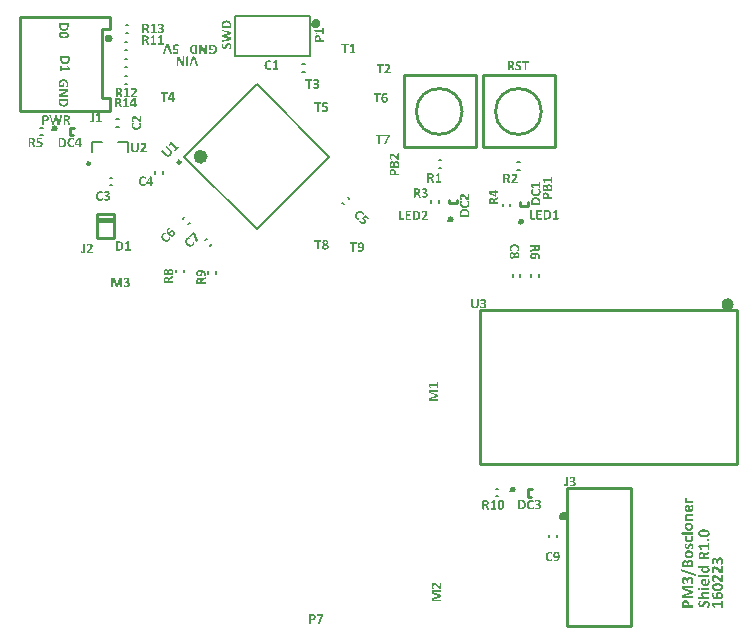
<source format=gto>
G04 Layer_Color=65535*
%FSLAX25Y25*%
%MOIN*%
G70*
G01*
G75*
%ADD36C,0.03000*%
%ADD52C,0.01969*%
%ADD53C,0.00984*%
%ADD54C,0.04000*%
%ADD55C,0.01000*%
%ADD56C,0.02756*%
%ADD57C,0.02953*%
%ADD58C,0.02362*%
%ADD59C,0.00787*%
%ADD60C,0.00800*%
G36*
X84243Y191340D02*
X84334Y191329D01*
X84340D01*
X84357Y191323D01*
X84380Y191318D01*
X84409Y191312D01*
X84477Y191295D01*
X84557Y191272D01*
X84563D01*
X84574Y191266D01*
X84591Y191261D01*
X84620Y191249D01*
X84677Y191226D01*
X84740Y191192D01*
X84746D01*
X84751Y191186D01*
X84785Y191164D01*
X84820Y191141D01*
X84854Y191112D01*
X84860Y191106D01*
X84871Y191095D01*
X84888Y191078D01*
X84900Y191061D01*
Y191055D01*
X84905Y191044D01*
X84911Y191026D01*
X84917Y191004D01*
Y190998D01*
X84923Y190981D01*
Y190958D01*
X84928Y190924D01*
Y190918D01*
X84934Y190895D01*
Y190861D01*
Y190815D01*
Y190809D01*
Y190804D01*
Y190770D01*
Y190729D01*
X84928Y190690D01*
Y190684D01*
X84923Y190661D01*
X84917Y190632D01*
X84911Y190610D01*
Y190604D01*
X84905Y190593D01*
X84883Y190564D01*
X84871Y190558D01*
X84843Y190552D01*
X84837D01*
X84820Y190558D01*
X84791Y190570D01*
X84751Y190593D01*
X84740Y190598D01*
X84711Y190621D01*
X84666Y190650D01*
X84609Y190684D01*
X84603D01*
X84591Y190695D01*
X84574Y190701D01*
X84551Y190712D01*
X84517Y190729D01*
X84483Y190747D01*
X84397Y190775D01*
X84391D01*
X84374Y190781D01*
X84352Y190792D01*
X84317Y190798D01*
X84277Y190809D01*
X84226Y190815D01*
X84175Y190821D01*
X84083D01*
X84049Y190815D01*
X84003Y190809D01*
X83952Y190804D01*
X83895Y190787D01*
X83838Y190770D01*
X83781Y190741D01*
X83775Y190735D01*
X83758Y190729D01*
X83729Y190712D01*
X83695Y190684D01*
X83661Y190655D01*
X83615Y190621D01*
X83575Y190575D01*
X83535Y190524D01*
X83529Y190518D01*
X83518Y190501D01*
X83501Y190473D01*
X83478Y190433D01*
X83455Y190381D01*
X83427Y190324D01*
X83404Y190261D01*
X83381Y190187D01*
Y190176D01*
X83375Y190153D01*
X83364Y190113D01*
X83358Y190056D01*
X83347Y189993D01*
X83335Y189913D01*
X83329Y189833D01*
Y189742D01*
Y189736D01*
Y189730D01*
Y189696D01*
X83335Y189645D01*
Y189582D01*
X83341Y189508D01*
X83352Y189428D01*
X83364Y189348D01*
X83381Y189268D01*
Y189256D01*
X83392Y189234D01*
X83404Y189199D01*
X83421Y189154D01*
X83444Y189096D01*
X83472Y189045D01*
X83507Y188988D01*
X83541Y188937D01*
X83547Y188931D01*
X83558Y188914D01*
X83581Y188891D01*
X83615Y188868D01*
X83649Y188834D01*
X83695Y188805D01*
X83746Y188777D01*
X83798Y188748D01*
X83803D01*
X83826Y188737D01*
X83855Y188731D01*
X83895Y188720D01*
X83946Y188708D01*
X83998Y188697D01*
X84060Y188691D01*
X84129Y188685D01*
X84186D01*
X84226Y188691D01*
X84317Y188702D01*
X84414Y188720D01*
X84420D01*
X84437Y188725D01*
X84460Y188737D01*
X84489Y188748D01*
X84557Y188771D01*
X84626Y188805D01*
X84631D01*
X84643Y188817D01*
X84677Y188834D01*
X84728Y188868D01*
X84774Y188897D01*
X84785Y188902D01*
X84808Y188919D01*
X84837Y188931D01*
X84860Y188937D01*
X84871D01*
X84894Y188925D01*
X84900D01*
X84905Y188914D01*
X84911Y188902D01*
X84923Y188885D01*
Y188880D01*
X84928Y188862D01*
X84934Y188839D01*
X84940Y188805D01*
Y188794D01*
X84945Y188771D01*
Y188725D01*
Y188668D01*
Y188657D01*
Y188634D01*
Y188600D01*
X84940Y188565D01*
Y188560D01*
X84934Y188543D01*
Y188520D01*
X84928Y188491D01*
Y188486D01*
X84923Y188474D01*
X84911Y188440D01*
Y188434D01*
X84900Y188428D01*
X84888Y188411D01*
X84871Y188394D01*
X84865Y188388D01*
X84848Y188377D01*
X84814Y188348D01*
X84768Y188320D01*
X84763D01*
X84757Y188314D01*
X84740Y188303D01*
X84717Y188297D01*
X84660Y188268D01*
X84586Y188240D01*
X84580D01*
X84569Y188234D01*
X84546Y188228D01*
X84512Y188217D01*
X84477Y188206D01*
X84431Y188194D01*
X84334Y188177D01*
X84329D01*
X84312Y188171D01*
X84283Y188166D01*
X84243D01*
X84197Y188160D01*
X84146Y188154D01*
X84032Y188149D01*
X83980D01*
X83918Y188154D01*
X83838Y188160D01*
X83752Y188171D01*
X83655Y188189D01*
X83552Y188211D01*
X83455Y188246D01*
X83444Y188251D01*
X83415Y188263D01*
X83364Y188286D01*
X83307Y188320D01*
X83232Y188360D01*
X83164Y188411D01*
X83090Y188468D01*
X83015Y188537D01*
X83010Y188548D01*
X82987Y188571D01*
X82953Y188611D01*
X82913Y188668D01*
X82873Y188742D01*
X82827Y188822D01*
X82781Y188919D01*
X82741Y189022D01*
Y189028D01*
X82736Y189034D01*
Y189051D01*
X82730Y189074D01*
X82718Y189102D01*
X82713Y189136D01*
X82696Y189222D01*
X82679Y189319D01*
X82667Y189439D01*
X82656Y189565D01*
X82650Y189707D01*
Y189713D01*
Y189725D01*
Y189747D01*
Y189776D01*
X82656Y189810D01*
Y189850D01*
X82661Y189942D01*
X82673Y190050D01*
X82696Y190170D01*
X82718Y190290D01*
X82753Y190410D01*
Y190416D01*
X82758Y190421D01*
X82764Y190438D01*
X82770Y190461D01*
X82793Y190518D01*
X82827Y190593D01*
X82867Y190672D01*
X82918Y190758D01*
X82976Y190844D01*
X83044Y190924D01*
X83055Y190935D01*
X83078Y190958D01*
X83118Y190998D01*
X83175Y191044D01*
X83244Y191095D01*
X83318Y191146D01*
X83404Y191198D01*
X83501Y191243D01*
X83507D01*
X83512Y191249D01*
X83547Y191261D01*
X83604Y191278D01*
X83672Y191300D01*
X83763Y191318D01*
X83860Y191335D01*
X83969Y191346D01*
X84083Y191352D01*
X84163D01*
X84243Y191340D01*
D02*
G37*
G36*
X116407Y139782D02*
X116448Y139766D01*
X116488Y139733D01*
X117526Y138696D01*
X117530Y138691D01*
X117534Y138688D01*
X117542Y138671D01*
Y138655D01*
Y138647D01*
Y138639D01*
X117534Y138599D01*
X117530Y138595D01*
X117522Y138578D01*
X117509Y138558D01*
X117489Y138530D01*
X117481Y138522D01*
X117469Y138502D01*
X117445Y138470D01*
X117409Y138433D01*
X117404Y138429D01*
X117392Y138417D01*
X117376Y138401D01*
X117348Y138381D01*
X117296Y138336D01*
X117271Y138320D01*
X117243Y138308D01*
X117231Y138304D01*
X117211Y138300D01*
X117178D01*
X117162Y138308D01*
X117146Y138316D01*
X116371Y139091D01*
X115899Y138619D01*
X115903Y138615D01*
X115907Y138611D01*
X115939Y138587D01*
X115979Y138554D01*
X116020Y138514D01*
X116024Y138510D01*
X116032Y138502D01*
X116044Y138490D01*
X116064Y138478D01*
X116100Y138441D01*
X116149Y138393D01*
X116153Y138389D01*
X116157Y138385D01*
X116177Y138365D01*
X116209Y138324D01*
X116250Y138284D01*
X116290Y138227D01*
X116339Y138163D01*
X116383Y138102D01*
X116419Y138033D01*
X116427Y138025D01*
X116436Y138001D01*
X116452Y137969D01*
X116472Y137924D01*
X116492Y137864D01*
X116508Y137807D01*
X116524Y137743D01*
X116532Y137678D01*
Y137670D01*
Y137646D01*
Y137613D01*
X116528Y137569D01*
X116524Y137517D01*
X116516Y137460D01*
X116496Y137399D01*
X116472Y137335D01*
Y137327D01*
X116460Y137307D01*
X116444Y137274D01*
X116423Y137230D01*
X116391Y137181D01*
X116351Y137125D01*
X116302Y137068D01*
X116250Y137008D01*
X116242Y137000D01*
X116221Y136980D01*
X116181Y136947D01*
X116137Y136911D01*
X116076Y136867D01*
X116012Y136826D01*
X115939Y136786D01*
X115866Y136753D01*
X115854Y136749D01*
X115830Y136741D01*
X115794Y136729D01*
X115741Y136717D01*
X115676Y136701D01*
X115608Y136689D01*
X115531Y136685D01*
X115454Y136689D01*
X115446D01*
X115418Y136693D01*
X115378Y136701D01*
X115325Y136713D01*
X115261Y136729D01*
X115192Y136749D01*
X115115Y136778D01*
X115039Y136814D01*
X115030Y136822D01*
X115002Y136834D01*
X114962Y136858D01*
X114913Y136891D01*
X114853Y136935D01*
X114784Y136988D01*
X114716Y137048D01*
X114639Y137117D01*
X114635Y137121D01*
X114623Y137133D01*
X114602Y137153D01*
X114578Y137186D01*
X114550Y137214D01*
X114518Y137254D01*
X114457Y137331D01*
X114453Y137335D01*
X114445Y137351D01*
X114429Y137367D01*
X114413Y137391D01*
X114368Y137452D01*
X114324Y137521D01*
X114320Y137525D01*
X114316Y137537D01*
X114308Y137553D01*
X114296Y137573D01*
X114267Y137626D01*
X114239Y137678D01*
X114235Y137690D01*
X114227Y137715D01*
X114219Y137747D01*
X114211Y137771D01*
X114215Y137775D01*
X114211Y137787D01*
X114215Y137815D01*
X114219Y137819D01*
X114223Y137831D01*
X114239Y137864D01*
X114243Y137868D01*
X114255Y137880D01*
X114267Y137900D01*
X114292Y137924D01*
X114296Y137928D01*
X114312Y137945D01*
X114336Y137969D01*
X114368Y138001D01*
X114372Y138005D01*
X114376Y138009D01*
X114397Y138029D01*
X114425Y138058D01*
X114449Y138082D01*
X114453Y138086D01*
X114473Y138098D01*
X114494Y138110D01*
X114514Y138122D01*
X114518Y138126D01*
X114530Y138130D01*
X114546D01*
X114558Y138134D01*
X114574D01*
X114586Y138130D01*
X114594Y138122D01*
X114598Y138118D01*
X114606Y138102D01*
X114619Y138082D01*
X114627Y138050D01*
X114631Y138038D01*
X114639Y138013D01*
X114655Y137965D01*
X114675Y137912D01*
X114679Y137908D01*
X114683Y137896D01*
X114691Y137880D01*
X114699Y137856D01*
X114728Y137803D01*
X114768Y137731D01*
X114772Y137727D01*
X114780Y137710D01*
X114796Y137694D01*
X114816Y137666D01*
X114841Y137634D01*
X114873Y137601D01*
X114905Y137561D01*
X114946Y137521D01*
X114950Y137517D01*
X114962Y137504D01*
X114982Y137484D01*
X115010Y137464D01*
X115075Y137408D01*
X115147Y137359D01*
X115152Y137355D01*
X115164Y137351D01*
X115184Y137339D01*
X115212Y137327D01*
X115273Y137307D01*
X115345Y137291D01*
X115410D01*
X115471Y137294D01*
X115543Y137311D01*
X115547Y137315D01*
X115559Y137319D01*
X115584Y137327D01*
X115608Y137343D01*
X115640Y137359D01*
X115672Y137383D01*
X115741Y137444D01*
X115745Y137448D01*
X115753Y137456D01*
X115769Y137472D01*
X115786Y137496D01*
X115826Y137553D01*
X115858Y137618D01*
X115862Y137622D01*
X115866Y137634D01*
X115870Y137654D01*
X115874Y137674D01*
X115886Y137735D01*
Y137807D01*
Y137815D01*
Y137823D01*
X115882Y137844D01*
X115874Y137868D01*
X115866Y137900D01*
X115850Y137933D01*
X115810Y138013D01*
X115806Y138017D01*
X115798Y138033D01*
X115786Y138054D01*
X115765Y138082D01*
X115737Y138118D01*
X115705Y138159D01*
X115668Y138203D01*
X115624Y138247D01*
X115620Y138251D01*
X115608Y138264D01*
X115588Y138284D01*
X115567Y138304D01*
X115503Y138361D01*
X115434Y138413D01*
X115430Y138417D01*
X115422Y138425D01*
X115402Y138437D01*
X115382Y138457D01*
X115329Y138502D01*
X115269Y138554D01*
X115261Y138562D01*
X115244Y138587D01*
X115232Y138615D01*
X115224Y138647D01*
Y138655D01*
X115240Y138679D01*
X115261Y138716D01*
X115297Y138760D01*
X116250Y139713D01*
X116254Y139717D01*
X116262Y139725D01*
X116290Y139745D01*
X116331Y139770D01*
X116371Y139786D01*
X116379D01*
X116407Y139782D01*
D02*
G37*
G36*
X114619Y141239D02*
X114703Y141227D01*
X114792Y141211D01*
X114889Y141187D01*
X114990Y141150D01*
X114994Y141146D01*
X115002D01*
X115034Y141130D01*
X115087Y141102D01*
X115152Y141070D01*
X115228Y141017D01*
X115309Y140961D01*
X115394Y140892D01*
X115479Y140815D01*
X115483Y140811D01*
X115495Y140799D01*
X115511Y140783D01*
X115535Y140759D01*
X115584Y140694D01*
X115640Y140621D01*
X115644Y140618D01*
X115652Y140601D01*
X115664Y140581D01*
X115681Y140557D01*
X115717Y140496D01*
X115757Y140424D01*
X115761Y140420D01*
X115765Y140408D01*
X115773Y140391D01*
X115786Y140363D01*
X115810Y140307D01*
X115830Y140238D01*
X115834Y140234D01*
Y140226D01*
X115842Y140185D01*
X115850Y140145D01*
X115854Y140101D01*
Y140093D01*
Y140076D01*
Y140052D01*
X115850Y140032D01*
X115846Y140028D01*
X115842Y140016D01*
X115834Y140000D01*
X115822Y139980D01*
X115818Y139976D01*
X115810Y139959D01*
X115794Y139943D01*
X115773Y139915D01*
X115769Y139911D01*
X115757Y139891D01*
X115733Y139866D01*
X115701Y139834D01*
X115697Y139830D01*
X115693Y139826D01*
X115668Y139802D01*
X115640Y139774D01*
X115608Y139749D01*
X115604Y139745D01*
X115584Y139733D01*
X115559Y139717D01*
X115539Y139705D01*
X115535Y139701D01*
X115523Y139697D01*
X115487Y139693D01*
X115475Y139697D01*
X115450Y139713D01*
X115446Y139717D01*
X115438Y139733D01*
X115426Y139761D01*
X115414Y139806D01*
X115410Y139818D01*
X115406Y139854D01*
X115394Y139907D01*
X115378Y139971D01*
X115374Y139976D01*
Y139992D01*
X115366Y140008D01*
X115357Y140032D01*
X115345Y140068D01*
X115333Y140105D01*
X115293Y140185D01*
X115289Y140190D01*
X115281Y140206D01*
X115273Y140230D01*
X115252Y140258D01*
X115232Y140295D01*
X115200Y140335D01*
X115168Y140375D01*
X115123Y140420D01*
X115119Y140424D01*
X115103Y140440D01*
X115075Y140460D01*
X115039Y140488D01*
X114998Y140521D01*
X114946Y140549D01*
X114893Y140577D01*
X114833Y140597D01*
X114824D01*
X114808Y140605D01*
X114776Y140613D01*
X114732Y140618D01*
X114687Y140621D01*
X114631Y140630D01*
X114570Y140626D01*
X114506Y140618D01*
X114497D01*
X114477Y140613D01*
X114445Y140605D01*
X114401Y140593D01*
X114348Y140573D01*
X114287Y140553D01*
X114227Y140525D01*
X114158Y140488D01*
X114150Y140480D01*
X114130Y140468D01*
X114094Y140448D01*
X114049Y140412D01*
X113997Y140375D01*
X113932Y140327D01*
X113872Y140274D01*
X113807Y140210D01*
X113803Y140206D01*
X113799Y140202D01*
X113775Y140177D01*
X113742Y140137D01*
X113698Y140093D01*
X113650Y140036D01*
X113601Y139971D01*
X113553Y139907D01*
X113508Y139838D01*
X113500Y139830D01*
X113492Y139806D01*
X113476Y139774D01*
X113456Y139729D01*
X113432Y139673D01*
X113415Y139616D01*
X113399Y139551D01*
X113387Y139491D01*
Y139483D01*
X113383Y139463D01*
Y139430D01*
X113391Y139390D01*
Y139342D01*
X113403Y139289D01*
X113419Y139233D01*
X113436Y139176D01*
X113440Y139172D01*
X113448Y139148D01*
X113464Y139124D01*
X113484Y139087D01*
X113512Y139043D01*
X113541Y138998D01*
X113581Y138950D01*
X113625Y138898D01*
X113629Y138893D01*
X113646Y138877D01*
X113666Y138857D01*
X113698Y138833D01*
X113771Y138776D01*
X113851Y138720D01*
X113856Y138716D01*
X113872Y138708D01*
X113896Y138700D01*
X113924Y138688D01*
X113989Y138655D01*
X114061Y138631D01*
X114066Y138627D01*
X114082D01*
X114118Y138615D01*
X114179Y138603D01*
X114231Y138591D01*
X114243Y138587D01*
X114271Y138583D01*
X114300Y138570D01*
X114320Y138558D01*
X114324Y138554D01*
X114328Y138550D01*
X114336Y138526D01*
X114340Y138522D01*
X114336Y138510D01*
X114332Y138498D01*
X114328Y138478D01*
X114324Y138473D01*
X114316Y138457D01*
X114304Y138437D01*
X114284Y138409D01*
X114275Y138401D01*
X114263Y138381D01*
X114231Y138348D01*
X114191Y138308D01*
X114182Y138300D01*
X114166Y138284D01*
X114142Y138259D01*
X114114Y138239D01*
X114110Y138235D01*
X114094Y138227D01*
X114078Y138211D01*
X114053Y138195D01*
X114049Y138191D01*
X114037Y138187D01*
X114005Y138171D01*
X114001Y138167D01*
X113989Y138171D01*
X113969Y138167D01*
X113936D01*
X113916Y138171D01*
X113872Y138175D01*
X113819Y138187D01*
X113815Y138191D01*
X113807D01*
X113787Y138195D01*
X113767Y138207D01*
X113706Y138227D01*
X113633Y138259D01*
X113629Y138264D01*
X113617Y138268D01*
X113597Y138280D01*
X113565Y138296D01*
X113532Y138312D01*
X113492Y138336D01*
X113411Y138393D01*
X113407Y138397D01*
X113391Y138405D01*
X113367Y138421D01*
X113339Y138449D01*
X113302Y138478D01*
X113262Y138510D01*
X113177Y138587D01*
X113173Y138591D01*
X113169Y138595D01*
X113157Y138607D01*
X113141Y138623D01*
X113101Y138671D01*
X113048Y138732D01*
X112996Y138801D01*
X112939Y138881D01*
X112882Y138970D01*
X112838Y139063D01*
X112834Y139075D01*
X112822Y139103D01*
X112802Y139156D01*
X112785Y139220D01*
X112761Y139301D01*
X112749Y139386D01*
X112737Y139479D01*
X112733Y139580D01*
X112737Y139592D01*
Y139624D01*
X112741Y139677D01*
X112753Y139745D01*
X112777Y139826D01*
X112802Y139915D01*
X112838Y140016D01*
X112882Y140117D01*
X112887Y140121D01*
Y140129D01*
X112899Y140141D01*
X112911Y140161D01*
X112923Y140190D01*
X112943Y140218D01*
X112991Y140290D01*
X113048Y140371D01*
X113125Y140464D01*
X113206Y140561D01*
X113302Y140666D01*
X113306Y140670D01*
X113314Y140678D01*
X113331Y140694D01*
X113351Y140714D01*
X113379Y140735D01*
X113407Y140763D01*
X113476Y140823D01*
X113561Y140892D01*
X113662Y140961D01*
X113763Y141029D01*
X113872Y141090D01*
X113876Y141094D01*
X113884D01*
X113900Y141102D01*
X113920Y141114D01*
X113977Y141138D01*
X114053Y141167D01*
X114138Y141195D01*
X114235Y141219D01*
X114336Y141239D01*
X114441Y141247D01*
X114546D01*
X114619Y141239D01*
D02*
G37*
G36*
X50108Y162741D02*
X50120Y162737D01*
X50132Y162724D01*
X51449Y161408D01*
X51453Y161404D01*
X51457Y161400D01*
X51481Y161376D01*
X51517Y161332D01*
X51562Y161279D01*
X51610Y161214D01*
X51663Y161146D01*
X51711Y161065D01*
X51751Y160984D01*
X51755Y160972D01*
X51764Y160948D01*
X51784Y160904D01*
X51800Y160847D01*
X51816Y160782D01*
X51832Y160702D01*
X51840Y160621D01*
X51844Y160536D01*
Y160528D01*
X51840Y160500D01*
X51836Y160455D01*
X51828Y160399D01*
X51816Y160330D01*
X51796Y160254D01*
X51764Y160173D01*
X51727Y160088D01*
X51723Y160076D01*
X51707Y160052D01*
X51679Y160007D01*
X51642Y159947D01*
X51598Y159878D01*
X51538Y159801D01*
X51469Y159725D01*
X51392Y159640D01*
X51388Y159636D01*
X51384Y159632D01*
X51372Y159620D01*
X51356Y159604D01*
X51315Y159571D01*
X51259Y159523D01*
X51198Y159470D01*
X51130Y159418D01*
X51053Y159365D01*
X50972Y159317D01*
X50960Y159313D01*
X50936Y159297D01*
X50891Y159284D01*
X50835Y159260D01*
X50774Y159240D01*
X50698Y159220D01*
X50617Y159204D01*
X50536Y159196D01*
X50455D01*
X50399Y159204D01*
X50334Y159212D01*
X50262Y159228D01*
X50181Y159252D01*
X50100Y159284D01*
X50088Y159289D01*
X50064Y159305D01*
X50023Y159329D01*
X49967Y159361D01*
X49902Y159402D01*
X49830Y159458D01*
X49757Y159523D01*
X49676Y159595D01*
X48340Y160932D01*
X48336Y160936D01*
X48332Y160940D01*
X48320Y160968D01*
Y160976D01*
Y160984D01*
X48324Y161004D01*
X48332Y161029D01*
X48336Y161033D01*
X48344Y161049D01*
X48360Y161073D01*
X48384Y161106D01*
X48388Y161109D01*
X48392Y161114D01*
X48412Y161142D01*
X48441Y161178D01*
X48489Y161227D01*
X48493Y161231D01*
X48501Y161239D01*
X48525Y161263D01*
X48566Y161295D01*
X48602Y161323D01*
X48606Y161328D01*
X48610Y161332D01*
X48630Y161344D01*
X48659Y161364D01*
X48683Y161380D01*
X48687Y161384D01*
X48699Y161388D01*
X48719Y161392D01*
X48744D01*
X48748Y161396D01*
X48760Y161392D01*
X48772Y161388D01*
X48784Y161376D01*
X50080Y160080D01*
X50084Y160076D01*
X50100Y160060D01*
X50124Y160036D01*
X50161Y160007D01*
X50201Y159975D01*
X50241Y159943D01*
X50338Y159886D01*
X50342Y159882D01*
X50362Y159878D01*
X50383Y159866D01*
X50419Y159854D01*
X50500Y159830D01*
X50589Y159813D01*
X50597D01*
X50609Y159818D01*
X50633D01*
X50661Y159821D01*
X50742Y159838D01*
X50827Y159866D01*
X50831Y159870D01*
X50847Y159878D01*
X50867Y159890D01*
X50896Y159910D01*
X50932Y159931D01*
X50968Y159959D01*
X51045Y160027D01*
X51049Y160031D01*
X51061Y160044D01*
X51081Y160064D01*
X51105Y160096D01*
X51154Y160161D01*
X51202Y160241D01*
X51206Y160246D01*
X51210Y160266D01*
X51218Y160282D01*
X51227Y160314D01*
X51247Y160391D01*
X51251Y160476D01*
Y160484D01*
Y160500D01*
X51247Y160520D01*
X51243Y160556D01*
X51235Y160589D01*
X51222Y160633D01*
X51190Y160722D01*
X51186Y160726D01*
X51178Y160742D01*
X51166Y160770D01*
X51146Y160799D01*
X51122Y160839D01*
X51089Y160879D01*
X51013Y160964D01*
X49692Y162284D01*
X49688Y162288D01*
X49684Y162293D01*
X49672Y162321D01*
Y162329D01*
Y162337D01*
X49676Y162357D01*
X49684Y162381D01*
X49688Y162385D01*
X49696Y162401D01*
X49712Y162426D01*
X49737Y162458D01*
X49741Y162462D01*
X49745Y162466D01*
X49765Y162494D01*
X49793Y162531D01*
X49838Y162575D01*
X49842Y162579D01*
X49850Y162587D01*
X49874Y162611D01*
X49914Y162644D01*
X49951Y162672D01*
X49955Y162676D01*
X49959Y162680D01*
X49979Y162692D01*
X50007Y162712D01*
X50031Y162729D01*
X50036Y162733D01*
X50048Y162737D01*
X50068Y162741D01*
X50092D01*
X50096Y162745D01*
X50108Y162741D01*
D02*
G37*
G36*
X51521Y164154D02*
X53330Y162345D01*
X53685Y162700D01*
X53689Y162704D01*
X53693Y162708D01*
X53710Y162716D01*
X53726D01*
X53730Y162721D01*
X53742Y162716D01*
X53754Y162712D01*
X53774Y162708D01*
X53778Y162704D01*
X53790Y162700D01*
X53815Y162684D01*
X53839Y162668D01*
X53843Y162664D01*
X53867Y162648D01*
X53895Y162628D01*
X53932Y162591D01*
X53940Y162583D01*
X53960Y162563D01*
X53980Y162535D01*
X54004Y162503D01*
X54009Y162498D01*
X54021Y162478D01*
X54033Y162458D01*
X54041Y162434D01*
X54045Y162430D01*
Y162422D01*
Y162389D01*
X54041Y162377D01*
X54029Y162357D01*
X52817Y161146D01*
X52809Y161138D01*
X52785Y161130D01*
X52737D01*
X52733Y161134D01*
X52716Y161142D01*
X52696Y161154D01*
X52672Y161170D01*
X52664Y161178D01*
X52648Y161194D01*
X52619Y161214D01*
X52587Y161247D01*
X52583Y161251D01*
X52579Y161255D01*
X52555Y161279D01*
X52531Y161303D01*
X52507Y161336D01*
X52502Y161340D01*
X52490Y161360D01*
X52478Y161380D01*
X52466Y161400D01*
X52462Y161404D01*
X52458Y161416D01*
Y161433D01*
Y161449D01*
Y161457D01*
Y161465D01*
X52462Y161477D01*
X52474Y161489D01*
X52886Y161901D01*
X51457Y163330D01*
X51295Y162781D01*
X51291Y162769D01*
X51283Y162745D01*
X51271Y162716D01*
X51255Y162692D01*
X51251Y162688D01*
X51243Y162680D01*
X51227Y162664D01*
X51206Y162660D01*
X51202Y162664D01*
X51186D01*
X51166Y162676D01*
X51142Y162692D01*
X51134Y162700D01*
X51113Y162721D01*
X51081Y162745D01*
X51037Y162789D01*
X51029Y162797D01*
X51013Y162813D01*
X50992Y162833D01*
X50972Y162854D01*
X50968Y162858D01*
X50956Y162870D01*
X50932Y162910D01*
X50928Y162914D01*
X50924Y162926D01*
Y162943D01*
Y162959D01*
Y162967D01*
Y162975D01*
X50928Y163019D01*
X51097Y163795D01*
Y163803D01*
X51105Y163827D01*
X51109Y163831D01*
Y163839D01*
X51134Y163863D01*
X51138Y163867D01*
X51146Y163883D01*
X51162Y163900D01*
X51182Y163920D01*
X51186Y163924D01*
X51202Y163948D01*
X51227Y163972D01*
X51263Y164008D01*
X51267Y164013D01*
X51275Y164021D01*
X51299Y164045D01*
X51336Y164081D01*
X51372Y164109D01*
X51380Y164118D01*
X51400Y164130D01*
X51424Y164146D01*
X51445Y164158D01*
X51449Y164162D01*
X51461Y164166D01*
X51473Y164170D01*
X51497D01*
X51521Y164154D01*
D02*
G37*
G36*
X86584Y191318D02*
X86596D01*
X86618Y191312D01*
X86647Y191306D01*
X86670Y191300D01*
X86676D01*
X86687Y191295D01*
X86698Y191289D01*
X86710Y191278D01*
X86716Y191272D01*
X86721Y191243D01*
Y188685D01*
X87235D01*
X87252Y188680D01*
X87264Y188668D01*
X87269D01*
X87275Y188657D01*
X87281Y188645D01*
X87292Y188628D01*
Y188622D01*
X87298Y188611D01*
X87304Y188583D01*
X87309Y188554D01*
Y188548D01*
X87315Y188520D01*
X87321Y188486D01*
Y188434D01*
Y188423D01*
Y188394D01*
X87315Y188360D01*
X87309Y188320D01*
Y188314D01*
X87304Y188291D01*
X87298Y188268D01*
X87287Y188246D01*
Y188240D01*
X87281Y188234D01*
X87258Y188211D01*
X87247Y188206D01*
X87224Y188200D01*
X85499D01*
X85476Y188211D01*
X85465Y188223D01*
X85442Y188246D01*
Y188251D01*
X85436Y188268D01*
X85431Y188291D01*
X85425Y188320D01*
Y188331D01*
Y188354D01*
X85419Y188388D01*
Y188434D01*
Y188440D01*
Y188445D01*
Y188480D01*
Y188514D01*
X85425Y188554D01*
Y188560D01*
X85431Y188583D01*
X85436Y188605D01*
X85442Y188628D01*
Y188634D01*
X85448Y188645D01*
X85459Y188657D01*
X85471Y188668D01*
X85476Y188674D01*
X85482Y188680D01*
X85494Y188685D01*
X86093D01*
Y190707D01*
X85591Y190433D01*
X85579Y190427D01*
X85556Y190416D01*
X85528Y190404D01*
X85499Y190398D01*
X85459D01*
X85442Y190410D01*
Y190416D01*
X85431Y190427D01*
X85425Y190450D01*
X85419Y190478D01*
Y190490D01*
Y190518D01*
X85414Y190558D01*
Y190621D01*
Y190632D01*
Y190655D01*
Y190684D01*
Y190712D01*
Y190718D01*
Y190735D01*
X85425Y190781D01*
Y190787D01*
X85431Y190798D01*
X85442Y190809D01*
X85454Y190821D01*
X85459Y190827D01*
X85465Y190832D01*
X85499Y190861D01*
X86167Y191289D01*
X86173Y191295D01*
X86196Y191306D01*
X86202D01*
X86207Y191312D01*
X86247D01*
X86264Y191318D01*
X86322D01*
X86350Y191323D01*
X86538D01*
X86584Y191318D01*
D02*
G37*
G36*
X166024Y129994D02*
X166064D01*
X166156Y129989D01*
X166264Y129977D01*
X166384Y129954D01*
X166504Y129931D01*
X166624Y129897D01*
X166630D01*
X166635Y129892D01*
X166652Y129886D01*
X166675Y129880D01*
X166732Y129857D01*
X166807Y129823D01*
X166886Y129783D01*
X166972Y129732D01*
X167058Y129674D01*
X167138Y129606D01*
X167149Y129595D01*
X167172Y129572D01*
X167212Y129532D01*
X167258Y129475D01*
X167309Y129406D01*
X167360Y129332D01*
X167412Y129246D01*
X167457Y129149D01*
Y129144D01*
X167463Y129138D01*
X167475Y129104D01*
X167492Y129046D01*
X167515Y128978D01*
X167532Y128887D01*
X167549Y128789D01*
X167560Y128681D01*
X167566Y128567D01*
Y128561D01*
Y128544D01*
Y128521D01*
Y128487D01*
X167555Y128407D01*
X167543Y128316D01*
Y128310D01*
X167537Y128293D01*
X167532Y128270D01*
X167526Y128241D01*
X167509Y128173D01*
X167486Y128093D01*
Y128087D01*
X167480Y128076D01*
X167475Y128059D01*
X167463Y128030D01*
X167440Y127973D01*
X167406Y127910D01*
Y127904D01*
X167400Y127899D01*
X167378Y127865D01*
X167355Y127830D01*
X167326Y127796D01*
X167321Y127790D01*
X167309Y127779D01*
X167292Y127762D01*
X167275Y127750D01*
X167269D01*
X167258Y127745D01*
X167241Y127739D01*
X167218Y127733D01*
X167212D01*
X167195Y127727D01*
X167172D01*
X167138Y127722D01*
X167132D01*
X167109Y127716D01*
X166944D01*
X166904Y127722D01*
X166898D01*
X166875Y127727D01*
X166847Y127733D01*
X166824Y127739D01*
X166818D01*
X166807Y127745D01*
X166778Y127767D01*
X166772Y127779D01*
X166767Y127807D01*
Y127813D01*
X166772Y127830D01*
X166784Y127859D01*
X166807Y127899D01*
X166812Y127910D01*
X166835Y127939D01*
X166864Y127984D01*
X166898Y128042D01*
Y128047D01*
X166909Y128059D01*
X166915Y128076D01*
X166927Y128099D01*
X166944Y128133D01*
X166961Y128167D01*
X166989Y128253D01*
Y128258D01*
X166995Y128276D01*
X167006Y128298D01*
X167012Y128333D01*
X167024Y128373D01*
X167029Y128424D01*
X167035Y128475D01*
Y128538D01*
Y128544D01*
Y128567D01*
X167029Y128601D01*
X167024Y128647D01*
X167018Y128698D01*
X167001Y128755D01*
X166984Y128812D01*
X166955Y128869D01*
X166949Y128875D01*
X166944Y128892D01*
X166927Y128921D01*
X166898Y128955D01*
X166869Y128989D01*
X166835Y129035D01*
X166789Y129075D01*
X166738Y129115D01*
X166732Y129121D01*
X166715Y129132D01*
X166687Y129149D01*
X166647Y129172D01*
X166595Y129195D01*
X166538Y129223D01*
X166475Y129246D01*
X166401Y129269D01*
X166390D01*
X166367Y129275D01*
X166327Y129286D01*
X166270Y129292D01*
X166207Y129303D01*
X166127Y129315D01*
X166047Y129321D01*
X165910D01*
X165859Y129315D01*
X165796D01*
X165722Y129309D01*
X165642Y129298D01*
X165562Y129286D01*
X165482Y129269D01*
X165471D01*
X165448Y129258D01*
X165413Y129246D01*
X165368Y129229D01*
X165311Y129206D01*
X165259Y129178D01*
X165202Y129144D01*
X165151Y129109D01*
X165145Y129104D01*
X165128Y129092D01*
X165105Y129069D01*
X165082Y129035D01*
X165048Y129001D01*
X165019Y128955D01*
X164991Y128904D01*
X164962Y128852D01*
Y128847D01*
X164951Y128824D01*
X164945Y128795D01*
X164934Y128755D01*
X164922Y128704D01*
X164911Y128652D01*
X164905Y128590D01*
X164900Y128521D01*
Y128515D01*
Y128493D01*
Y128464D01*
X164905Y128424D01*
X164917Y128333D01*
X164934Y128236D01*
Y128230D01*
X164939Y128213D01*
X164951Y128190D01*
X164962Y128161D01*
X164985Y128093D01*
X165019Y128024D01*
Y128019D01*
X165031Y128007D01*
X165048Y127973D01*
X165082Y127922D01*
X165111Y127876D01*
X165116Y127865D01*
X165134Y127842D01*
X165145Y127813D01*
X165151Y127790D01*
Y127785D01*
Y127779D01*
X165139Y127756D01*
Y127750D01*
X165128Y127745D01*
X165116Y127739D01*
X165099Y127727D01*
X165094D01*
X165076Y127722D01*
X165054Y127716D01*
X165019Y127710D01*
X165008D01*
X164985Y127705D01*
X164814D01*
X164779Y127710D01*
X164774D01*
X164757Y127716D01*
X164734D01*
X164705Y127722D01*
X164700D01*
X164688Y127727D01*
X164654Y127739D01*
X164648D01*
X164643Y127750D01*
X164625Y127762D01*
X164608Y127779D01*
X164602Y127785D01*
X164591Y127802D01*
X164563Y127836D01*
X164534Y127882D01*
Y127887D01*
X164528Y127893D01*
X164517Y127910D01*
X164511Y127933D01*
X164483Y127990D01*
X164454Y128064D01*
Y128070D01*
X164448Y128081D01*
X164443Y128104D01*
X164431Y128138D01*
X164420Y128173D01*
X164408Y128218D01*
X164391Y128316D01*
Y128321D01*
X164385Y128338D01*
X164380Y128367D01*
Y128407D01*
X164374Y128453D01*
X164368Y128504D01*
X164363Y128618D01*
Y128624D01*
Y128630D01*
Y128647D01*
Y128670D01*
X164368Y128732D01*
X164374Y128812D01*
X164385Y128898D01*
X164403Y128995D01*
X164426Y129098D01*
X164460Y129195D01*
X164465Y129206D01*
X164477Y129235D01*
X164500Y129286D01*
X164534Y129343D01*
X164574Y129418D01*
X164625Y129486D01*
X164682Y129560D01*
X164751Y129635D01*
X164762Y129640D01*
X164785Y129663D01*
X164825Y129697D01*
X164882Y129737D01*
X164956Y129777D01*
X165036Y129823D01*
X165134Y129869D01*
X165236Y129909D01*
X165242D01*
X165248Y129914D01*
X165265D01*
X165288Y129920D01*
X165316Y129931D01*
X165350Y129937D01*
X165436Y129954D01*
X165533Y129972D01*
X165653Y129983D01*
X165779Y129994D01*
X165921Y130000D01*
X165990D01*
X166024Y129994D01*
D02*
G37*
G36*
X185458Y52552D02*
X185521Y52546D01*
X185583Y52535D01*
X185720Y52500D01*
X185726D01*
X185749Y52489D01*
X185783Y52478D01*
X185823Y52461D01*
X185920Y52415D01*
X185966Y52381D01*
X186012Y52346D01*
X186017Y52341D01*
X186029Y52329D01*
X186052Y52306D01*
X186080Y52278D01*
X186109Y52244D01*
X186137Y52204D01*
X186166Y52152D01*
X186194Y52101D01*
X186200Y52095D01*
X186206Y52078D01*
X186217Y52044D01*
X186229Y52009D01*
X186240Y51958D01*
X186246Y51907D01*
X186257Y51844D01*
Y51781D01*
Y51775D01*
Y51758D01*
Y51730D01*
X186251Y51695D01*
X186246Y51655D01*
X186240Y51610D01*
X186217Y51513D01*
Y51507D01*
X186212Y51490D01*
X186206Y51467D01*
X186194Y51438D01*
X186160Y51370D01*
X186114Y51296D01*
X186109Y51290D01*
X186103Y51279D01*
X186086Y51262D01*
X186069Y51239D01*
X186012Y51187D01*
X185937Y51130D01*
X185932D01*
X185920Y51119D01*
X185898Y51107D01*
X185869Y51096D01*
X185835Y51079D01*
X185795Y51062D01*
X185698Y51033D01*
Y51027D01*
X185703D01*
X185726Y51022D01*
X185755Y51016D01*
X185795Y51010D01*
X185840Y50999D01*
X185892Y50982D01*
X185989Y50942D01*
X185995D01*
X186012Y50930D01*
X186035Y50919D01*
X186069Y50896D01*
X186137Y50850D01*
X186212Y50782D01*
X186217Y50776D01*
X186229Y50765D01*
X186246Y50748D01*
X186263Y50719D01*
X186309Y50651D01*
X186348Y50565D01*
Y50559D01*
X186354Y50542D01*
X186366Y50519D01*
X186377Y50491D01*
X186383Y50451D01*
X186394Y50405D01*
X186400Y50308D01*
Y50296D01*
Y50268D01*
X186394Y50222D01*
X186389Y50171D01*
X186377Y50102D01*
X186360Y50034D01*
X186337Y49960D01*
X186309Y49891D01*
X186303Y49885D01*
X186291Y49863D01*
X186269Y49828D01*
X186246Y49788D01*
X186206Y49737D01*
X186166Y49691D01*
X186114Y49640D01*
X186057Y49588D01*
X186052Y49583D01*
X186029Y49571D01*
X185995Y49549D01*
X185954Y49520D01*
X185898Y49491D01*
X185835Y49463D01*
X185760Y49434D01*
X185680Y49406D01*
X185669D01*
X185641Y49394D01*
X185600Y49389D01*
X185538Y49377D01*
X185469Y49366D01*
X185389Y49354D01*
X185298Y49349D01*
X185201Y49343D01*
X185144D01*
X185104Y49349D01*
X185058D01*
X185007Y49354D01*
X184904Y49366D01*
X184898D01*
X184881Y49371D01*
X184853Y49377D01*
X184824Y49383D01*
X184744Y49400D01*
X184658Y49417D01*
X184653D01*
X184641Y49423D01*
X184618Y49429D01*
X184596Y49440D01*
X184538Y49463D01*
X184481Y49486D01*
X184470Y49491D01*
X184447Y49509D01*
X184413Y49526D01*
X184390Y49543D01*
X184384Y49549D01*
X184379Y49554D01*
X184356Y49583D01*
Y49588D01*
X184350Y49600D01*
X184339Y49640D01*
Y49646D01*
X184333Y49663D01*
Y49685D01*
X184327Y49720D01*
Y49731D01*
Y49754D01*
Y49794D01*
Y49845D01*
Y49851D01*
Y49863D01*
Y49885D01*
Y49908D01*
X184333Y49960D01*
X184339Y49988D01*
X184344Y50005D01*
X184350Y50011D01*
X184356Y50028D01*
X184379Y50045D01*
X184401Y50051D01*
X184407D01*
X184419Y50045D01*
X184447Y50039D01*
X184481Y50017D01*
X184487D01*
X184493Y50011D01*
X184521Y49994D01*
X184573Y49971D01*
X184630Y49942D01*
X184635D01*
X184647Y49937D01*
X184664Y49931D01*
X184693Y49920D01*
X184755Y49897D01*
X184841Y49874D01*
X184847D01*
X184864Y49868D01*
X184887Y49863D01*
X184921D01*
X184967Y49857D01*
X185012Y49851D01*
X185121Y49845D01*
X185167D01*
X185201Y49851D01*
X185275Y49857D01*
X185355Y49874D01*
X185361D01*
X185372Y49880D01*
X185389Y49885D01*
X185418Y49897D01*
X185469Y49920D01*
X185526Y49960D01*
X185532D01*
X185538Y49971D01*
X185566Y49999D01*
X185600Y50039D01*
X185629Y50097D01*
Y50102D01*
X185635Y50114D01*
X185641Y50131D01*
X185652Y50154D01*
X185663Y50211D01*
X185669Y50279D01*
Y50285D01*
Y50296D01*
Y50319D01*
X185663Y50342D01*
X185652Y50405D01*
X185623Y50473D01*
Y50479D01*
X185618Y50491D01*
X185595Y50525D01*
X185555Y50570D01*
X185498Y50622D01*
X185492Y50628D01*
X185486Y50633D01*
X185464Y50645D01*
X185441Y50656D01*
X185412Y50673D01*
X185378Y50691D01*
X185292Y50719D01*
X185286D01*
X185269Y50725D01*
X185241Y50730D01*
X185206Y50736D01*
X185167Y50742D01*
X185115Y50748D01*
X185058Y50753D01*
X184715D01*
X184676Y50759D01*
X184664Y50765D01*
X184653Y50776D01*
X184641Y50793D01*
Y50799D01*
X184635Y50816D01*
X184630Y50839D01*
X184624Y50867D01*
Y50873D01*
Y50902D01*
X184618Y50936D01*
Y50987D01*
Y50993D01*
Y50999D01*
Y51027D01*
Y51067D01*
X184624Y51102D01*
Y51107D01*
X184630Y51130D01*
X184635Y51147D01*
X184641Y51170D01*
Y51176D01*
X184647Y51182D01*
X184670Y51204D01*
X184676D01*
X184687Y51210D01*
X184721Y51216D01*
X185047D01*
X185075Y51222D01*
X185155Y51227D01*
X185241Y51244D01*
X185247D01*
X185258Y51250D01*
X185281Y51256D01*
X185304Y51267D01*
X185361Y51296D01*
X185418Y51336D01*
X185424Y51341D01*
X185429Y51347D01*
X185458Y51376D01*
X185498Y51421D01*
X185532Y51478D01*
Y51484D01*
X185538Y51496D01*
X185543Y51513D01*
X185555Y51535D01*
X185566Y51593D01*
X185572Y51667D01*
Y51673D01*
Y51678D01*
X185566Y51718D01*
X185561Y51764D01*
X185543Y51815D01*
Y51821D01*
X185538Y51827D01*
X185521Y51861D01*
X185498Y51901D01*
X185464Y51941D01*
X185452Y51952D01*
X185429Y51969D01*
X185389Y51998D01*
X185332Y52021D01*
X185326D01*
X185321Y52027D01*
X185304Y52032D01*
X185281Y52038D01*
X185218Y52049D01*
X185138Y52055D01*
X185092D01*
X185064Y52049D01*
X184990Y52038D01*
X184904Y52015D01*
X184898D01*
X184887Y52009D01*
X184864Y51998D01*
X184841Y51992D01*
X184773Y51964D01*
X184704Y51929D01*
X184698D01*
X184693Y51924D01*
X184653Y51907D01*
X184607Y51878D01*
X184556Y51850D01*
X184544Y51844D01*
X184521Y51832D01*
X184493Y51821D01*
X184470Y51815D01*
X184458D01*
X184436Y51821D01*
X184430Y51827D01*
X184424Y51838D01*
X184413Y51850D01*
Y51855D01*
X184407Y51872D01*
X184401Y51895D01*
X184396Y51924D01*
Y51929D01*
Y51958D01*
Y51992D01*
Y52038D01*
Y52044D01*
Y52049D01*
Y52072D01*
Y52106D01*
Y52141D01*
Y52147D01*
Y52164D01*
Y52187D01*
X184401Y52204D01*
Y52209D01*
X184407Y52221D01*
X184424Y52249D01*
Y52255D01*
X184436Y52266D01*
X184458Y52295D01*
X184464Y52301D01*
X184481Y52312D01*
X184510Y52335D01*
X184556Y52364D01*
X184561D01*
X184567Y52369D01*
X184584Y52381D01*
X184607Y52392D01*
X184664Y52421D01*
X184738Y52449D01*
X184744D01*
X184761Y52455D01*
X184784Y52466D01*
X184813Y52478D01*
X184853Y52489D01*
X184898Y52500D01*
X185001Y52523D01*
X185007D01*
X185029Y52529D01*
X185058Y52535D01*
X185098Y52540D01*
X185144Y52546D01*
X185201Y52552D01*
X185321Y52558D01*
X185401D01*
X185458Y52552D01*
D02*
G37*
G36*
X183568Y52512D02*
X183613Y52506D01*
X183625D01*
X183648Y52500D01*
X183682Y52495D01*
X183711Y52489D01*
X183716D01*
X183733Y52483D01*
X183750Y52472D01*
X183768Y52461D01*
X183773D01*
X183779Y52449D01*
X183785Y52438D01*
Y52421D01*
Y50262D01*
Y50251D01*
Y50228D01*
Y50188D01*
X183779Y50137D01*
X183773Y50074D01*
X183768Y50011D01*
X183745Y49880D01*
Y49874D01*
X183739Y49851D01*
X183728Y49823D01*
X183711Y49783D01*
X183671Y49691D01*
X183608Y49594D01*
X183602Y49588D01*
X183591Y49577D01*
X183568Y49554D01*
X183539Y49526D01*
X183505Y49497D01*
X183459Y49468D01*
X183414Y49440D01*
X183356Y49411D01*
X183351D01*
X183328Y49400D01*
X183299Y49394D01*
X183254Y49383D01*
X183197Y49371D01*
X183134Y49366D01*
X183060Y49354D01*
X182934D01*
X182888Y49360D01*
X182837Y49366D01*
X182826D01*
X182797Y49371D01*
X182751Y49383D01*
X182706Y49394D01*
X182694Y49400D01*
X182671Y49406D01*
X182637Y49417D01*
X182603Y49429D01*
X182597Y49434D01*
X182580Y49440D01*
X182563Y49451D01*
X182546Y49463D01*
Y49468D01*
X182540Y49474D01*
X182523Y49497D01*
Y49503D01*
X182517Y49509D01*
X182506Y49537D01*
Y49543D01*
Y49554D01*
X182500Y49577D01*
Y49606D01*
Y49611D01*
Y49634D01*
Y49668D01*
Y49714D01*
Y49720D01*
Y49725D01*
Y49760D01*
Y49805D01*
Y49851D01*
Y49863D01*
X182506Y49885D01*
Y49914D01*
X182511Y49937D01*
Y49942D01*
X182517Y49954D01*
X182528Y49971D01*
X182534Y49982D01*
X182540Y49988D01*
X182546Y49994D01*
X182557Y49999D01*
X182591D01*
X182608Y49994D01*
X182626Y49982D01*
X182631D01*
X182643Y49971D01*
X182666Y49960D01*
X182688Y49948D01*
X182694D01*
X182717Y49937D01*
X182740Y49925D01*
X182774Y49914D01*
X182785D01*
X182808Y49908D01*
X182843Y49902D01*
X182928D01*
X182963Y49908D01*
X182997Y49920D01*
X183008Y49925D01*
X183025Y49931D01*
X183054Y49954D01*
X183082Y49977D01*
X183088Y49982D01*
X183099Y50011D01*
X183117Y50045D01*
X183134Y50097D01*
Y50102D01*
X183140Y50108D01*
Y50125D01*
X183145Y50148D01*
X183151Y50211D01*
Y50291D01*
Y52421D01*
Y52426D01*
Y52432D01*
X183162Y52461D01*
X183168Y52466D01*
X183174Y52472D01*
X183191Y52478D01*
X183214Y52489D01*
X183220D01*
X183237Y52495D01*
X183271Y52500D01*
X183311Y52506D01*
X183322D01*
X183356Y52512D01*
X183402Y52518D01*
X183516D01*
X183568Y52512D01*
D02*
G37*
G36*
X44917Y152612D02*
X44985Y152606D01*
X45003D01*
X45037Y152601D01*
X45077Y152595D01*
X45123Y152589D01*
X45134D01*
X45151Y152583D01*
X45174Y152572D01*
X45197Y152555D01*
X45202Y152549D01*
X45214Y152543D01*
X45219Y152526D01*
X45225Y152509D01*
Y150642D01*
X45505D01*
X45522Y150636D01*
X45545Y150613D01*
X45556Y150602D01*
X45568Y150579D01*
X45574Y150568D01*
X45579Y150556D01*
X45585Y150533D01*
Y150505D01*
X45591Y150471D01*
X45596Y150431D01*
Y150385D01*
Y150379D01*
Y150368D01*
Y150345D01*
X45591Y150317D01*
X45585Y150259D01*
X45568Y150202D01*
X45562Y150191D01*
X45551Y150174D01*
X45528Y150151D01*
X45516Y150145D01*
X45499Y150139D01*
X45225D01*
Y149574D01*
Y149568D01*
Y149563D01*
X45219Y149546D01*
X45208Y149534D01*
X45202D01*
X45197Y149523D01*
X45180Y149517D01*
X45157Y149506D01*
X45151D01*
X45134Y149500D01*
X45105D01*
X45065Y149494D01*
X45054D01*
X45025Y149489D01*
X44980Y149483D01*
X44866D01*
X44820Y149489D01*
X44769Y149494D01*
X44757D01*
X44734Y149500D01*
X44706D01*
X44677Y149506D01*
X44671D01*
X44660Y149511D01*
X44643Y149523D01*
X44631Y149534D01*
Y149540D01*
X44626Y149546D01*
X44620Y149574D01*
Y150139D01*
X43409D01*
X43369Y150145D01*
X43364D01*
X43358Y150151D01*
X43341Y150162D01*
X43324Y150180D01*
Y150185D01*
X43312Y150202D01*
X43307Y150231D01*
X43301Y150271D01*
Y150282D01*
Y150311D01*
X43295Y150356D01*
Y150419D01*
Y150425D01*
Y150431D01*
Y150465D01*
Y150505D01*
Y150551D01*
Y150562D01*
X43301Y150585D01*
Y150619D01*
X43307Y150653D01*
Y150659D01*
X43312Y150682D01*
X43324Y150710D01*
X43330Y150739D01*
X43335Y150745D01*
X43341Y150768D01*
X43352Y150791D01*
X43369Y150825D01*
X44335Y152532D01*
Y152538D01*
X44346Y152543D01*
X44357Y152555D01*
X44374Y152566D01*
X44380Y152572D01*
X44397Y152578D01*
X44420Y152583D01*
X44454Y152595D01*
X44466D01*
X44489Y152601D01*
X44534Y152606D01*
X44586Y152612D01*
X44620D01*
X44643Y152618D01*
X44848D01*
X44917Y152612D01*
D02*
G37*
G36*
X42393Y152640D02*
X42484Y152629D01*
X42490D01*
X42507Y152623D01*
X42530Y152618D01*
X42559Y152612D01*
X42627Y152595D01*
X42707Y152572D01*
X42713D01*
X42724Y152566D01*
X42741Y152561D01*
X42770Y152549D01*
X42827Y152526D01*
X42890Y152492D01*
X42896D01*
X42901Y152486D01*
X42935Y152463D01*
X42970Y152441D01*
X43004Y152412D01*
X43010Y152406D01*
X43021Y152395D01*
X43038Y152378D01*
X43050Y152361D01*
Y152355D01*
X43055Y152344D01*
X43061Y152326D01*
X43067Y152304D01*
Y152298D01*
X43073Y152281D01*
Y152258D01*
X43078Y152224D01*
Y152218D01*
X43084Y152195D01*
Y152161D01*
Y152115D01*
Y152110D01*
Y152104D01*
Y152069D01*
Y152030D01*
X43078Y151990D01*
Y151984D01*
X43073Y151961D01*
X43067Y151933D01*
X43061Y151910D01*
Y151904D01*
X43055Y151892D01*
X43033Y151864D01*
X43021Y151858D01*
X42993Y151853D01*
X42987D01*
X42970Y151858D01*
X42941Y151870D01*
X42901Y151892D01*
X42890Y151898D01*
X42861Y151921D01*
X42816Y151950D01*
X42759Y151984D01*
X42753D01*
X42741Y151995D01*
X42724Y152001D01*
X42701Y152012D01*
X42667Y152030D01*
X42633Y152047D01*
X42547Y152075D01*
X42542D01*
X42524Y152081D01*
X42502Y152092D01*
X42467Y152098D01*
X42427Y152110D01*
X42376Y152115D01*
X42325Y152121D01*
X42233D01*
X42199Y152115D01*
X42153Y152110D01*
X42102Y152104D01*
X42045Y152087D01*
X41988Y152069D01*
X41931Y152041D01*
X41925Y152035D01*
X41908Y152030D01*
X41879Y152012D01*
X41845Y151984D01*
X41811Y151955D01*
X41765Y151921D01*
X41725Y151875D01*
X41685Y151824D01*
X41679Y151818D01*
X41668Y151801D01*
X41651Y151773D01*
X41628Y151733D01*
X41605Y151681D01*
X41577Y151624D01*
X41554Y151561D01*
X41531Y151487D01*
Y151476D01*
X41525Y151453D01*
X41514Y151413D01*
X41508Y151356D01*
X41497Y151293D01*
X41485Y151213D01*
X41480Y151133D01*
Y151042D01*
Y151036D01*
Y151030D01*
Y150996D01*
X41485Y150945D01*
Y150882D01*
X41491Y150808D01*
X41502Y150728D01*
X41514Y150648D01*
X41531Y150568D01*
Y150556D01*
X41542Y150533D01*
X41554Y150499D01*
X41571Y150454D01*
X41594Y150397D01*
X41622Y150345D01*
X41657Y150288D01*
X41691Y150237D01*
X41697Y150231D01*
X41708Y150214D01*
X41731Y150191D01*
X41765Y150168D01*
X41799Y150134D01*
X41845Y150105D01*
X41896Y150077D01*
X41948Y150048D01*
X41953D01*
X41976Y150037D01*
X42005Y150031D01*
X42045Y150020D01*
X42096Y150008D01*
X42148Y149997D01*
X42210Y149991D01*
X42279Y149985D01*
X42336D01*
X42376Y149991D01*
X42467Y150003D01*
X42564Y150020D01*
X42570D01*
X42587Y150025D01*
X42610Y150037D01*
X42639Y150048D01*
X42707Y150071D01*
X42776Y150105D01*
X42781D01*
X42793Y150117D01*
X42827Y150134D01*
X42878Y150168D01*
X42924Y150197D01*
X42935Y150202D01*
X42958Y150220D01*
X42987Y150231D01*
X43010Y150237D01*
X43021D01*
X43044Y150225D01*
X43050D01*
X43055Y150214D01*
X43061Y150202D01*
X43073Y150185D01*
Y150180D01*
X43078Y150162D01*
X43084Y150139D01*
X43090Y150105D01*
Y150094D01*
X43095Y150071D01*
Y150025D01*
Y149968D01*
Y149957D01*
Y149934D01*
Y149900D01*
X43090Y149865D01*
Y149860D01*
X43084Y149843D01*
Y149820D01*
X43078Y149791D01*
Y149785D01*
X43073Y149774D01*
X43061Y149740D01*
Y149734D01*
X43050Y149728D01*
X43038Y149711D01*
X43021Y149694D01*
X43016Y149688D01*
X42998Y149677D01*
X42964Y149648D01*
X42918Y149620D01*
X42913D01*
X42907Y149614D01*
X42890Y149603D01*
X42867Y149597D01*
X42810Y149568D01*
X42736Y149540D01*
X42730D01*
X42719Y149534D01*
X42696Y149529D01*
X42661Y149517D01*
X42627Y149506D01*
X42581Y149494D01*
X42484Y149477D01*
X42479D01*
X42462Y149471D01*
X42433Y149466D01*
X42393D01*
X42347Y149460D01*
X42296Y149454D01*
X42182Y149449D01*
X42130D01*
X42068Y149454D01*
X41988Y149460D01*
X41902Y149471D01*
X41805Y149489D01*
X41702Y149511D01*
X41605Y149546D01*
X41594Y149551D01*
X41565Y149563D01*
X41514Y149586D01*
X41457Y149620D01*
X41382Y149660D01*
X41314Y149711D01*
X41240Y149768D01*
X41165Y149837D01*
X41160Y149848D01*
X41137Y149871D01*
X41103Y149911D01*
X41063Y149968D01*
X41023Y150042D01*
X40977Y150122D01*
X40931Y150220D01*
X40891Y150322D01*
Y150328D01*
X40886Y150334D01*
Y150351D01*
X40880Y150374D01*
X40868Y150402D01*
X40863Y150436D01*
X40846Y150522D01*
X40829Y150619D01*
X40817Y150739D01*
X40806Y150865D01*
X40800Y151007D01*
Y151013D01*
Y151025D01*
Y151047D01*
Y151076D01*
X40806Y151110D01*
Y151150D01*
X40811Y151242D01*
X40823Y151350D01*
X40846Y151470D01*
X40868Y151590D01*
X40903Y151710D01*
Y151716D01*
X40909Y151721D01*
X40914Y151738D01*
X40920Y151761D01*
X40943Y151818D01*
X40977Y151892D01*
X41017Y151972D01*
X41068Y152058D01*
X41126Y152144D01*
X41194Y152224D01*
X41205Y152235D01*
X41228Y152258D01*
X41268Y152298D01*
X41325Y152344D01*
X41394Y152395D01*
X41468Y152446D01*
X41554Y152498D01*
X41651Y152543D01*
X41657D01*
X41662Y152549D01*
X41697Y152561D01*
X41754Y152578D01*
X41822Y152601D01*
X41914Y152618D01*
X42011Y152635D01*
X42119Y152646D01*
X42233Y152652D01*
X42313D01*
X42393Y152640D01*
D02*
G37*
G36*
X165236Y127436D02*
X165316Y127425D01*
X165402Y127408D01*
X165408D01*
X165425Y127402D01*
X165448Y127391D01*
X165476Y127379D01*
X165545Y127339D01*
X165619Y127288D01*
X165625Y127282D01*
X165636Y127271D01*
X165659Y127253D01*
X165682Y127231D01*
X165744Y127174D01*
X165807Y127094D01*
X165813Y127088D01*
X165824Y127071D01*
X165842Y127048D01*
X165864Y127014D01*
X165887Y126974D01*
X165916Y126928D01*
X165979Y126825D01*
X165984Y126831D01*
X165990Y126848D01*
X166001Y126871D01*
X166019Y126900D01*
X166064Y126968D01*
X166121Y127048D01*
X166127Y127054D01*
X166133Y127065D01*
X166150Y127082D01*
X166173Y127105D01*
X166230Y127156D01*
X166293Y127214D01*
X166298D01*
X166310Y127225D01*
X166327Y127236D01*
X166350Y127253D01*
X166418Y127288D01*
X166492Y127316D01*
X166498D01*
X166515Y127322D01*
X166538Y127328D01*
X166567Y127333D01*
X166601Y127339D01*
X166641Y127345D01*
X166732Y127351D01*
X166767D01*
X166801Y127345D01*
X166847D01*
X166898Y127333D01*
X166955Y127322D01*
X167012Y127311D01*
X167069Y127288D01*
X167075Y127282D01*
X167098Y127276D01*
X167126Y127259D01*
X167161Y127236D01*
X167201Y127208D01*
X167246Y127179D01*
X167338Y127094D01*
X167343Y127088D01*
X167355Y127071D01*
X167378Y127042D01*
X167400Y127002D01*
X167429Y126957D01*
X167457Y126900D01*
X167486Y126837D01*
X167509Y126768D01*
X167515Y126757D01*
X167520Y126734D01*
X167532Y126694D01*
X167543Y126637D01*
X167555Y126568D01*
X167560Y126488D01*
X167572Y126403D01*
Y126311D01*
Y126306D01*
Y126300D01*
Y126266D01*
Y126220D01*
X167566Y126157D01*
X167560Y126089D01*
X167549Y126014D01*
X167532Y125940D01*
X167515Y125872D01*
Y125866D01*
X167503Y125843D01*
X167492Y125809D01*
X167475Y125763D01*
X167423Y125672D01*
X167389Y125620D01*
X167355Y125575D01*
X167349Y125569D01*
X167338Y125558D01*
X167315Y125535D01*
X167286Y125506D01*
X167252Y125478D01*
X167212Y125449D01*
X167166Y125421D01*
X167115Y125398D01*
X167109D01*
X167092Y125386D01*
X167063Y125381D01*
X167024Y125369D01*
X166978Y125358D01*
X166927Y125352D01*
X166807Y125341D01*
X166767D01*
X166738Y125346D01*
X166664Y125358D01*
X166584Y125381D01*
X166578D01*
X166567Y125386D01*
X166544Y125392D01*
X166521Y125403D01*
X166458Y125438D01*
X166384Y125483D01*
X166378Y125489D01*
X166367Y125495D01*
X166350Y125512D01*
X166327Y125529D01*
X166264Y125581D01*
X166201Y125649D01*
X166196Y125655D01*
X166190Y125666D01*
X166173Y125689D01*
X166150Y125712D01*
X166127Y125746D01*
X166099Y125786D01*
X166047Y125872D01*
X166042Y125866D01*
X166036Y125849D01*
X166019Y125820D01*
X166001Y125780D01*
X165944Y125700D01*
X165882Y125609D01*
X165876Y125603D01*
X165864Y125592D01*
X165847Y125569D01*
X165824Y125540D01*
X165767Y125478D01*
X165699Y125415D01*
X165693Y125409D01*
X165682Y125403D01*
X165665Y125386D01*
X165636Y125369D01*
X165568Y125329D01*
X165488Y125295D01*
X165482D01*
X165471Y125289D01*
X165442Y125278D01*
X165413Y125272D01*
X165379Y125261D01*
X165333Y125255D01*
X165242Y125249D01*
X165208D01*
X165168Y125255D01*
X165116Y125261D01*
X165059Y125266D01*
X164997Y125278D01*
X164928Y125301D01*
X164865Y125323D01*
X164859Y125329D01*
X164837Y125335D01*
X164808Y125352D01*
X164768Y125381D01*
X164722Y125409D01*
X164677Y125443D01*
X164631Y125489D01*
X164585Y125540D01*
X164580Y125546D01*
X164568Y125563D01*
X164545Y125598D01*
X164523Y125638D01*
X164494Y125689D01*
X164465Y125752D01*
X164437Y125820D01*
X164414Y125894D01*
Y125906D01*
X164403Y125929D01*
X164397Y125975D01*
X164385Y126031D01*
X164374Y126106D01*
X164368Y126186D01*
X164357Y126283D01*
Y126380D01*
Y126391D01*
Y126426D01*
X164363Y126471D01*
Y126534D01*
X164368Y126608D01*
X164380Y126688D01*
X164391Y126762D01*
X164408Y126842D01*
Y126854D01*
X164420Y126877D01*
X164431Y126911D01*
X164448Y126957D01*
X164471Y127014D01*
X164494Y127071D01*
X164528Y127128D01*
X164563Y127179D01*
X164568Y127185D01*
X164580Y127202D01*
X164602Y127225D01*
X164631Y127253D01*
X164671Y127288D01*
X164711Y127316D01*
X164762Y127351D01*
X164814Y127379D01*
X164820D01*
X164842Y127391D01*
X164871Y127396D01*
X164911Y127408D01*
X164962Y127419D01*
X165019Y127430D01*
X165088Y127436D01*
X165156Y127442D01*
X165202D01*
X165236Y127436D01*
D02*
G37*
G36*
X178340Y152486D02*
X178380Y152480D01*
X178386D01*
X178409Y152474D01*
X178431Y152469D01*
X178454Y152457D01*
X178460D01*
X178466Y152452D01*
X178489Y152429D01*
X178494Y152417D01*
X178500Y152395D01*
Y150682D01*
Y150670D01*
X178489Y150647D01*
X178477Y150636D01*
X178454Y150613D01*
X178449D01*
X178431Y150607D01*
X178409Y150602D01*
X178380Y150596D01*
X178346D01*
X178312Y150590D01*
X178186D01*
X178146Y150596D01*
X178140D01*
X178117Y150602D01*
X178095Y150607D01*
X178072Y150613D01*
X178066D01*
X178055Y150619D01*
X178043Y150630D01*
X178032Y150642D01*
X178026Y150647D01*
X178020Y150653D01*
X178015Y150664D01*
Y150682D01*
Y151264D01*
X175993D01*
X176267Y150761D01*
X176273Y150750D01*
X176285Y150727D01*
X176296Y150699D01*
X176302Y150670D01*
Y150664D01*
Y150653D01*
Y150630D01*
X176290Y150613D01*
X176285D01*
X176273Y150602D01*
X176250Y150596D01*
X176222Y150590D01*
X176182D01*
X176142Y150584D01*
X175965D01*
X175919Y150596D01*
X175913D01*
X175902Y150602D01*
X175891Y150613D01*
X175879Y150625D01*
X175873Y150630D01*
X175868Y150636D01*
X175839Y150670D01*
X175411Y151338D01*
X175405Y151344D01*
X175394Y151367D01*
Y151373D01*
X175388Y151378D01*
Y151412D01*
Y151418D01*
X175382Y151435D01*
Y151458D01*
Y151487D01*
Y151492D01*
X175377Y151521D01*
Y151555D01*
Y151607D01*
Y151612D01*
Y151624D01*
Y151658D01*
Y151709D01*
X175382Y151755D01*
Y151767D01*
X175388Y151789D01*
X175394Y151818D01*
X175399Y151841D01*
Y151846D01*
X175405Y151858D01*
X175411Y151869D01*
X175422Y151881D01*
X175428Y151886D01*
X175457Y151892D01*
X178015D01*
Y152395D01*
Y152400D01*
Y152406D01*
X178020Y152423D01*
X178032Y152435D01*
Y152440D01*
X178043Y152446D01*
X178055Y152452D01*
X178072Y152463D01*
X178077D01*
X178089Y152469D01*
X178117Y152474D01*
X178146Y152480D01*
X178152D01*
X178180Y152486D01*
X178215Y152492D01*
X178306D01*
X178340Y152486D01*
D02*
G37*
G36*
X61496Y121422D02*
X61564Y121416D01*
X61713Y121405D01*
X61724D01*
X61747Y121399D01*
X61787D01*
X61838Y121388D01*
X61895Y121382D01*
X61964Y121365D01*
X62107Y121331D01*
X62112D01*
X62141Y121319D01*
X62175Y121308D01*
X62226Y121291D01*
X62284Y121274D01*
X62347Y121245D01*
X62478Y121182D01*
X62484Y121177D01*
X62506Y121165D01*
X62541Y121148D01*
X62581Y121119D01*
X62632Y121085D01*
X62683Y121040D01*
X62735Y120994D01*
X62786Y120937D01*
X62792Y120931D01*
X62809Y120908D01*
X62832Y120880D01*
X62860Y120834D01*
X62895Y120783D01*
X62929Y120720D01*
X62963Y120651D01*
X62992Y120571D01*
X62997Y120560D01*
X63003Y120531D01*
X63015Y120491D01*
X63026Y120429D01*
X63043Y120354D01*
X63055Y120269D01*
X63060Y120172D01*
X63066Y120069D01*
Y120063D01*
Y120052D01*
Y120029D01*
Y120006D01*
X63060Y119938D01*
X63049Y119863D01*
Y119858D01*
X63043Y119846D01*
Y119829D01*
X63037Y119800D01*
X63026Y119743D01*
X63015Y119675D01*
Y119669D01*
X63009Y119664D01*
X63003Y119629D01*
X62992Y119583D01*
X62975Y119532D01*
X62969Y119521D01*
X62957Y119498D01*
X62946Y119469D01*
X62929Y119447D01*
X62923Y119441D01*
X62906Y119435D01*
X62883Y119424D01*
X62855Y119412D01*
X62843D01*
X62820Y119406D01*
X62775Y119401D01*
X62581D01*
X62563Y119406D01*
X62541Y119412D01*
X62518Y119418D01*
X62512D01*
X62501Y119424D01*
X62489Y119435D01*
X62484Y119441D01*
Y119447D01*
X62478Y119452D01*
X62472Y119481D01*
Y119486D01*
Y119504D01*
X62478Y119526D01*
X62489Y119561D01*
Y119572D01*
X62501Y119595D01*
X62512Y119635D01*
X62529Y119686D01*
Y119692D01*
X62535Y119698D01*
Y119715D01*
X62541Y119738D01*
X62558Y119795D01*
X62569Y119858D01*
Y119863D01*
Y119875D01*
X62575Y119898D01*
Y119920D01*
X62581Y119989D01*
Y120075D01*
Y120086D01*
Y120109D01*
X62575Y120143D01*
X62569Y120194D01*
X62563Y120246D01*
X62552Y120303D01*
X62535Y120360D01*
X62512Y120412D01*
X62506Y120417D01*
X62501Y120434D01*
X62484Y120463D01*
X62461Y120491D01*
X62398Y120566D01*
X62318Y120640D01*
X62312Y120646D01*
X62295Y120651D01*
X62272Y120668D01*
X62232Y120686D01*
X62192Y120708D01*
X62147Y120731D01*
X62032Y120765D01*
X62027D01*
X62004Y120771D01*
X61970Y120777D01*
X61930Y120788D01*
X61878Y120794D01*
X61815Y120800D01*
X61690Y120811D01*
X61695Y120806D01*
X61701Y120794D01*
X61713Y120771D01*
X61730Y120737D01*
X61747Y120697D01*
X61770Y120651D01*
X61787Y120600D01*
X61810Y120543D01*
Y120537D01*
X61815Y120514D01*
X61827Y120486D01*
X61833Y120440D01*
X61844Y120389D01*
X61855Y120326D01*
X61861Y120263D01*
Y120189D01*
Y120177D01*
Y120149D01*
X61855Y120103D01*
Y120046D01*
X61844Y119977D01*
X61833Y119909D01*
X61821Y119835D01*
X61798Y119766D01*
X61793Y119761D01*
X61787Y119738D01*
X61770Y119709D01*
X61753Y119669D01*
X61695Y119578D01*
X61656Y119532D01*
X61616Y119486D01*
X61610Y119481D01*
X61593Y119469D01*
X61564Y119452D01*
X61530Y119429D01*
X61490Y119406D01*
X61439Y119378D01*
X61382Y119355D01*
X61319Y119332D01*
X61313D01*
X61290Y119327D01*
X61250Y119321D01*
X61204Y119309D01*
X61142Y119304D01*
X61073Y119292D01*
X60999Y119287D01*
X60879D01*
X60833Y119292D01*
X60776Y119298D01*
X60713Y119304D01*
X60639Y119315D01*
X60565Y119332D01*
X60491Y119355D01*
X60479Y119361D01*
X60456Y119367D01*
X60422Y119384D01*
X60377Y119406D01*
X60325Y119435D01*
X60268Y119469D01*
X60211Y119515D01*
X60154Y119561D01*
X60148Y119566D01*
X60131Y119583D01*
X60102Y119612D01*
X60074Y119652D01*
X60034Y119703D01*
X60000Y119761D01*
X59965Y119823D01*
X59931Y119898D01*
X59925Y119909D01*
X59920Y119932D01*
X59908Y119977D01*
X59891Y120035D01*
X59874Y120103D01*
X59863Y120183D01*
X59857Y120274D01*
X59851Y120371D01*
Y120383D01*
Y120406D01*
Y120451D01*
X59857Y120503D01*
X59863Y120560D01*
X59874Y120623D01*
X59903Y120748D01*
Y120754D01*
X59914Y120777D01*
X59925Y120806D01*
X59943Y120845D01*
X59988Y120937D01*
X60051Y121028D01*
X60057Y121034D01*
X60068Y121045D01*
X60085Y121068D01*
X60114Y121097D01*
X60148Y121125D01*
X60188Y121160D01*
X60279Y121222D01*
X60285Y121228D01*
X60302Y121234D01*
X60331Y121251D01*
X60365Y121268D01*
X60411Y121285D01*
X60462Y121308D01*
X60576Y121342D01*
X60582D01*
X60605Y121348D01*
X60639Y121359D01*
X60679Y121365D01*
X60730Y121377D01*
X60793Y121388D01*
X60856Y121399D01*
X60925Y121405D01*
X60930D01*
X60959Y121411D01*
X60993D01*
X61045Y121416D01*
X61102Y121422D01*
X61170D01*
X61319Y121428D01*
X61439D01*
X61496Y121422D01*
D02*
G37*
G36*
X100375Y199718D02*
X100438Y199713D01*
X100512Y199701D01*
X100587Y199690D01*
X100667Y199667D01*
X100747Y199638D01*
X100758Y199633D01*
X100781Y199621D01*
X100815Y199604D01*
X100861Y199581D01*
X100918Y199547D01*
X100975Y199501D01*
X101032Y199456D01*
X101083Y199399D01*
X101089Y199393D01*
X101106Y199370D01*
X101129Y199336D01*
X101163Y199296D01*
X101198Y199239D01*
X101232Y199170D01*
X101266Y199096D01*
X101295Y199016D01*
Y199005D01*
X101306Y198976D01*
X101318Y198930D01*
X101329Y198868D01*
X101340Y198788D01*
X101352Y198696D01*
X101357Y198599D01*
X101363Y198485D01*
Y198228D01*
X102368D01*
X102385Y198222D01*
X102402Y198211D01*
Y198205D01*
X102414Y198199D01*
X102420Y198182D01*
X102431Y198160D01*
Y198154D01*
X102437Y198137D01*
Y198102D01*
X102442Y198063D01*
Y198051D01*
X102448Y198022D01*
X102454Y197971D01*
Y197908D01*
Y197903D01*
Y197891D01*
Y197874D01*
Y197857D01*
X102448Y197806D01*
X102442Y197754D01*
Y197743D01*
X102437Y197720D01*
Y197691D01*
X102431Y197663D01*
Y197657D01*
X102425Y197646D01*
X102414Y197628D01*
X102402Y197611D01*
X102397D01*
X102385Y197606D01*
X102357Y197600D01*
X99547D01*
X99525Y197606D01*
X99502D01*
X99445Y197623D01*
X99393Y197657D01*
X99382Y197669D01*
X99365Y197697D01*
X99348Y197748D01*
X99336Y197811D01*
Y198542D01*
Y198548D01*
Y198559D01*
Y198582D01*
Y198611D01*
X99342Y198673D01*
X99348Y198748D01*
Y198753D01*
Y198765D01*
X99353Y198788D01*
Y198816D01*
X99359Y198851D01*
X99365Y198890D01*
X99382Y198987D01*
Y198993D01*
X99388Y199010D01*
X99393Y199039D01*
X99405Y199079D01*
X99422Y199119D01*
X99439Y199170D01*
X99485Y199273D01*
X99490Y199279D01*
X99496Y199296D01*
X99513Y199324D01*
X99536Y199359D01*
X99593Y199433D01*
X99673Y199513D01*
X99679Y199519D01*
X99696Y199530D01*
X99719Y199547D01*
X99747Y199570D01*
X99787Y199599D01*
X99833Y199621D01*
X99941Y199667D01*
X99947D01*
X99970Y199678D01*
X99998Y199684D01*
X100039Y199696D01*
X100090Y199707D01*
X100147Y199713D01*
X100215Y199724D01*
X100330D01*
X100375Y199718D01*
D02*
G37*
G36*
X102277Y202134D02*
X102317Y202128D01*
X102322D01*
X102345Y202122D01*
X102368Y202117D01*
X102391Y202105D01*
X102397D01*
X102402Y202099D01*
X102425Y202077D01*
X102431Y202065D01*
X102437Y202042D01*
Y200329D01*
Y200318D01*
X102425Y200295D01*
X102414Y200284D01*
X102391Y200261D01*
X102385D01*
X102368Y200255D01*
X102345Y200249D01*
X102317Y200244D01*
X102283D01*
X102248Y200238D01*
X102123D01*
X102083Y200244D01*
X102077D01*
X102054Y200249D01*
X102031Y200255D01*
X102008Y200261D01*
X102003D01*
X101991Y200267D01*
X101980Y200278D01*
X101969Y200289D01*
X101963Y200295D01*
X101957Y200301D01*
X101951Y200312D01*
Y200329D01*
Y200912D01*
X99930D01*
X100204Y200409D01*
X100210Y200398D01*
X100221Y200375D01*
X100233Y200346D01*
X100238Y200318D01*
Y200312D01*
Y200301D01*
Y200278D01*
X100227Y200261D01*
X100221D01*
X100210Y200249D01*
X100187Y200244D01*
X100158Y200238D01*
X100118D01*
X100078Y200232D01*
X99901D01*
X99856Y200244D01*
X99850D01*
X99839Y200249D01*
X99827Y200261D01*
X99816Y200272D01*
X99810Y200278D01*
X99804Y200284D01*
X99776Y200318D01*
X99348Y200986D01*
X99342Y200992D01*
X99330Y201015D01*
Y201020D01*
X99325Y201026D01*
Y201060D01*
Y201066D01*
X99319Y201083D01*
Y201106D01*
Y201134D01*
Y201140D01*
X99313Y201169D01*
Y201203D01*
Y201254D01*
Y201260D01*
Y201272D01*
Y201306D01*
Y201357D01*
X99319Y201403D01*
Y201414D01*
X99325Y201437D01*
X99330Y201466D01*
X99336Y201488D01*
Y201494D01*
X99342Y201506D01*
X99348Y201517D01*
X99359Y201529D01*
X99365Y201534D01*
X99393Y201540D01*
X101951D01*
Y202042D01*
Y202048D01*
Y202054D01*
X101957Y202071D01*
X101969Y202082D01*
Y202088D01*
X101980Y202094D01*
X101991Y202099D01*
X102008Y202111D01*
X102014D01*
X102026Y202117D01*
X102054Y202122D01*
X102083Y202128D01*
X102088D01*
X102117Y202134D01*
X102151Y202139D01*
X102243D01*
X102277Y202134D01*
D02*
G37*
G36*
X50301Y180695D02*
X50313Y180683D01*
X50318D01*
X50324Y180672D01*
X50330Y180661D01*
X50341Y180638D01*
Y180632D01*
X50347Y180615D01*
X50353Y180592D01*
X50358Y180558D01*
Y180552D01*
X50364Y180524D01*
X50370Y180489D01*
Y180438D01*
Y180432D01*
Y180426D01*
Y180398D01*
X50364Y180358D01*
X50358Y180318D01*
Y180312D01*
X50353Y180289D01*
X50347Y180267D01*
X50341Y180244D01*
Y180238D01*
X50335Y180227D01*
X50313Y180198D01*
X50301Y180192D01*
X50273Y180187D01*
X49502D01*
Y177680D01*
Y177674D01*
Y177668D01*
X49496Y177651D01*
X49485Y177634D01*
X49479D01*
X49473Y177623D01*
X49456Y177617D01*
X49428Y177606D01*
X49422D01*
X49405Y177600D01*
X49370D01*
X49330Y177594D01*
X49319D01*
X49290Y177589D01*
X49245Y177583D01*
X49131D01*
X49079Y177589D01*
X49028Y177594D01*
X49016D01*
X48994Y177600D01*
X48965D01*
X48931Y177606D01*
X48925D01*
X48914Y177611D01*
X48897Y177623D01*
X48879Y177634D01*
Y177640D01*
X48874Y177651D01*
X48868Y177680D01*
Y180187D01*
X48080D01*
X48051Y180198D01*
Y180204D01*
X48040Y180210D01*
X48023Y180244D01*
Y180249D01*
X48017Y180267D01*
X48011Y180289D01*
X48006Y180318D01*
Y180329D01*
Y180352D01*
X48000Y180392D01*
Y180438D01*
Y180444D01*
Y180449D01*
Y180483D01*
Y180518D01*
X48006Y180558D01*
Y180569D01*
X48011Y180586D01*
X48017Y180615D01*
X48023Y180638D01*
Y180643D01*
X48029Y180655D01*
X48040Y180672D01*
X48051Y180683D01*
X48057Y180689D01*
X48063Y180695D01*
X48074Y180701D01*
X50284D01*
X50301Y180695D01*
D02*
G37*
G36*
X52111Y180712D02*
X52180Y180706D01*
X52197D01*
X52231Y180701D01*
X52271Y180695D01*
X52317Y180689D01*
X52328D01*
X52345Y180683D01*
X52368Y180672D01*
X52391Y180655D01*
X52397Y180649D01*
X52408Y180643D01*
X52414Y180626D01*
X52420Y180609D01*
Y178742D01*
X52699D01*
X52716Y178736D01*
X52739Y178713D01*
X52751Y178702D01*
X52762Y178679D01*
X52768Y178668D01*
X52774Y178656D01*
X52779Y178633D01*
Y178605D01*
X52785Y178571D01*
X52791Y178531D01*
Y178485D01*
Y178479D01*
Y178468D01*
Y178445D01*
X52785Y178417D01*
X52779Y178359D01*
X52762Y178302D01*
X52756Y178291D01*
X52745Y178274D01*
X52722Y178251D01*
X52711Y178245D01*
X52694Y178240D01*
X52420D01*
Y177674D01*
Y177668D01*
Y177663D01*
X52414Y177646D01*
X52402Y177634D01*
X52397D01*
X52391Y177623D01*
X52374Y177617D01*
X52351Y177606D01*
X52345D01*
X52328Y177600D01*
X52300D01*
X52260Y177594D01*
X52248D01*
X52220Y177589D01*
X52174Y177583D01*
X52060D01*
X52014Y177589D01*
X51963Y177594D01*
X51951D01*
X51929Y177600D01*
X51900D01*
X51871Y177606D01*
X51866D01*
X51854Y177611D01*
X51837Y177623D01*
X51826Y177634D01*
Y177640D01*
X51820Y177646D01*
X51814Y177674D01*
Y178240D01*
X50604D01*
X50564Y178245D01*
X50558D01*
X50552Y178251D01*
X50535Y178262D01*
X50518Y178279D01*
Y178285D01*
X50507Y178302D01*
X50501Y178331D01*
X50495Y178371D01*
Y178382D01*
Y178411D01*
X50490Y178456D01*
Y178519D01*
Y178525D01*
Y178531D01*
Y178565D01*
Y178605D01*
Y178651D01*
Y178662D01*
X50495Y178685D01*
Y178719D01*
X50501Y178753D01*
Y178759D01*
X50507Y178782D01*
X50518Y178811D01*
X50524Y178839D01*
X50529Y178845D01*
X50535Y178868D01*
X50547Y178891D01*
X50564Y178925D01*
X51529Y180632D01*
Y180638D01*
X51540Y180643D01*
X51552Y180655D01*
X51569Y180666D01*
X51574Y180672D01*
X51592Y180678D01*
X51614Y180683D01*
X51649Y180695D01*
X51660D01*
X51683Y180701D01*
X51729Y180706D01*
X51780Y180712D01*
X51814D01*
X51837Y180718D01*
X52043D01*
X52111Y180712D01*
D02*
G37*
G36*
X62980Y118990D02*
X62992Y118978D01*
X62997Y118967D01*
X63009Y118944D01*
Y118938D01*
X63015Y118915D01*
Y118881D01*
X63020Y118835D01*
Y118830D01*
Y118824D01*
Y118807D01*
Y118784D01*
X63026Y118727D01*
Y118647D01*
Y118641D01*
Y118630D01*
Y118613D01*
Y118590D01*
Y118533D01*
X63020Y118482D01*
Y118470D01*
X63015Y118447D01*
X63009Y118419D01*
X63003Y118390D01*
Y118384D01*
X62997Y118373D01*
X62986Y118356D01*
X62975Y118339D01*
X62969D01*
X62957Y118333D01*
X62923Y118322D01*
X62232Y118042D01*
X62226D01*
X62215Y118030D01*
X62192Y118025D01*
X62164Y118008D01*
X62095Y117979D01*
X62027Y117939D01*
X62021D01*
X62010Y117933D01*
X61992Y117922D01*
X61975Y117911D01*
X61924Y117876D01*
X61873Y117836D01*
X61867D01*
X61861Y117825D01*
X61838Y117796D01*
X61810Y117756D01*
X61781Y117699D01*
Y117693D01*
X61775Y117688D01*
X61770Y117671D01*
X61764Y117648D01*
X61753Y117591D01*
X61747Y117522D01*
Y117328D01*
X62940D01*
X62957Y117322D01*
X62975Y117311D01*
Y117305D01*
X62986Y117299D01*
X62992Y117282D01*
X63003Y117260D01*
Y117254D01*
X63009Y117237D01*
Y117202D01*
X63015Y117163D01*
Y117151D01*
X63020Y117122D01*
X63026Y117071D01*
Y117008D01*
Y117003D01*
Y116991D01*
Y116974D01*
Y116957D01*
X63020Y116906D01*
X63015Y116854D01*
Y116843D01*
X63009Y116820D01*
Y116791D01*
X63003Y116763D01*
Y116757D01*
X62997Y116746D01*
X62986Y116728D01*
X62975Y116711D01*
X62969D01*
X62957Y116706D01*
X62929Y116700D01*
X60091D01*
X60074Y116706D01*
X60051D01*
X60000Y116723D01*
X59960Y116751D01*
X59954Y116763D01*
X59931Y116786D01*
X59914Y116831D01*
X59908Y116883D01*
Y117688D01*
Y117693D01*
Y117711D01*
Y117728D01*
Y117756D01*
Y117825D01*
X59914Y117888D01*
Y117893D01*
Y117899D01*
X59920Y117933D01*
Y117979D01*
X59925Y118030D01*
Y118042D01*
X59931Y118065D01*
X59937Y118099D01*
X59948Y118145D01*
X59960Y118196D01*
X59977Y118253D01*
X60022Y118367D01*
Y118373D01*
X60034Y118396D01*
X60045Y118424D01*
X60068Y118459D01*
X60120Y118539D01*
X60188Y118624D01*
X60194Y118630D01*
X60205Y118641D01*
X60228Y118658D01*
X60257Y118681D01*
X60291Y118710D01*
X60337Y118733D01*
X60434Y118784D01*
X60439D01*
X60456Y118796D01*
X60491Y118801D01*
X60531Y118813D01*
X60576Y118824D01*
X60633Y118830D01*
X60696Y118841D01*
X60822D01*
X60856Y118835D01*
X60902Y118830D01*
X60948Y118824D01*
X61050Y118801D01*
X61056D01*
X61073Y118796D01*
X61096Y118784D01*
X61124Y118773D01*
X61199Y118733D01*
X61279Y118681D01*
X61284Y118676D01*
X61296Y118670D01*
X61313Y118653D01*
X61342Y118630D01*
X61399Y118573D01*
X61456Y118493D01*
X61461Y118487D01*
X61467Y118476D01*
X61484Y118447D01*
X61496Y118419D01*
X61519Y118379D01*
X61536Y118339D01*
X61576Y118236D01*
Y118242D01*
X61581Y118247D01*
X61598Y118276D01*
X61621Y118322D01*
X61656Y118367D01*
Y118373D01*
X61661Y118379D01*
X61684Y118407D01*
X61724Y118442D01*
X61770Y118482D01*
X61775D01*
X61781Y118493D01*
X61815Y118516D01*
X61867Y118544D01*
X61930Y118579D01*
X61935D01*
X61947Y118590D01*
X61964Y118596D01*
X61987Y118613D01*
X62050Y118641D01*
X62124Y118676D01*
X62735Y118938D01*
X62740D01*
X62752Y118944D01*
X62786Y118955D01*
X62832Y118973D01*
X62872Y118984D01*
X62878Y118990D01*
X62895Y118995D01*
X62918Y119001D01*
X62946D01*
X62980Y118990D01*
D02*
G37*
G36*
X22668Y130212D02*
X22714Y130206D01*
X22725D01*
X22748Y130201D01*
X22782Y130195D01*
X22810Y130189D01*
X22816D01*
X22833Y130183D01*
X22851Y130172D01*
X22868Y130161D01*
X22873D01*
X22879Y130149D01*
X22885Y130138D01*
Y130121D01*
Y127962D01*
Y127951D01*
Y127928D01*
Y127888D01*
X22879Y127837D01*
X22873Y127774D01*
X22868Y127711D01*
X22845Y127580D01*
Y127574D01*
X22839Y127551D01*
X22828Y127523D01*
X22810Y127483D01*
X22771Y127391D01*
X22708Y127294D01*
X22702Y127288D01*
X22691Y127277D01*
X22668Y127254D01*
X22639Y127226D01*
X22605Y127197D01*
X22559Y127169D01*
X22514Y127140D01*
X22456Y127111D01*
X22451D01*
X22428Y127100D01*
X22399Y127094D01*
X22354Y127083D01*
X22297Y127071D01*
X22234Y127066D01*
X22160Y127054D01*
X22034D01*
X21988Y127060D01*
X21937Y127066D01*
X21926D01*
X21897Y127071D01*
X21851Y127083D01*
X21806Y127094D01*
X21794Y127100D01*
X21771Y127106D01*
X21737Y127117D01*
X21703Y127129D01*
X21697Y127134D01*
X21680Y127140D01*
X21663Y127151D01*
X21646Y127163D01*
Y127169D01*
X21640Y127174D01*
X21623Y127197D01*
Y127203D01*
X21617Y127208D01*
X21606Y127237D01*
Y127243D01*
Y127254D01*
X21600Y127277D01*
Y127306D01*
Y127311D01*
Y127334D01*
Y127368D01*
Y127414D01*
Y127420D01*
Y127426D01*
Y127460D01*
Y127505D01*
Y127551D01*
Y127562D01*
X21606Y127585D01*
Y127614D01*
X21611Y127637D01*
Y127643D01*
X21617Y127654D01*
X21629Y127671D01*
X21634Y127682D01*
X21640Y127688D01*
X21646Y127694D01*
X21657Y127699D01*
X21691D01*
X21709Y127694D01*
X21726Y127682D01*
X21731D01*
X21743Y127671D01*
X21766Y127660D01*
X21788Y127648D01*
X21794D01*
X21817Y127637D01*
X21840Y127625D01*
X21874Y127614D01*
X21885D01*
X21908Y127608D01*
X21943Y127603D01*
X22028D01*
X22062Y127608D01*
X22097Y127620D01*
X22108Y127625D01*
X22125Y127631D01*
X22154Y127654D01*
X22182Y127677D01*
X22188Y127682D01*
X22199Y127711D01*
X22217Y127745D01*
X22234Y127797D01*
Y127802D01*
X22240Y127808D01*
Y127825D01*
X22245Y127848D01*
X22251Y127911D01*
Y127991D01*
Y130121D01*
Y130126D01*
Y130132D01*
X22262Y130161D01*
X22268Y130166D01*
X22274Y130172D01*
X22291Y130178D01*
X22314Y130189D01*
X22320D01*
X22337Y130195D01*
X22371Y130201D01*
X22411Y130206D01*
X22422D01*
X22456Y130212D01*
X22502Y130218D01*
X22616D01*
X22668Y130212D01*
D02*
G37*
G36*
X176439Y147318D02*
X176502Y147313D01*
X176576Y147301D01*
X176650Y147290D01*
X176730Y147267D01*
X176810Y147239D01*
X176821Y147233D01*
X176844Y147221D01*
X176878Y147204D01*
X176924Y147181D01*
X176981Y147147D01*
X177038Y147101D01*
X177095Y147056D01*
X177147Y146999D01*
X177152Y146993D01*
X177170Y146970D01*
X177192Y146936D01*
X177227Y146896D01*
X177261Y146839D01*
X177295Y146770D01*
X177329Y146696D01*
X177358Y146616D01*
Y146605D01*
X177369Y146576D01*
X177381Y146530D01*
X177392Y146468D01*
X177404Y146388D01*
X177415Y146296D01*
X177421Y146199D01*
X177427Y146085D01*
Y145828D01*
X178431D01*
X178449Y145822D01*
X178466Y145811D01*
Y145805D01*
X178477Y145800D01*
X178483Y145782D01*
X178494Y145760D01*
Y145754D01*
X178500Y145737D01*
Y145703D01*
X178506Y145662D01*
Y145651D01*
X178511Y145623D01*
X178517Y145571D01*
Y145508D01*
Y145503D01*
Y145491D01*
Y145474D01*
Y145457D01*
X178511Y145406D01*
X178506Y145354D01*
Y145343D01*
X178500Y145320D01*
Y145291D01*
X178494Y145263D01*
Y145257D01*
X178489Y145246D01*
X178477Y145229D01*
X178466Y145211D01*
X178460D01*
X178449Y145206D01*
X178420Y145200D01*
X175611D01*
X175588Y145206D01*
X175565D01*
X175508Y145223D01*
X175457Y145257D01*
X175445Y145268D01*
X175428Y145297D01*
X175411Y145349D01*
X175399Y145411D01*
Y146142D01*
Y146148D01*
Y146159D01*
Y146182D01*
Y146211D01*
X175405Y146274D01*
X175411Y146348D01*
Y146353D01*
Y146365D01*
X175417Y146388D01*
Y146416D01*
X175422Y146450D01*
X175428Y146491D01*
X175445Y146588D01*
Y146593D01*
X175451Y146610D01*
X175457Y146639D01*
X175468Y146679D01*
X175485Y146719D01*
X175502Y146770D01*
X175548Y146873D01*
X175554Y146879D01*
X175559Y146896D01*
X175576Y146924D01*
X175599Y146959D01*
X175656Y147033D01*
X175736Y147113D01*
X175742Y147119D01*
X175759Y147130D01*
X175782Y147147D01*
X175811Y147170D01*
X175851Y147198D01*
X175896Y147221D01*
X176005Y147267D01*
X176010D01*
X176033Y147278D01*
X176062Y147284D01*
X176102Y147296D01*
X176153Y147307D01*
X176210Y147313D01*
X176279Y147324D01*
X176393D01*
X176439Y147318D01*
D02*
G37*
G36*
X177666Y150059D02*
X177718Y150054D01*
X177769Y150048D01*
X177872Y150019D01*
X177878D01*
X177895Y150013D01*
X177918Y150002D01*
X177952Y149985D01*
X178026Y149945D01*
X178112Y149888D01*
X178117Y149882D01*
X178129Y149876D01*
X178146Y149859D01*
X178174Y149837D01*
X178232Y149774D01*
X178289Y149694D01*
X178294Y149688D01*
X178300Y149677D01*
X178317Y149654D01*
X178334Y149625D01*
X178351Y149585D01*
X178374Y149545D01*
X178414Y149448D01*
Y149443D01*
X178420Y149425D01*
X178431Y149397D01*
X178437Y149363D01*
X178449Y149323D01*
X178460Y149271D01*
X178483Y149163D01*
Y149157D01*
Y149134D01*
X178489Y149106D01*
Y149066D01*
X178494Y149014D01*
Y148957D01*
X178500Y148894D01*
Y148826D01*
Y147998D01*
Y147992D01*
Y147986D01*
X178494Y147952D01*
X178483Y147906D01*
X178454Y147867D01*
X178443Y147861D01*
X178420Y147844D01*
X178374Y147821D01*
X178306Y147815D01*
X175582D01*
X175565Y147821D01*
X175542D01*
X175491Y147838D01*
X175451Y147867D01*
X175445Y147878D01*
X175422Y147901D01*
X175405Y147947D01*
X175399Y147998D01*
Y148780D01*
Y148786D01*
Y148792D01*
Y148826D01*
Y148883D01*
X175405Y148946D01*
X175411Y149026D01*
X175422Y149106D01*
X175434Y149186D01*
X175451Y149266D01*
Y149277D01*
X175457Y149300D01*
X175468Y149334D01*
X175485Y149380D01*
X175508Y149437D01*
X175531Y149488D01*
X175559Y149545D01*
X175594Y149597D01*
X175599Y149602D01*
X175611Y149619D01*
X175634Y149642D01*
X175662Y149677D01*
X175696Y149711D01*
X175736Y149745D01*
X175788Y149779D01*
X175839Y149808D01*
X175845Y149814D01*
X175868Y149819D01*
X175896Y149831D01*
X175936Y149848D01*
X175988Y149859D01*
X176050Y149871D01*
X176113Y149876D01*
X176187Y149882D01*
X176227D01*
X176256Y149876D01*
X176324Y149871D01*
X176404Y149848D01*
X176410D01*
X176422Y149842D01*
X176439Y149837D01*
X176462Y149825D01*
X176519Y149802D01*
X176581Y149762D01*
X176587D01*
X176593Y149751D01*
X176627Y149728D01*
X176673Y149688D01*
X176724Y149631D01*
Y149625D01*
X176736Y149619D01*
X176747Y149602D01*
X176758Y149580D01*
X176793Y149522D01*
X176827Y149448D01*
Y149454D01*
X176833Y149471D01*
X176838Y149494D01*
X176844Y149528D01*
X176873Y149602D01*
X176913Y149688D01*
Y149694D01*
X176924Y149705D01*
X176936Y149728D01*
X176953Y149757D01*
X177004Y149819D01*
X177067Y149882D01*
X177073Y149888D01*
X177084Y149899D01*
X177101Y149911D01*
X177130Y149934D01*
X177164Y149951D01*
X177198Y149974D01*
X177289Y150013D01*
X177295D01*
X177312Y150019D01*
X177335Y150031D01*
X177369Y150042D01*
X177415Y150048D01*
X177461Y150059D01*
X177569Y150065D01*
X177626D01*
X177666Y150059D01*
D02*
G37*
G36*
X98673Y6695D02*
X98748Y6689D01*
X98765D01*
X98788Y6683D01*
X98816D01*
X98851Y6678D01*
X98891Y6672D01*
X98988Y6655D01*
X98993D01*
X99010Y6649D01*
X99039Y6643D01*
X99079Y6632D01*
X99119Y6615D01*
X99170Y6598D01*
X99273Y6552D01*
X99279Y6546D01*
X99296Y6541D01*
X99324Y6523D01*
X99359Y6501D01*
X99433Y6444D01*
X99513Y6364D01*
X99519Y6358D01*
X99530Y6341D01*
X99547Y6318D01*
X99570Y6289D01*
X99598Y6249D01*
X99621Y6204D01*
X99667Y6095D01*
Y6090D01*
X99678Y6067D01*
X99684Y6038D01*
X99696Y5998D01*
X99707Y5947D01*
X99713Y5890D01*
X99724Y5821D01*
Y5753D01*
Y5741D01*
Y5707D01*
X99718Y5661D01*
X99713Y5598D01*
X99701Y5524D01*
X99690Y5450D01*
X99667Y5370D01*
X99638Y5290D01*
X99633Y5279D01*
X99621Y5256D01*
X99604Y5222D01*
X99581Y5176D01*
X99547Y5119D01*
X99501Y5062D01*
X99456Y5005D01*
X99399Y4953D01*
X99393Y4948D01*
X99370Y4930D01*
X99336Y4908D01*
X99296Y4873D01*
X99239Y4839D01*
X99170Y4805D01*
X99096Y4771D01*
X99016Y4742D01*
X99005D01*
X98976Y4731D01*
X98930Y4719D01*
X98868Y4708D01*
X98788Y4696D01*
X98696Y4685D01*
X98599Y4679D01*
X98485Y4673D01*
X98228D01*
Y3680D01*
Y3674D01*
Y3669D01*
X98222Y3651D01*
X98211Y3634D01*
X98205D01*
X98199Y3623D01*
X98182Y3617D01*
X98160Y3606D01*
X98154D01*
X98137Y3600D01*
X98102D01*
X98062Y3594D01*
X98051D01*
X98023Y3589D01*
X97971Y3583D01*
X97857D01*
X97806Y3589D01*
X97754Y3594D01*
X97743D01*
X97720Y3600D01*
X97691D01*
X97663Y3606D01*
X97657D01*
X97646Y3611D01*
X97628Y3623D01*
X97611Y3634D01*
Y3640D01*
X97606Y3651D01*
X97600Y3680D01*
Y6472D01*
Y6478D01*
Y6489D01*
X97606Y6512D01*
Y6535D01*
X97623Y6592D01*
X97657Y6643D01*
X97668Y6655D01*
X97697Y6672D01*
X97749Y6689D01*
X97811Y6701D01*
X98611D01*
X98673Y6695D01*
D02*
G37*
G36*
X102065D02*
X102088Y6689D01*
X102094D01*
X102105Y6683D01*
X102122Y6672D01*
X102134Y6649D01*
X102139Y6643D01*
X102145Y6626D01*
X102151Y6604D01*
X102157Y6569D01*
Y6558D01*
X102162Y6535D01*
X102168Y6489D01*
Y6432D01*
Y6426D01*
Y6421D01*
Y6392D01*
Y6352D01*
X102162Y6306D01*
Y6301D01*
X102157Y6278D01*
X102151Y6244D01*
X102145Y6210D01*
Y6204D01*
X102139Y6187D01*
X102134Y6158D01*
X102122Y6129D01*
Y6124D01*
X102117Y6107D01*
X102105Y6078D01*
X102088Y6044D01*
X101072Y3680D01*
Y3674D01*
X101060Y3663D01*
X101049Y3646D01*
X101032Y3629D01*
X101026D01*
X101015Y3617D01*
X100997Y3611D01*
X100969Y3600D01*
X100963D01*
X100940Y3594D01*
X100906D01*
X100866Y3589D01*
X100820D01*
X100775Y3583D01*
X100632D01*
X100569Y3589D01*
X100506Y3594D01*
X100495D01*
X100466Y3600D01*
X100432Y3606D01*
X100398Y3617D01*
X100392Y3623D01*
X100381Y3629D01*
X100369Y3640D01*
X100358Y3657D01*
Y3663D01*
X100364Y3680D01*
X100369Y3703D01*
X100381Y3731D01*
X101477Y6152D01*
X100164D01*
X100141Y6158D01*
X100118Y6181D01*
X100107Y6192D01*
X100095Y6215D01*
Y6221D01*
X100090Y6227D01*
Y6244D01*
X100084Y6267D01*
X100078Y6295D01*
Y6335D01*
X100072Y6375D01*
Y6426D01*
Y6432D01*
Y6438D01*
Y6472D01*
Y6512D01*
X100078Y6552D01*
Y6564D01*
X100084Y6581D01*
X100090Y6609D01*
X100095Y6632D01*
X100101Y6638D01*
X100107Y6649D01*
X100118Y6666D01*
X100129Y6683D01*
X100135Y6689D01*
X100141Y6695D01*
X100152Y6701D01*
X102042D01*
X102065Y6695D01*
D02*
G37*
G36*
X24512Y130252D02*
X24569D01*
X24638Y130240D01*
X24706Y130229D01*
X24780Y130218D01*
X24849Y130195D01*
X24855D01*
X24878Y130183D01*
X24912Y130172D01*
X24958Y130149D01*
X25055Y130098D01*
X25106Y130063D01*
X25152Y130024D01*
X25157Y130018D01*
X25169Y130006D01*
X25192Y129983D01*
X25220Y129949D01*
X25249Y129909D01*
X25277Y129869D01*
X25306Y129818D01*
X25329Y129761D01*
X25334Y129755D01*
X25340Y129738D01*
X25352Y129704D01*
X25363Y129664D01*
X25374Y129618D01*
X25380Y129561D01*
X25391Y129504D01*
Y129441D01*
Y129435D01*
Y129418D01*
Y129384D01*
X25386Y129350D01*
Y129304D01*
X25380Y129253D01*
X25357Y129144D01*
Y129139D01*
X25352Y129121D01*
X25346Y129087D01*
X25334Y129047D01*
X25317Y129001D01*
X25294Y128944D01*
X25271Y128887D01*
X25237Y128824D01*
X25232Y128819D01*
X25220Y128796D01*
X25197Y128762D01*
X25169Y128716D01*
X25135Y128659D01*
X25089Y128596D01*
X25037Y128527D01*
X24980Y128453D01*
X24975Y128442D01*
X24952Y128419D01*
X24912Y128373D01*
X24866Y128316D01*
X24798Y128248D01*
X24723Y128168D01*
X24638Y128076D01*
X24541Y127979D01*
X24181Y127608D01*
X25420D01*
X25437Y127603D01*
X25449Y127591D01*
X25454Y127585D01*
X25460Y127580D01*
X25483Y127545D01*
X25488Y127540D01*
X25494Y127523D01*
X25500Y127500D01*
X25506Y127465D01*
Y127460D01*
X25511Y127437D01*
X25517Y127397D01*
Y127351D01*
Y127346D01*
Y127340D01*
Y127311D01*
X25511Y127271D01*
X25506Y127231D01*
Y127226D01*
X25500Y127203D01*
X25494Y127180D01*
X25488Y127151D01*
Y127146D01*
X25483Y127134D01*
X25471Y127123D01*
X25454Y127111D01*
X25443Y127106D01*
X25414Y127100D01*
X23564D01*
X23536Y127106D01*
X23530D01*
X23513Y127117D01*
X23473Y127140D01*
X23467Y127146D01*
X23461Y127163D01*
X23450Y127186D01*
X23439Y127220D01*
Y127231D01*
Y127260D01*
X23433Y127306D01*
Y127363D01*
Y127368D01*
Y127374D01*
Y127408D01*
Y127448D01*
X23439Y127494D01*
Y127505D01*
X23444Y127528D01*
X23450Y127557D01*
X23461Y127591D01*
X23467Y127597D01*
X23479Y127620D01*
X23496Y127648D01*
X23513Y127677D01*
X23519Y127682D01*
X23536Y127705D01*
X23559Y127740D01*
X23593Y127774D01*
X24129Y128350D01*
X24135Y128356D01*
X24158Y128379D01*
X24187Y128408D01*
X24221Y128453D01*
X24261Y128499D01*
X24306Y128550D01*
X24347Y128602D01*
X24386Y128653D01*
X24392Y128659D01*
X24404Y128676D01*
X24421Y128705D01*
X24444Y128739D01*
X24495Y128824D01*
X24541Y128910D01*
Y128916D01*
X24552Y128927D01*
X24558Y128950D01*
X24575Y128979D01*
X24598Y129047D01*
X24621Y129116D01*
Y129121D01*
X24626Y129133D01*
Y129150D01*
X24632Y129173D01*
X24638Y129235D01*
X24643Y129298D01*
Y129304D01*
Y129310D01*
X24638Y129350D01*
X24632Y129395D01*
X24615Y129447D01*
Y129453D01*
X24609Y129458D01*
X24598Y129492D01*
X24575Y129533D01*
X24541Y129572D01*
X24529Y129584D01*
X24506Y129601D01*
X24466Y129630D01*
X24415Y129652D01*
X24409D01*
X24404Y129658D01*
X24386Y129664D01*
X24364Y129669D01*
X24312Y129681D01*
X24244Y129687D01*
X24192D01*
X24158Y129681D01*
X24078Y129669D01*
X23987Y129647D01*
X23981D01*
X23970Y129641D01*
X23947Y129635D01*
X23924Y129624D01*
X23861Y129601D01*
X23793Y129567D01*
X23787D01*
X23781Y129561D01*
X23747Y129538D01*
X23701Y129515D01*
X23656Y129487D01*
X23650Y129481D01*
X23627Y129470D01*
X23598Y129458D01*
X23570Y129453D01*
X23559D01*
X23530Y129464D01*
Y129470D01*
X23524Y129475D01*
X23507Y129510D01*
Y129515D01*
X23501Y129533D01*
Y129561D01*
X23496Y129601D01*
Y129612D01*
Y129641D01*
X23490Y129681D01*
Y129738D01*
Y129749D01*
Y129772D01*
Y129801D01*
Y129829D01*
Y129835D01*
X23496Y129852D01*
Y129875D01*
X23501Y129892D01*
Y129898D01*
X23507Y129909D01*
X23519Y129938D01*
Y129944D01*
X23530Y129955D01*
X23541Y129972D01*
X23559Y129989D01*
X23564Y129995D01*
X23587Y130012D01*
X23621Y130035D01*
X23673Y130063D01*
X23678D01*
X23690Y130069D01*
X23707Y130081D01*
X23730Y130092D01*
X23787Y130121D01*
X23867Y130149D01*
X23873D01*
X23890Y130155D01*
X23912Y130166D01*
X23947Y130178D01*
X23981Y130189D01*
X24027Y130201D01*
X24129Y130223D01*
X24135D01*
X24152Y130229D01*
X24181Y130235D01*
X24221Y130240D01*
X24267Y130246D01*
X24318Y130252D01*
X24426Y130258D01*
X24466D01*
X24512Y130252D01*
D02*
G37*
G36*
X37314Y131018D02*
X37325D01*
X37348Y131012D01*
X37377Y131006D01*
X37400Y131000D01*
X37405D01*
X37417Y130995D01*
X37428Y130989D01*
X37440Y130978D01*
X37445Y130972D01*
X37451Y130943D01*
Y128385D01*
X37965D01*
X37982Y128380D01*
X37993Y128368D01*
X37999D01*
X38005Y128357D01*
X38010Y128345D01*
X38022Y128328D01*
Y128323D01*
X38028Y128311D01*
X38033Y128283D01*
X38039Y128254D01*
Y128248D01*
X38045Y128220D01*
X38050Y128185D01*
Y128134D01*
Y128123D01*
Y128094D01*
X38045Y128060D01*
X38039Y128020D01*
Y128014D01*
X38033Y127991D01*
X38028Y127969D01*
X38016Y127946D01*
Y127940D01*
X38010Y127934D01*
X37988Y127911D01*
X37976Y127906D01*
X37953Y127900D01*
X36229D01*
X36206Y127911D01*
X36195Y127923D01*
X36172Y127946D01*
Y127951D01*
X36166Y127969D01*
X36160Y127991D01*
X36155Y128020D01*
Y128031D01*
Y128054D01*
X36149Y128088D01*
Y128134D01*
Y128140D01*
Y128146D01*
Y128180D01*
Y128214D01*
X36155Y128254D01*
Y128260D01*
X36160Y128283D01*
X36166Y128305D01*
X36172Y128328D01*
Y128334D01*
X36178Y128345D01*
X36189Y128357D01*
X36200Y128368D01*
X36206Y128374D01*
X36212Y128380D01*
X36223Y128385D01*
X36823D01*
Y130407D01*
X36320Y130133D01*
X36309Y130127D01*
X36286Y130115D01*
X36257Y130104D01*
X36229Y130098D01*
X36189D01*
X36172Y130110D01*
Y130115D01*
X36160Y130127D01*
X36155Y130150D01*
X36149Y130178D01*
Y130190D01*
Y130218D01*
X36143Y130258D01*
Y130321D01*
Y130333D01*
Y130355D01*
Y130384D01*
Y130412D01*
Y130418D01*
Y130435D01*
X36155Y130481D01*
Y130487D01*
X36160Y130498D01*
X36172Y130509D01*
X36183Y130521D01*
X36189Y130527D01*
X36195Y130532D01*
X36229Y130561D01*
X36897Y130989D01*
X36903Y130995D01*
X36926Y131006D01*
X36931D01*
X36937Y131012D01*
X36977D01*
X36994Y131018D01*
X37051D01*
X37080Y131023D01*
X37268D01*
X37314Y131018D01*
D02*
G37*
G36*
X30246Y147752D02*
X30309Y147746D01*
X30371Y147735D01*
X30508Y147701D01*
X30514D01*
X30537Y147689D01*
X30571Y147678D01*
X30611Y147661D01*
X30708Y147615D01*
X30754Y147581D01*
X30800Y147546D01*
X30805Y147541D01*
X30817Y147529D01*
X30840Y147506D01*
X30868Y147478D01*
X30897Y147444D01*
X30925Y147404D01*
X30954Y147352D01*
X30982Y147301D01*
X30988Y147295D01*
X30994Y147278D01*
X31005Y147244D01*
X31017Y147210D01*
X31028Y147158D01*
X31034Y147107D01*
X31045Y147044D01*
Y146981D01*
Y146975D01*
Y146958D01*
Y146930D01*
X31039Y146895D01*
X31034Y146855D01*
X31028Y146810D01*
X31005Y146713D01*
Y146707D01*
X30999Y146690D01*
X30994Y146667D01*
X30982Y146639D01*
X30948Y146570D01*
X30902Y146496D01*
X30897Y146490D01*
X30891Y146479D01*
X30874Y146461D01*
X30857Y146439D01*
X30800Y146387D01*
X30725Y146330D01*
X30720D01*
X30708Y146319D01*
X30685Y146307D01*
X30657Y146296D01*
X30623Y146279D01*
X30583Y146262D01*
X30486Y146233D01*
Y146227D01*
X30491D01*
X30514Y146222D01*
X30543Y146216D01*
X30583Y146210D01*
X30628Y146199D01*
X30680Y146182D01*
X30777Y146142D01*
X30782D01*
X30800Y146130D01*
X30823Y146119D01*
X30857Y146096D01*
X30925Y146050D01*
X30999Y145982D01*
X31005Y145976D01*
X31017Y145965D01*
X31034Y145948D01*
X31051Y145919D01*
X31097Y145851D01*
X31137Y145765D01*
Y145759D01*
X31142Y145742D01*
X31154Y145719D01*
X31165Y145691D01*
X31171Y145651D01*
X31182Y145605D01*
X31188Y145508D01*
Y145496D01*
Y145468D01*
X31182Y145422D01*
X31176Y145371D01*
X31165Y145302D01*
X31148Y145234D01*
X31125Y145160D01*
X31097Y145091D01*
X31091Y145085D01*
X31079Y145062D01*
X31057Y145028D01*
X31034Y144988D01*
X30994Y144937D01*
X30954Y144891D01*
X30902Y144840D01*
X30845Y144788D01*
X30840Y144783D01*
X30817Y144771D01*
X30782Y144748D01*
X30742Y144720D01*
X30685Y144691D01*
X30623Y144663D01*
X30548Y144634D01*
X30468Y144606D01*
X30457D01*
X30428Y144594D01*
X30389Y144589D01*
X30326Y144577D01*
X30257Y144566D01*
X30177Y144554D01*
X30086Y144549D01*
X29989Y144543D01*
X29932D01*
X29892Y144549D01*
X29846D01*
X29795Y144554D01*
X29692Y144566D01*
X29686D01*
X29669Y144571D01*
X29640Y144577D01*
X29612Y144583D01*
X29532Y144600D01*
X29446Y144617D01*
X29441D01*
X29429Y144623D01*
X29406Y144629D01*
X29384Y144640D01*
X29326Y144663D01*
X29269Y144686D01*
X29258Y144691D01*
X29235Y144709D01*
X29201Y144726D01*
X29178Y144743D01*
X29172Y144748D01*
X29167Y144754D01*
X29144Y144783D01*
Y144788D01*
X29138Y144800D01*
X29127Y144840D01*
Y144845D01*
X29121Y144863D01*
Y144886D01*
X29115Y144920D01*
Y144931D01*
Y144954D01*
Y144994D01*
Y145045D01*
Y145051D01*
Y145062D01*
Y145085D01*
Y145108D01*
X29121Y145160D01*
X29127Y145188D01*
X29132Y145205D01*
X29138Y145211D01*
X29144Y145228D01*
X29167Y145245D01*
X29189Y145251D01*
X29195D01*
X29206Y145245D01*
X29235Y145239D01*
X29269Y145217D01*
X29275D01*
X29281Y145211D01*
X29309Y145194D01*
X29361Y145171D01*
X29418Y145142D01*
X29423D01*
X29435Y145137D01*
X29452Y145131D01*
X29481Y145120D01*
X29543Y145097D01*
X29629Y145074D01*
X29635D01*
X29652Y145068D01*
X29675Y145062D01*
X29709D01*
X29755Y145057D01*
X29800Y145051D01*
X29909Y145045D01*
X29955D01*
X29989Y145051D01*
X30063Y145057D01*
X30143Y145074D01*
X30149D01*
X30160Y145080D01*
X30177Y145085D01*
X30206Y145097D01*
X30257Y145120D01*
X30314Y145160D01*
X30320D01*
X30326Y145171D01*
X30354Y145200D01*
X30389Y145239D01*
X30417Y145297D01*
Y145302D01*
X30423Y145314D01*
X30428Y145331D01*
X30440Y145354D01*
X30451Y145411D01*
X30457Y145479D01*
Y145485D01*
Y145496D01*
Y145519D01*
X30451Y145542D01*
X30440Y145605D01*
X30411Y145674D01*
Y145679D01*
X30406Y145691D01*
X30383Y145725D01*
X30343Y145771D01*
X30286Y145822D01*
X30280Y145828D01*
X30274Y145833D01*
X30252Y145845D01*
X30229Y145856D01*
X30200Y145873D01*
X30166Y145890D01*
X30080Y145919D01*
X30075D01*
X30057Y145925D01*
X30029Y145930D01*
X29994Y145936D01*
X29955Y145942D01*
X29903Y145948D01*
X29846Y145953D01*
X29504D01*
X29463Y145959D01*
X29452Y145965D01*
X29441Y145976D01*
X29429Y145993D01*
Y145999D01*
X29423Y146016D01*
X29418Y146039D01*
X29412Y146068D01*
Y146073D01*
Y146102D01*
X29406Y146136D01*
Y146187D01*
Y146193D01*
Y146199D01*
Y146227D01*
Y146267D01*
X29412Y146302D01*
Y146307D01*
X29418Y146330D01*
X29423Y146347D01*
X29429Y146370D01*
Y146376D01*
X29435Y146381D01*
X29458Y146404D01*
X29463D01*
X29475Y146410D01*
X29509Y146416D01*
X29835D01*
X29863Y146422D01*
X29943Y146427D01*
X30029Y146444D01*
X30035D01*
X30046Y146450D01*
X30069Y146456D01*
X30092Y146467D01*
X30149Y146496D01*
X30206Y146536D01*
X30211Y146541D01*
X30217Y146547D01*
X30246Y146576D01*
X30286Y146621D01*
X30320Y146678D01*
Y146684D01*
X30326Y146696D01*
X30331Y146713D01*
X30343Y146736D01*
X30354Y146793D01*
X30360Y146867D01*
Y146873D01*
Y146878D01*
X30354Y146918D01*
X30349Y146964D01*
X30331Y147015D01*
Y147021D01*
X30326Y147027D01*
X30309Y147061D01*
X30286Y147101D01*
X30252Y147141D01*
X30240Y147152D01*
X30217Y147169D01*
X30177Y147198D01*
X30120Y147221D01*
X30114D01*
X30109Y147227D01*
X30092Y147232D01*
X30069Y147238D01*
X30006Y147249D01*
X29926Y147255D01*
X29880D01*
X29852Y147249D01*
X29778Y147238D01*
X29692Y147215D01*
X29686D01*
X29675Y147210D01*
X29652Y147198D01*
X29629Y147192D01*
X29561Y147164D01*
X29492Y147129D01*
X29486D01*
X29481Y147124D01*
X29441Y147107D01*
X29395Y147078D01*
X29344Y147050D01*
X29332Y147044D01*
X29309Y147032D01*
X29281Y147021D01*
X29258Y147015D01*
X29247D01*
X29224Y147021D01*
X29218Y147027D01*
X29212Y147038D01*
X29201Y147050D01*
Y147055D01*
X29195Y147072D01*
X29189Y147095D01*
X29184Y147124D01*
Y147129D01*
Y147158D01*
Y147192D01*
Y147238D01*
Y147244D01*
Y147249D01*
Y147272D01*
Y147307D01*
Y147341D01*
Y147346D01*
Y147364D01*
Y147387D01*
X29189Y147404D01*
Y147409D01*
X29195Y147421D01*
X29212Y147449D01*
Y147455D01*
X29224Y147466D01*
X29247Y147495D01*
X29252Y147501D01*
X29269Y147512D01*
X29298Y147535D01*
X29344Y147564D01*
X29349D01*
X29355Y147569D01*
X29372Y147581D01*
X29395Y147592D01*
X29452Y147621D01*
X29526Y147649D01*
X29532D01*
X29549Y147655D01*
X29572Y147666D01*
X29601Y147678D01*
X29640Y147689D01*
X29686Y147701D01*
X29789Y147723D01*
X29795D01*
X29818Y147729D01*
X29846Y147735D01*
X29886Y147740D01*
X29932Y147746D01*
X29989Y147752D01*
X30109Y147758D01*
X30189D01*
X30246Y147752D01*
D02*
G37*
G36*
X28093Y147740D02*
X28184Y147729D01*
X28190D01*
X28207Y147723D01*
X28230Y147718D01*
X28259Y147712D01*
X28327Y147695D01*
X28407Y147672D01*
X28413D01*
X28424Y147666D01*
X28441Y147661D01*
X28470Y147649D01*
X28527Y147626D01*
X28590Y147592D01*
X28596D01*
X28601Y147586D01*
X28635Y147564D01*
X28670Y147541D01*
X28704Y147512D01*
X28710Y147506D01*
X28721Y147495D01*
X28738Y147478D01*
X28750Y147461D01*
Y147455D01*
X28756Y147444D01*
X28761Y147426D01*
X28767Y147404D01*
Y147398D01*
X28773Y147381D01*
Y147358D01*
X28778Y147324D01*
Y147318D01*
X28784Y147295D01*
Y147261D01*
Y147215D01*
Y147210D01*
Y147204D01*
Y147169D01*
Y147129D01*
X28778Y147090D01*
Y147084D01*
X28773Y147061D01*
X28767Y147032D01*
X28761Y147010D01*
Y147004D01*
X28756Y146993D01*
X28733Y146964D01*
X28721Y146958D01*
X28693Y146952D01*
X28687D01*
X28670Y146958D01*
X28641Y146970D01*
X28601Y146993D01*
X28590Y146998D01*
X28561Y147021D01*
X28516Y147050D01*
X28458Y147084D01*
X28453D01*
X28441Y147095D01*
X28424Y147101D01*
X28401Y147112D01*
X28367Y147129D01*
X28333Y147147D01*
X28247Y147175D01*
X28242D01*
X28224Y147181D01*
X28202Y147192D01*
X28167Y147198D01*
X28127Y147210D01*
X28076Y147215D01*
X28025Y147221D01*
X27933D01*
X27899Y147215D01*
X27853Y147210D01*
X27802Y147204D01*
X27745Y147187D01*
X27688Y147169D01*
X27631Y147141D01*
X27625Y147135D01*
X27608Y147129D01*
X27579Y147112D01*
X27545Y147084D01*
X27511Y147055D01*
X27465Y147021D01*
X27425Y146975D01*
X27385Y146924D01*
X27379Y146918D01*
X27368Y146901D01*
X27351Y146873D01*
X27328Y146833D01*
X27305Y146781D01*
X27277Y146724D01*
X27254Y146661D01*
X27231Y146587D01*
Y146576D01*
X27225Y146553D01*
X27214Y146513D01*
X27208Y146456D01*
X27197Y146393D01*
X27185Y146313D01*
X27180Y146233D01*
Y146142D01*
Y146136D01*
Y146130D01*
Y146096D01*
X27185Y146045D01*
Y145982D01*
X27191Y145908D01*
X27202Y145828D01*
X27214Y145748D01*
X27231Y145668D01*
Y145656D01*
X27242Y145633D01*
X27254Y145599D01*
X27271Y145554D01*
X27294Y145496D01*
X27322Y145445D01*
X27356Y145388D01*
X27391Y145337D01*
X27397Y145331D01*
X27408Y145314D01*
X27431Y145291D01*
X27465Y145268D01*
X27499Y145234D01*
X27545Y145205D01*
X27596Y145177D01*
X27648Y145148D01*
X27653D01*
X27676Y145137D01*
X27705Y145131D01*
X27745Y145120D01*
X27796Y145108D01*
X27848Y145097D01*
X27910Y145091D01*
X27979Y145085D01*
X28036D01*
X28076Y145091D01*
X28167Y145103D01*
X28264Y145120D01*
X28270D01*
X28287Y145125D01*
X28310Y145137D01*
X28339Y145148D01*
X28407Y145171D01*
X28476Y145205D01*
X28481D01*
X28493Y145217D01*
X28527Y145234D01*
X28578Y145268D01*
X28624Y145297D01*
X28635Y145302D01*
X28658Y145319D01*
X28687Y145331D01*
X28710Y145337D01*
X28721D01*
X28744Y145325D01*
X28750D01*
X28756Y145314D01*
X28761Y145302D01*
X28773Y145285D01*
Y145280D01*
X28778Y145262D01*
X28784Y145239D01*
X28790Y145205D01*
Y145194D01*
X28795Y145171D01*
Y145125D01*
Y145068D01*
Y145057D01*
Y145034D01*
Y145000D01*
X28790Y144965D01*
Y144960D01*
X28784Y144943D01*
Y144920D01*
X28778Y144891D01*
Y144886D01*
X28773Y144874D01*
X28761Y144840D01*
Y144834D01*
X28750Y144828D01*
X28738Y144811D01*
X28721Y144794D01*
X28716Y144788D01*
X28698Y144777D01*
X28664Y144748D01*
X28618Y144720D01*
X28613D01*
X28607Y144714D01*
X28590Y144703D01*
X28567Y144697D01*
X28510Y144668D01*
X28436Y144640D01*
X28430D01*
X28419Y144634D01*
X28396Y144629D01*
X28361Y144617D01*
X28327Y144606D01*
X28282Y144594D01*
X28184Y144577D01*
X28179D01*
X28162Y144571D01*
X28133Y144566D01*
X28093D01*
X28047Y144560D01*
X27996Y144554D01*
X27882Y144549D01*
X27830D01*
X27768Y144554D01*
X27688Y144560D01*
X27602Y144571D01*
X27505Y144589D01*
X27402Y144611D01*
X27305Y144646D01*
X27294Y144651D01*
X27265Y144663D01*
X27214Y144686D01*
X27157Y144720D01*
X27082Y144760D01*
X27014Y144811D01*
X26940Y144868D01*
X26865Y144937D01*
X26860Y144948D01*
X26837Y144971D01*
X26803Y145011D01*
X26763Y145068D01*
X26723Y145142D01*
X26677Y145222D01*
X26631Y145319D01*
X26591Y145422D01*
Y145428D01*
X26586Y145434D01*
Y145451D01*
X26580Y145474D01*
X26568Y145502D01*
X26563Y145536D01*
X26546Y145622D01*
X26529Y145719D01*
X26517Y145839D01*
X26506Y145965D01*
X26500Y146107D01*
Y146113D01*
Y146125D01*
Y146147D01*
Y146176D01*
X26506Y146210D01*
Y146250D01*
X26511Y146342D01*
X26523Y146450D01*
X26546Y146570D01*
X26568Y146690D01*
X26603Y146810D01*
Y146816D01*
X26608Y146821D01*
X26614Y146838D01*
X26620Y146861D01*
X26643Y146918D01*
X26677Y146993D01*
X26717Y147072D01*
X26768Y147158D01*
X26825Y147244D01*
X26894Y147324D01*
X26905Y147335D01*
X26928Y147358D01*
X26968Y147398D01*
X27025Y147444D01*
X27094Y147495D01*
X27168Y147546D01*
X27254Y147598D01*
X27351Y147643D01*
X27356D01*
X27362Y147649D01*
X27397Y147661D01*
X27454Y147678D01*
X27522Y147701D01*
X27613Y147718D01*
X27711Y147735D01*
X27819Y147746D01*
X27933Y147752D01*
X28013D01*
X28093Y147740D01*
D02*
G37*
G36*
X5188Y165495D02*
X5199D01*
X5233Y165489D01*
X5279D01*
X5330Y165483D01*
X5342D01*
X5365Y165478D01*
X5399Y165472D01*
X5445Y165461D01*
X5496Y165449D01*
X5553Y165432D01*
X5667Y165386D01*
X5673D01*
X5696Y165375D01*
X5724Y165364D01*
X5759Y165341D01*
X5839Y165289D01*
X5924Y165221D01*
X5930Y165215D01*
X5941Y165204D01*
X5959Y165181D01*
X5981Y165152D01*
X6010Y165118D01*
X6033Y165072D01*
X6084Y164975D01*
Y164970D01*
X6096Y164952D01*
X6101Y164918D01*
X6113Y164878D01*
X6124Y164832D01*
X6130Y164775D01*
X6141Y164713D01*
Y164644D01*
Y164638D01*
Y164615D01*
Y164587D01*
X6135Y164553D01*
X6130Y164507D01*
X6124Y164461D01*
X6101Y164358D01*
Y164353D01*
X6096Y164336D01*
X6084Y164313D01*
X6073Y164284D01*
X6033Y164210D01*
X5981Y164130D01*
X5976Y164124D01*
X5970Y164113D01*
X5953Y164096D01*
X5930Y164067D01*
X5873Y164010D01*
X5793Y163953D01*
X5787Y163947D01*
X5776Y163942D01*
X5747Y163925D01*
X5719Y163913D01*
X5679Y163890D01*
X5639Y163873D01*
X5536Y163833D01*
X5542D01*
X5547Y163828D01*
X5576Y163810D01*
X5622Y163787D01*
X5667Y163753D01*
X5673D01*
X5679Y163748D01*
X5707Y163725D01*
X5742Y163685D01*
X5782Y163639D01*
Y163633D01*
X5793Y163628D01*
X5816Y163593D01*
X5844Y163542D01*
X5879Y163479D01*
Y163473D01*
X5890Y163462D01*
X5896Y163445D01*
X5913Y163422D01*
X5941Y163359D01*
X5976Y163285D01*
X6238Y162674D01*
Y162668D01*
X6244Y162657D01*
X6255Y162623D01*
X6273Y162577D01*
X6284Y162537D01*
X6290Y162531D01*
X6295Y162514D01*
X6301Y162491D01*
Y162474D01*
Y162469D01*
Y162463D01*
X6290Y162428D01*
X6278Y162417D01*
X6267Y162411D01*
X6244Y162400D01*
X6238D01*
X6216Y162394D01*
X6181D01*
X6135Y162389D01*
X6084D01*
X6027Y162383D01*
X5833D01*
X5782Y162389D01*
X5770D01*
X5747Y162394D01*
X5719Y162400D01*
X5690Y162406D01*
X5684D01*
X5673Y162411D01*
X5656Y162423D01*
X5639Y162434D01*
Y162440D01*
X5633Y162451D01*
X5622Y162486D01*
X5342Y163177D01*
Y163182D01*
X5330Y163194D01*
X5325Y163216D01*
X5308Y163245D01*
X5279Y163314D01*
X5239Y163382D01*
Y163388D01*
X5233Y163399D01*
X5222Y163416D01*
X5210Y163434D01*
X5176Y163485D01*
X5136Y163536D01*
Y163542D01*
X5125Y163548D01*
X5096Y163571D01*
X5056Y163599D01*
X4999Y163628D01*
X4993D01*
X4988Y163633D01*
X4971Y163639D01*
X4948Y163645D01*
X4891Y163656D01*
X4822Y163662D01*
X4628D01*
Y162480D01*
Y162474D01*
Y162469D01*
X4622Y162451D01*
X4611Y162434D01*
X4605D01*
X4600Y162423D01*
X4582Y162417D01*
X4560Y162406D01*
X4554D01*
X4537Y162400D01*
X4502D01*
X4462Y162394D01*
X4451D01*
X4422Y162389D01*
X4371Y162383D01*
X4257D01*
X4206Y162389D01*
X4154Y162394D01*
X4143D01*
X4120Y162400D01*
X4091D01*
X4063Y162406D01*
X4057D01*
X4046Y162411D01*
X4028Y162423D01*
X4011Y162434D01*
Y162440D01*
X4006Y162451D01*
X4000Y162480D01*
Y165301D01*
Y165306D01*
Y165318D01*
X4006Y165335D01*
Y165358D01*
X4023Y165409D01*
X4051Y165449D01*
X4063Y165455D01*
X4086Y165478D01*
X4131Y165495D01*
X4183Y165500D01*
X5125D01*
X5188Y165495D01*
D02*
G37*
G36*
X8425D02*
X8437Y165483D01*
X8442Y165478D01*
X8448Y165472D01*
X8471Y165438D01*
Y165432D01*
X8477Y165415D01*
X8482Y165392D01*
X8488Y165358D01*
Y165346D01*
X8494Y165323D01*
X8500Y165284D01*
Y165232D01*
Y165226D01*
Y165209D01*
Y165187D01*
X8494Y165152D01*
X8488Y165084D01*
X8482Y165055D01*
X8471Y165027D01*
X8465Y165015D01*
X8454Y164998D01*
X8431Y164975D01*
X8414Y164970D01*
X8397Y164964D01*
X7300D01*
Y164296D01*
X7312D01*
X7352Y164301D01*
X7403Y164307D01*
X7495D01*
X7517Y164313D01*
X7677D01*
X7729Y164307D01*
X7786D01*
X7854Y164296D01*
X7934Y164284D01*
X8008Y164273D01*
X8083Y164250D01*
X8094D01*
X8117Y164239D01*
X8151Y164227D01*
X8197Y164210D01*
X8254Y164181D01*
X8305Y164153D01*
X8362Y164119D01*
X8414Y164079D01*
X8420Y164073D01*
X8437Y164056D01*
X8460Y164033D01*
X8488Y163999D01*
X8522Y163959D01*
X8557Y163913D01*
X8585Y163856D01*
X8614Y163793D01*
X8619Y163787D01*
X8625Y163765D01*
X8636Y163730D01*
X8654Y163685D01*
X8665Y163628D01*
X8676Y163559D01*
X8682Y163485D01*
X8688Y163405D01*
Y163393D01*
Y163365D01*
X8682Y163314D01*
X8676Y163257D01*
X8665Y163182D01*
X8648Y163108D01*
X8625Y163028D01*
X8597Y162954D01*
X8591Y162943D01*
X8579Y162920D01*
X8562Y162885D01*
X8534Y162840D01*
X8500Y162783D01*
X8460Y162725D01*
X8408Y162668D01*
X8351Y162617D01*
X8345Y162611D01*
X8322Y162594D01*
X8288Y162571D01*
X8242Y162543D01*
X8185Y162508D01*
X8123Y162474D01*
X8048Y162440D01*
X7968Y162411D01*
X7957D01*
X7929Y162400D01*
X7883Y162389D01*
X7826Y162377D01*
X7751Y162366D01*
X7666Y162354D01*
X7575Y162349D01*
X7472Y162343D01*
X7420D01*
X7380Y162349D01*
X7340D01*
X7289Y162354D01*
X7192Y162366D01*
X7186D01*
X7169Y162372D01*
X7146D01*
X7118Y162377D01*
X7043Y162389D01*
X6963Y162406D01*
X6958D01*
X6946Y162411D01*
X6929Y162417D01*
X6906Y162423D01*
X6849Y162440D01*
X6792Y162457D01*
X6781Y162463D01*
X6758Y162474D01*
X6729Y162491D01*
X6707Y162503D01*
Y162508D01*
X6695Y162514D01*
X6678Y162537D01*
Y162543D01*
X6672Y162554D01*
X6661Y162588D01*
Y162594D01*
Y162611D01*
X6655Y162634D01*
Y162668D01*
Y162674D01*
Y162697D01*
Y162731D01*
Y162777D01*
Y162783D01*
Y162788D01*
Y162817D01*
Y162857D01*
Y162891D01*
Y162897D01*
X6661Y162920D01*
X6667Y162943D01*
X6672Y162965D01*
Y162971D01*
X6678Y162982D01*
X6689Y162994D01*
X6695Y163005D01*
X6701Y163011D01*
X6707Y163017D01*
X6718Y163022D01*
X6735D01*
X6752Y163017D01*
X6775Y163011D01*
X6804Y162994D01*
X6815Y162988D01*
X6838Y162977D01*
X6883Y162954D01*
X6935Y162931D01*
X6941D01*
X6952Y162925D01*
X6969Y162920D01*
X6992Y162908D01*
X7049Y162891D01*
X7129Y162868D01*
X7135D01*
X7152Y162863D01*
X7175D01*
X7209Y162857D01*
X7249Y162851D01*
X7295D01*
X7346Y162845D01*
X7455D01*
X7489Y162851D01*
X7575Y162857D01*
X7660Y162874D01*
X7666D01*
X7677Y162880D01*
X7700Y162885D01*
X7729Y162897D01*
X7786Y162925D01*
X7848Y162965D01*
X7854Y162971D01*
X7860Y162977D01*
X7894Y163011D01*
X7934Y163057D01*
X7974Y163119D01*
Y163125D01*
X7980Y163137D01*
X7991Y163159D01*
X7997Y163188D01*
X8008Y163222D01*
X8014Y163262D01*
X8020Y163354D01*
Y163359D01*
Y163371D01*
Y163393D01*
X8014Y163422D01*
X8003Y163491D01*
X7980Y163559D01*
Y163565D01*
X7974Y163576D01*
X7963Y163593D01*
X7951Y163610D01*
X7917Y163662D01*
X7866Y163713D01*
X7860Y163719D01*
X7854Y163725D01*
X7837Y163736D01*
X7814Y163748D01*
X7786Y163765D01*
X7751Y163776D01*
X7666Y163805D01*
X7660D01*
X7643Y163810D01*
X7620Y163816D01*
X7586Y163822D01*
X7540Y163828D01*
X7489Y163833D01*
X7432Y163839D01*
X7289D01*
X7203Y163833D01*
X7118Y163822D01*
X7101D01*
X7078Y163816D01*
X7049D01*
X6981Y163810D01*
X6901Y163805D01*
X6889D01*
X6861Y163810D01*
X6832Y163822D01*
X6804Y163839D01*
X6798Y163845D01*
X6792Y163873D01*
X6781Y163913D01*
X6775Y163970D01*
Y165318D01*
Y165323D01*
Y165335D01*
X6781Y165369D01*
X6792Y165415D01*
X6809Y165455D01*
X6815Y165461D01*
X6838Y165478D01*
X6878Y165495D01*
X6929Y165500D01*
X8408D01*
X8425Y165495D01*
D02*
G37*
G36*
X34156Y130995D02*
X34253Y130989D01*
X34362Y130978D01*
X34482Y130961D01*
X34596Y130938D01*
X34710Y130903D01*
X34716D01*
X34721Y130898D01*
X34762Y130886D01*
X34813Y130863D01*
X34881Y130829D01*
X34956Y130789D01*
X35036Y130738D01*
X35121Y130681D01*
X35195Y130612D01*
X35207Y130606D01*
X35230Y130578D01*
X35264Y130538D01*
X35310Y130481D01*
X35355Y130418D01*
X35407Y130338D01*
X35458Y130247D01*
X35498Y130144D01*
Y130138D01*
X35504Y130133D01*
X35509Y130115D01*
X35515Y130093D01*
X35532Y130035D01*
X35555Y129956D01*
X35572Y129864D01*
X35589Y129750D01*
X35601Y129630D01*
X35607Y129493D01*
Y129487D01*
Y129476D01*
Y129453D01*
Y129419D01*
X35601Y129385D01*
Y129345D01*
X35595Y129242D01*
X35578Y129128D01*
X35561Y129002D01*
X35532Y128882D01*
X35492Y128762D01*
Y128756D01*
X35487Y128751D01*
X35481Y128734D01*
X35469Y128711D01*
X35447Y128654D01*
X35407Y128585D01*
X35361Y128511D01*
X35310Y128425D01*
X35241Y128345D01*
X35167Y128265D01*
X35155Y128260D01*
X35133Y128237D01*
X35087Y128203D01*
X35030Y128163D01*
X34956Y128117D01*
X34870Y128066D01*
X34773Y128026D01*
X34664Y127986D01*
X34659D01*
X34653Y127980D01*
X34636D01*
X34613Y127974D01*
X34585Y127969D01*
X34550Y127957D01*
X34465Y127946D01*
X34362Y127928D01*
X34242Y127911D01*
X34105Y127906D01*
X33956Y127900D01*
X33203D01*
X33168Y127906D01*
X33123Y127917D01*
X33083Y127946D01*
X33077Y127957D01*
X33060Y127980D01*
X33037Y128026D01*
X33031Y128094D01*
Y130801D01*
Y130806D01*
Y130818D01*
X33037Y130835D01*
Y130858D01*
X33054Y130909D01*
X33083Y130949D01*
X33094Y130955D01*
X33117Y130978D01*
X33163Y130995D01*
X33214Y131000D01*
X34116D01*
X34156Y130995D01*
D02*
G37*
G36*
X50965Y135614D02*
X50977Y135609D01*
X51005Y135597D01*
X51009Y135593D01*
X51021Y135589D01*
X51033Y135577D01*
X51050Y135561D01*
X51054Y135557D01*
X51070Y135549D01*
X51086Y135533D01*
X51110Y135509D01*
X51114Y135504D01*
X51118Y135501D01*
X51142Y135476D01*
X51171Y135448D01*
X51195Y135416D01*
X51199Y135412D01*
X51211Y135391D01*
X51223Y135371D01*
X51235Y135351D01*
X51239Y135347D01*
X51243Y135335D01*
X51247Y135323D01*
Y135307D01*
X51243Y135295D01*
X51227Y135270D01*
X51223Y135266D01*
X51215Y135258D01*
X51191Y135242D01*
X51163Y135230D01*
X51155D01*
X51134Y135218D01*
X51098Y135198D01*
X51058Y135173D01*
X51046Y135169D01*
X51021Y135153D01*
X50977Y135125D01*
X50924Y135089D01*
X50920Y135085D01*
X50908Y135081D01*
X50896Y135069D01*
X50876Y135056D01*
X50827Y135016D01*
X50771Y134959D01*
X50767Y134955D01*
X50747Y134935D01*
X50726Y134907D01*
X50698Y134871D01*
X50666Y134830D01*
X50634Y134782D01*
X50609Y134725D01*
X50589Y134673D01*
Y134665D01*
X50581Y134649D01*
X50577Y134620D01*
X50573Y134584D01*
X50569Y134540D01*
X50565Y134487D01*
X50577Y134378D01*
Y134370D01*
X50585Y134354D01*
X50589Y134326D01*
X50601Y134289D01*
X50613Y134245D01*
X50634Y134192D01*
X50658Y134144D01*
X50690Y134087D01*
X50694Y134083D01*
X50706Y134063D01*
X50726Y134035D01*
X50751Y134003D01*
X50787Y133958D01*
X50823Y133914D01*
X50908Y133813D01*
X50912Y133825D01*
X50920Y133857D01*
X50932Y133902D01*
X50949Y133950D01*
X50953Y133954D01*
Y133962D01*
X50965Y133999D01*
X50985Y134043D01*
X51013Y134095D01*
X51017Y134099D01*
Y134107D01*
X51029Y134120D01*
X51041Y134140D01*
X51070Y134192D01*
X51106Y134245D01*
X51110Y134249D01*
X51114Y134261D01*
X51126Y134273D01*
X51142Y134297D01*
X51183Y134346D01*
X51235Y134398D01*
X51243Y134406D01*
X51263Y134426D01*
X51300Y134455D01*
X51336Y134491D01*
X51389Y134528D01*
X51445Y134568D01*
X51506Y134604D01*
X51566Y134632D01*
X51570Y134636D01*
X51595Y134645D01*
X51631Y134657D01*
X51667Y134669D01*
X51772Y134693D01*
X51833Y134697D01*
X51893Y134701D01*
X51901D01*
X51922Y134697D01*
X51954D01*
X51994Y134689D01*
X52043Y134673D01*
X52095Y134661D01*
X52152Y134636D01*
X52212Y134608D01*
X52216Y134604D01*
X52236Y134592D01*
X52269Y134576D01*
X52309Y134552D01*
X52354Y134515D01*
X52406Y134479D01*
X52463Y134431D01*
X52515Y134378D01*
X52523Y134370D01*
X52543Y134350D01*
X52572Y134313D01*
X52608Y134269D01*
X52652Y134217D01*
X52697Y134156D01*
X52737Y134083D01*
X52774Y134015D01*
X52778Y134003D01*
X52790Y133982D01*
X52802Y133946D01*
X52822Y133894D01*
X52834Y133833D01*
X52850Y133768D01*
X52866Y133696D01*
X52871Y133619D01*
Y133611D01*
Y133587D01*
Y133546D01*
X52862Y133498D01*
X52850Y133437D01*
X52838Y133369D01*
X52814Y133296D01*
X52786Y133219D01*
X52782Y133207D01*
X52770Y133187D01*
X52745Y133147D01*
X52717Y133094D01*
X52681Y133034D01*
X52632Y132969D01*
X52572Y132900D01*
X52507Y132828D01*
X52499Y132820D01*
X52483Y132803D01*
X52451Y132779D01*
X52414Y132743D01*
X52370Y132706D01*
X52317Y132670D01*
X52204Y132597D01*
X52200Y132594D01*
X52176Y132585D01*
X52152Y132569D01*
X52111Y132553D01*
X52018Y132525D01*
X51910Y132497D01*
X51885D01*
X51857Y132492D01*
X51817D01*
X51772Y132497D01*
X51728Y132501D01*
X51619Y132521D01*
X51611D01*
X51595Y132529D01*
X51562Y132537D01*
X51530Y132553D01*
X51481Y132569D01*
X51433Y132594D01*
X51324Y132646D01*
X51320Y132650D01*
X51300Y132662D01*
X51267Y132678D01*
X51231Y132706D01*
X51187Y132735D01*
X51134Y132771D01*
X51078Y132811D01*
X51025Y132856D01*
X51017Y132864D01*
X51001Y132880D01*
X50969Y132904D01*
X50932Y132941D01*
X50888Y132985D01*
X50832Y133034D01*
X50779Y133086D01*
X50722Y133143D01*
X50718Y133147D01*
X50698Y133167D01*
X50674Y133191D01*
X50642Y133223D01*
X50605Y133268D01*
X50557Y133316D01*
X50464Y133425D01*
X50456Y133433D01*
X50444Y133454D01*
X50416Y133482D01*
X50387Y133526D01*
X50351Y133571D01*
X50315Y133623D01*
X50238Y133748D01*
X50230Y133756D01*
X50222Y133781D01*
X50206Y133813D01*
X50181Y133861D01*
X50153Y133914D01*
X50129Y133970D01*
X50081Y134107D01*
Y134116D01*
X50072Y134140D01*
X50064Y134180D01*
X50056Y134229D01*
X50044Y134289D01*
X50036Y134354D01*
X50032Y134495D01*
Y134503D01*
X50036Y134531D01*
X50040Y134568D01*
X50052Y134620D01*
X50064Y134681D01*
X50085Y134749D01*
X50109Y134822D01*
X50141Y134895D01*
X50145Y134907D01*
X50161Y134931D01*
X50181Y134968D01*
X50214Y135024D01*
X50254Y135089D01*
X50303Y135153D01*
X50367Y135226D01*
X50436Y135303D01*
X50440Y135307D01*
X50448Y135315D01*
X50460Y135327D01*
X50476Y135343D01*
X50521Y135379D01*
X50573Y135424D01*
X50577Y135428D01*
X50585Y135436D01*
X50601Y135444D01*
X50617Y135460D01*
X50666Y135492D01*
X50718Y135529D01*
X50722Y135533D01*
X50726Y135537D01*
X50759Y135553D01*
X50799Y135577D01*
X50840Y135593D01*
X50852Y135597D01*
X50868Y135606D01*
X50900Y135614D01*
X50920Y135618D01*
X50924Y135622D01*
X50932D01*
X50965Y135614D01*
D02*
G37*
G36*
X163488Y153514D02*
X163499D01*
X163533Y153508D01*
X163579D01*
X163630Y153502D01*
X163642D01*
X163665Y153497D01*
X163699Y153491D01*
X163745Y153480D01*
X163796Y153468D01*
X163853Y153451D01*
X163967Y153405D01*
X163973D01*
X163996Y153394D01*
X164024Y153383D01*
X164059Y153360D01*
X164139Y153308D01*
X164224Y153240D01*
X164230Y153234D01*
X164241Y153223D01*
X164259Y153200D01*
X164281Y153171D01*
X164310Y153137D01*
X164333Y153091D01*
X164384Y152994D01*
Y152989D01*
X164396Y152971D01*
X164401Y152937D01*
X164413Y152897D01*
X164424Y152851D01*
X164430Y152794D01*
X164441Y152732D01*
Y152663D01*
Y152657D01*
Y152635D01*
Y152606D01*
X164436Y152572D01*
X164430Y152526D01*
X164424Y152480D01*
X164401Y152378D01*
Y152372D01*
X164396Y152355D01*
X164384Y152332D01*
X164373Y152303D01*
X164333Y152229D01*
X164281Y152149D01*
X164276Y152144D01*
X164270Y152132D01*
X164253Y152115D01*
X164230Y152086D01*
X164173Y152029D01*
X164093Y151972D01*
X164087Y151966D01*
X164076Y151961D01*
X164047Y151944D01*
X164019Y151932D01*
X163979Y151909D01*
X163939Y151892D01*
X163836Y151852D01*
X163842D01*
X163847Y151847D01*
X163876Y151829D01*
X163922Y151807D01*
X163967Y151772D01*
X163973D01*
X163979Y151767D01*
X164007Y151744D01*
X164042Y151704D01*
X164082Y151658D01*
Y151652D01*
X164093Y151647D01*
X164116Y151612D01*
X164144Y151561D01*
X164179Y151498D01*
Y151493D01*
X164190Y151481D01*
X164196Y151464D01*
X164213Y151441D01*
X164241Y151378D01*
X164276Y151304D01*
X164538Y150693D01*
Y150687D01*
X164544Y150676D01*
X164555Y150642D01*
X164573Y150596D01*
X164584Y150556D01*
X164590Y150550D01*
X164595Y150533D01*
X164601Y150510D01*
Y150493D01*
Y150488D01*
Y150482D01*
X164590Y150448D01*
X164578Y150436D01*
X164567Y150430D01*
X164544Y150419D01*
X164538D01*
X164515Y150413D01*
X164481D01*
X164436Y150408D01*
X164384D01*
X164327Y150402D01*
X164133D01*
X164082Y150408D01*
X164070D01*
X164047Y150413D01*
X164019Y150419D01*
X163990Y150425D01*
X163984D01*
X163973Y150430D01*
X163956Y150442D01*
X163939Y150453D01*
Y150459D01*
X163933Y150470D01*
X163922Y150505D01*
X163642Y151196D01*
Y151201D01*
X163630Y151213D01*
X163625Y151236D01*
X163608Y151264D01*
X163579Y151333D01*
X163539Y151401D01*
Y151407D01*
X163533Y151418D01*
X163522Y151435D01*
X163511Y151453D01*
X163476Y151504D01*
X163436Y151555D01*
Y151561D01*
X163425Y151567D01*
X163396Y151590D01*
X163356Y151618D01*
X163299Y151647D01*
X163294D01*
X163288Y151652D01*
X163271Y151658D01*
X163248Y151664D01*
X163191Y151675D01*
X163122Y151681D01*
X162928D01*
Y150499D01*
Y150493D01*
Y150488D01*
X162922Y150470D01*
X162911Y150453D01*
X162905D01*
X162899Y150442D01*
X162882Y150436D01*
X162860Y150425D01*
X162854D01*
X162837Y150419D01*
X162803D01*
X162762Y150413D01*
X162751D01*
X162723Y150408D01*
X162671Y150402D01*
X162557D01*
X162506Y150408D01*
X162454Y150413D01*
X162443D01*
X162420Y150419D01*
X162391D01*
X162363Y150425D01*
X162357D01*
X162346Y150430D01*
X162329Y150442D01*
X162311Y150453D01*
Y150459D01*
X162306Y150470D01*
X162300Y150499D01*
Y153320D01*
Y153325D01*
Y153337D01*
X162306Y153354D01*
Y153377D01*
X162323Y153428D01*
X162351Y153468D01*
X162363Y153474D01*
X162386Y153497D01*
X162431Y153514D01*
X162483Y153520D01*
X163425D01*
X163488Y153514D01*
D02*
G37*
G36*
X166017Y153571D02*
X166074D01*
X166143Y153560D01*
X166211Y153548D01*
X166286Y153537D01*
X166354Y153514D01*
X166360D01*
X166383Y153502D01*
X166417Y153491D01*
X166463Y153468D01*
X166560Y153417D01*
X166611Y153383D01*
X166657Y153343D01*
X166662Y153337D01*
X166674Y153325D01*
X166697Y153303D01*
X166725Y153268D01*
X166754Y153228D01*
X166782Y153188D01*
X166811Y153137D01*
X166834Y153080D01*
X166840Y153074D01*
X166845Y153057D01*
X166857Y153023D01*
X166868Y152983D01*
X166879Y152937D01*
X166885Y152880D01*
X166897Y152823D01*
Y152760D01*
Y152754D01*
Y152737D01*
Y152703D01*
X166891Y152669D01*
Y152623D01*
X166885Y152572D01*
X166862Y152463D01*
Y152457D01*
X166857Y152440D01*
X166851Y152406D01*
X166840Y152366D01*
X166822Y152321D01*
X166799Y152263D01*
X166777Y152206D01*
X166742Y152144D01*
X166737Y152138D01*
X166725Y152115D01*
X166702Y152081D01*
X166674Y152035D01*
X166640Y151978D01*
X166594Y151915D01*
X166542Y151847D01*
X166485Y151772D01*
X166480Y151761D01*
X166457Y151738D01*
X166417Y151692D01*
X166371Y151635D01*
X166303Y151567D01*
X166228Y151487D01*
X166143Y151395D01*
X166046Y151298D01*
X165686Y150927D01*
X166925D01*
X166942Y150921D01*
X166954Y150910D01*
X166959Y150904D01*
X166965Y150899D01*
X166988Y150864D01*
X166994Y150859D01*
X166999Y150842D01*
X167005Y150819D01*
X167011Y150785D01*
Y150779D01*
X167016Y150756D01*
X167022Y150716D01*
Y150670D01*
Y150665D01*
Y150659D01*
Y150630D01*
X167016Y150590D01*
X167011Y150550D01*
Y150545D01*
X167005Y150522D01*
X166999Y150499D01*
X166994Y150470D01*
Y150465D01*
X166988Y150453D01*
X166976Y150442D01*
X166959Y150430D01*
X166948Y150425D01*
X166919Y150419D01*
X165069D01*
X165041Y150425D01*
X165035D01*
X165018Y150436D01*
X164978Y150459D01*
X164972Y150465D01*
X164967Y150482D01*
X164955Y150505D01*
X164944Y150539D01*
Y150550D01*
Y150579D01*
X164938Y150625D01*
Y150682D01*
Y150687D01*
Y150693D01*
Y150727D01*
Y150767D01*
X164944Y150813D01*
Y150824D01*
X164949Y150847D01*
X164955Y150876D01*
X164967Y150910D01*
X164972Y150916D01*
X164984Y150939D01*
X165001Y150967D01*
X165018Y150996D01*
X165024Y151001D01*
X165041Y151024D01*
X165064Y151058D01*
X165098Y151093D01*
X165635Y151670D01*
X165640Y151675D01*
X165663Y151698D01*
X165692Y151727D01*
X165726Y151772D01*
X165766Y151818D01*
X165812Y151869D01*
X165852Y151921D01*
X165892Y151972D01*
X165897Y151978D01*
X165909Y151995D01*
X165926Y152023D01*
X165949Y152058D01*
X166000Y152144D01*
X166046Y152229D01*
Y152235D01*
X166057Y152246D01*
X166063Y152269D01*
X166080Y152298D01*
X166103Y152366D01*
X166126Y152435D01*
Y152440D01*
X166131Y152452D01*
Y152469D01*
X166137Y152492D01*
X166143Y152555D01*
X166148Y152617D01*
Y152623D01*
Y152629D01*
X166143Y152669D01*
X166137Y152715D01*
X166120Y152766D01*
Y152772D01*
X166114Y152777D01*
X166103Y152812D01*
X166080Y152851D01*
X166046Y152892D01*
X166034Y152903D01*
X166012Y152920D01*
X165972Y152949D01*
X165920Y152971D01*
X165914D01*
X165909Y152977D01*
X165892Y152983D01*
X165869Y152989D01*
X165817Y153000D01*
X165749Y153006D01*
X165698D01*
X165663Y153000D01*
X165583Y152989D01*
X165492Y152966D01*
X165486D01*
X165475Y152960D01*
X165452Y152954D01*
X165429Y152943D01*
X165366Y152920D01*
X165298Y152886D01*
X165292D01*
X165286Y152880D01*
X165252Y152857D01*
X165206Y152834D01*
X165161Y152806D01*
X165155Y152800D01*
X165132Y152789D01*
X165104Y152777D01*
X165075Y152772D01*
X165064D01*
X165035Y152783D01*
Y152789D01*
X165029Y152794D01*
X165012Y152829D01*
Y152834D01*
X165006Y152851D01*
Y152880D01*
X165001Y152920D01*
Y152931D01*
Y152960D01*
X164995Y153000D01*
Y153057D01*
Y153068D01*
Y153091D01*
Y153120D01*
Y153148D01*
Y153154D01*
X165001Y153171D01*
Y153194D01*
X165006Y153211D01*
Y153217D01*
X165012Y153228D01*
X165024Y153257D01*
Y153263D01*
X165035Y153274D01*
X165047Y153291D01*
X165064Y153308D01*
X165069Y153314D01*
X165092Y153331D01*
X165126Y153354D01*
X165178Y153383D01*
X165183D01*
X165195Y153388D01*
X165212Y153400D01*
X165235Y153411D01*
X165292Y153440D01*
X165372Y153468D01*
X165378D01*
X165395Y153474D01*
X165418Y153485D01*
X165452Y153497D01*
X165486Y153508D01*
X165532Y153520D01*
X165635Y153542D01*
X165640D01*
X165657Y153548D01*
X165686Y153554D01*
X165726Y153560D01*
X165772Y153565D01*
X165823Y153571D01*
X165932Y153577D01*
X165972D01*
X166017Y153571D01*
D02*
G37*
G36*
X41135Y170490D02*
X41140D01*
X41157Y170484D01*
X41180D01*
X41209Y170478D01*
X41214D01*
X41226Y170473D01*
X41260Y170461D01*
X41266D01*
X41272Y170450D01*
X41289Y170438D01*
X41306Y170421D01*
X41312Y170415D01*
X41323Y170398D01*
X41352Y170364D01*
X41380Y170318D01*
Y170313D01*
X41386Y170307D01*
X41397Y170290D01*
X41403Y170267D01*
X41431Y170210D01*
X41460Y170136D01*
Y170130D01*
X41466Y170119D01*
X41471Y170096D01*
X41483Y170062D01*
X41494Y170027D01*
X41506Y169982D01*
X41523Y169884D01*
Y169879D01*
X41529Y169862D01*
X41534Y169833D01*
Y169793D01*
X41540Y169747D01*
X41546Y169696D01*
X41551Y169582D01*
Y169576D01*
Y169570D01*
Y169553D01*
Y169530D01*
X41546Y169468D01*
X41540Y169388D01*
X41529Y169302D01*
X41511Y169205D01*
X41489Y169102D01*
X41454Y169005D01*
X41449Y168994D01*
X41437Y168965D01*
X41414Y168914D01*
X41380Y168857D01*
X41340Y168782D01*
X41289Y168714D01*
X41232Y168640D01*
X41163Y168565D01*
X41152Y168560D01*
X41129Y168537D01*
X41089Y168503D01*
X41032Y168463D01*
X40957Y168423D01*
X40878Y168377D01*
X40780Y168331D01*
X40678Y168291D01*
X40672D01*
X40666Y168286D01*
X40649D01*
X40626Y168280D01*
X40598Y168269D01*
X40564Y168263D01*
X40478Y168246D01*
X40381Y168228D01*
X40261Y168217D01*
X40135Y168206D01*
X39993Y168200D01*
X39924D01*
X39890Y168206D01*
X39850D01*
X39758Y168211D01*
X39650Y168223D01*
X39530Y168246D01*
X39410Y168269D01*
X39290Y168303D01*
X39285D01*
X39279Y168308D01*
X39262Y168314D01*
X39239Y168320D01*
X39182Y168343D01*
X39107Y168377D01*
X39028Y168417D01*
X38942Y168468D01*
X38856Y168526D01*
X38776Y168594D01*
X38765Y168605D01*
X38742Y168628D01*
X38702Y168668D01*
X38656Y168725D01*
X38605Y168794D01*
X38554Y168868D01*
X38502Y168954D01*
X38457Y169051D01*
Y169056D01*
X38451Y169062D01*
X38439Y169097D01*
X38422Y169154D01*
X38399Y169222D01*
X38382Y169313D01*
X38365Y169411D01*
X38354Y169519D01*
X38348Y169633D01*
Y169639D01*
Y169656D01*
Y169679D01*
Y169713D01*
X38359Y169793D01*
X38371Y169884D01*
Y169890D01*
X38377Y169907D01*
X38382Y169930D01*
X38388Y169959D01*
X38405Y170027D01*
X38428Y170107D01*
Y170113D01*
X38434Y170124D01*
X38439Y170141D01*
X38451Y170170D01*
X38474Y170227D01*
X38508Y170290D01*
Y170296D01*
X38514Y170301D01*
X38537Y170335D01*
X38559Y170370D01*
X38588Y170404D01*
X38594Y170410D01*
X38605Y170421D01*
X38622Y170438D01*
X38639Y170450D01*
X38645D01*
X38656Y170455D01*
X38674Y170461D01*
X38696Y170467D01*
X38702D01*
X38719Y170473D01*
X38742D01*
X38776Y170478D01*
X38782D01*
X38805Y170484D01*
X38971D01*
X39010Y170478D01*
X39016D01*
X39039Y170473D01*
X39068Y170467D01*
X39090Y170461D01*
X39096D01*
X39107Y170455D01*
X39136Y170433D01*
X39142Y170421D01*
X39147Y170393D01*
Y170387D01*
X39142Y170370D01*
X39130Y170341D01*
X39107Y170301D01*
X39102Y170290D01*
X39079Y170261D01*
X39050Y170216D01*
X39016Y170159D01*
Y170153D01*
X39005Y170141D01*
X38999Y170124D01*
X38988Y170101D01*
X38971Y170067D01*
X38953Y170033D01*
X38925Y169947D01*
Y169942D01*
X38919Y169924D01*
X38908Y169902D01*
X38902Y169867D01*
X38890Y169827D01*
X38885Y169776D01*
X38879Y169725D01*
Y169662D01*
Y169656D01*
Y169633D01*
X38885Y169599D01*
X38890Y169553D01*
X38896Y169502D01*
X38913Y169445D01*
X38930Y169388D01*
X38959Y169331D01*
X38965Y169325D01*
X38971Y169308D01*
X38988Y169279D01*
X39016Y169245D01*
X39045Y169211D01*
X39079Y169165D01*
X39125Y169125D01*
X39176Y169085D01*
X39182Y169079D01*
X39199Y169068D01*
X39227Y169051D01*
X39267Y169028D01*
X39319Y169005D01*
X39376Y168977D01*
X39439Y168954D01*
X39513Y168931D01*
X39524D01*
X39547Y168925D01*
X39587Y168914D01*
X39644Y168908D01*
X39707Y168897D01*
X39787Y168885D01*
X39867Y168879D01*
X40004D01*
X40055Y168885D01*
X40118D01*
X40192Y168891D01*
X40272Y168902D01*
X40352Y168914D01*
X40432Y168931D01*
X40444D01*
X40466Y168942D01*
X40501Y168954D01*
X40546Y168971D01*
X40604Y168994D01*
X40655Y169022D01*
X40712Y169056D01*
X40763Y169091D01*
X40769Y169097D01*
X40786Y169108D01*
X40809Y169131D01*
X40832Y169165D01*
X40866Y169199D01*
X40895Y169245D01*
X40923Y169296D01*
X40952Y169348D01*
Y169353D01*
X40963Y169376D01*
X40969Y169405D01*
X40980Y169445D01*
X40992Y169496D01*
X41003Y169548D01*
X41009Y169610D01*
X41015Y169679D01*
Y169685D01*
Y169707D01*
Y169736D01*
X41009Y169776D01*
X40997Y169867D01*
X40980Y169964D01*
Y169970D01*
X40975Y169987D01*
X40963Y170010D01*
X40952Y170039D01*
X40929Y170107D01*
X40895Y170176D01*
Y170181D01*
X40883Y170193D01*
X40866Y170227D01*
X40832Y170278D01*
X40803Y170324D01*
X40798Y170335D01*
X40780Y170358D01*
X40769Y170387D01*
X40763Y170410D01*
Y170415D01*
Y170421D01*
X40775Y170444D01*
Y170450D01*
X40786Y170455D01*
X40798Y170461D01*
X40815Y170473D01*
X40821D01*
X40838Y170478D01*
X40861Y170484D01*
X40895Y170490D01*
X40906D01*
X40929Y170495D01*
X41100D01*
X41135Y170490D01*
D02*
G37*
G36*
X41329Y172899D02*
X41369Y172894D01*
X41374D01*
X41397Y172888D01*
X41420Y172882D01*
X41449Y172877D01*
X41454D01*
X41466Y172871D01*
X41477Y172859D01*
X41489Y172842D01*
X41494Y172831D01*
X41500Y172802D01*
Y171015D01*
Y171009D01*
Y170986D01*
Y170952D01*
X41494Y170924D01*
Y170918D01*
X41483Y170901D01*
X41460Y170861D01*
X41454Y170855D01*
X41437Y170849D01*
X41414Y170838D01*
X41380Y170827D01*
X41340D01*
X41294Y170821D01*
X41152D01*
X41106Y170827D01*
X41095D01*
X41072Y170832D01*
X41043Y170838D01*
X41009Y170849D01*
X41003Y170855D01*
X40980Y170867D01*
X40952Y170884D01*
X40923Y170901D01*
X40918Y170906D01*
X40895Y170924D01*
X40861Y170947D01*
X40826Y170981D01*
X40249Y171518D01*
X40244Y171523D01*
X40221Y171546D01*
X40192Y171575D01*
X40147Y171609D01*
X40101Y171649D01*
X40050Y171695D01*
X39998Y171734D01*
X39947Y171774D01*
X39941Y171780D01*
X39924Y171792D01*
X39895Y171809D01*
X39861Y171832D01*
X39776Y171883D01*
X39690Y171929D01*
X39684D01*
X39673Y171940D01*
X39650Y171946D01*
X39621Y171963D01*
X39553Y171986D01*
X39484Y172009D01*
X39479D01*
X39467Y172014D01*
X39450D01*
X39427Y172020D01*
X39364Y172026D01*
X39302Y172031D01*
X39290D01*
X39250Y172026D01*
X39205Y172020D01*
X39153Y172003D01*
X39147D01*
X39142Y171997D01*
X39107Y171986D01*
X39068Y171963D01*
X39028Y171929D01*
X39016Y171917D01*
X38999Y171894D01*
X38971Y171854D01*
X38948Y171803D01*
Y171797D01*
X38942Y171792D01*
X38936Y171774D01*
X38930Y171752D01*
X38919Y171700D01*
X38913Y171632D01*
Y171626D01*
Y171609D01*
Y171580D01*
X38919Y171546D01*
X38930Y171466D01*
X38953Y171375D01*
Y171369D01*
X38959Y171358D01*
X38965Y171335D01*
X38976Y171312D01*
X38999Y171249D01*
X39033Y171181D01*
Y171175D01*
X39039Y171169D01*
X39062Y171135D01*
X39085Y171089D01*
X39113Y171044D01*
X39119Y171038D01*
X39130Y171015D01*
X39142Y170986D01*
X39147Y170958D01*
Y170952D01*
Y170947D01*
X39136Y170918D01*
X39130D01*
X39125Y170912D01*
X39090Y170895D01*
X39085D01*
X39068Y170889D01*
X39039D01*
X38999Y170884D01*
X38959D01*
X38919Y170878D01*
X38765D01*
X38748Y170884D01*
X38725D01*
X38708Y170889D01*
X38702D01*
X38691Y170895D01*
X38662Y170906D01*
X38656D01*
X38645Y170918D01*
X38628Y170929D01*
X38611Y170947D01*
X38605Y170952D01*
X38588Y170975D01*
X38565Y171009D01*
X38537Y171061D01*
Y171066D01*
X38531Y171078D01*
X38519Y171095D01*
X38508Y171118D01*
X38479Y171175D01*
X38451Y171255D01*
Y171261D01*
X38445Y171278D01*
X38434Y171300D01*
X38422Y171335D01*
X38411Y171369D01*
X38399Y171415D01*
X38377Y171518D01*
Y171523D01*
X38371Y171540D01*
X38365Y171569D01*
X38359Y171609D01*
X38354Y171654D01*
X38348Y171706D01*
X38342Y171814D01*
Y171826D01*
Y171854D01*
X38348Y171900D01*
Y171957D01*
X38359Y172026D01*
X38371Y172094D01*
X38382Y172169D01*
X38405Y172237D01*
Y172243D01*
X38417Y172266D01*
X38428Y172300D01*
X38451Y172345D01*
X38502Y172442D01*
X38537Y172494D01*
X38576Y172540D01*
X38582Y172545D01*
X38594Y172557D01*
X38616Y172580D01*
X38651Y172608D01*
X38691Y172637D01*
X38731Y172665D01*
X38782Y172694D01*
X38839Y172717D01*
X38845Y172722D01*
X38862Y172728D01*
X38896Y172740D01*
X38936Y172751D01*
X38982Y172762D01*
X39039Y172768D01*
X39096Y172779D01*
X39216D01*
X39250Y172774D01*
X39296D01*
X39347Y172768D01*
X39456Y172745D01*
X39461D01*
X39479Y172740D01*
X39513Y172734D01*
X39553Y172722D01*
X39599Y172705D01*
X39656Y172682D01*
X39713Y172660D01*
X39776Y172625D01*
X39781Y172619D01*
X39804Y172608D01*
X39838Y172585D01*
X39884Y172557D01*
X39941Y172522D01*
X40004Y172477D01*
X40073Y172425D01*
X40147Y172368D01*
X40158Y172363D01*
X40181Y172340D01*
X40227Y172300D01*
X40284Y172254D01*
X40352Y172186D01*
X40432Y172111D01*
X40524Y172026D01*
X40621Y171929D01*
X40992Y171569D01*
Y172797D01*
Y172802D01*
Y172808D01*
X40997Y172825D01*
X41009Y172836D01*
X41015Y172842D01*
X41020Y172848D01*
X41055Y172871D01*
X41060Y172877D01*
X41078Y172882D01*
X41100Y172888D01*
X41135Y172894D01*
X41140D01*
X41163Y172899D01*
X41203Y172905D01*
X41289D01*
X41329Y172899D01*
D02*
G37*
G36*
X49455Y133902D02*
X49459Y133898D01*
X49471Y133894D01*
X49487Y133886D01*
X49507Y133873D01*
X49511Y133869D01*
X49527Y133861D01*
X49543Y133845D01*
X49572Y133825D01*
X49576Y133821D01*
X49596Y133809D01*
X49620Y133784D01*
X49652Y133752D01*
X49657Y133748D01*
X49661Y133744D01*
X49685Y133720D01*
X49713Y133692D01*
X49737Y133659D01*
X49741Y133655D01*
X49753Y133635D01*
X49770Y133611D01*
X49782Y133591D01*
X49786Y133587D01*
X49790Y133575D01*
X49794Y133538D01*
X49790Y133526D01*
X49774Y133502D01*
X49770Y133498D01*
X49753Y133490D01*
X49725Y133478D01*
X49681Y133466D01*
X49669Y133461D01*
X49632Y133458D01*
X49580Y133445D01*
X49515Y133429D01*
X49511Y133425D01*
X49495D01*
X49479Y133417D01*
X49455Y133409D01*
X49418Y133397D01*
X49382Y133385D01*
X49301Y133344D01*
X49297Y133340D01*
X49281Y133332D01*
X49257Y133324D01*
X49229Y133304D01*
X49192Y133284D01*
X49152Y133252D01*
X49112Y133219D01*
X49067Y133175D01*
X49063Y133171D01*
X49047Y133155D01*
X49027Y133126D01*
X48998Y133090D01*
X48966Y133050D01*
X48938Y132997D01*
X48910Y132945D01*
X48889Y132884D01*
Y132876D01*
X48881Y132860D01*
X48873Y132828D01*
X48869Y132783D01*
X48865Y132739D01*
X48857Y132682D01*
X48861Y132622D01*
X48869Y132557D01*
Y132549D01*
X48873Y132529D01*
X48881Y132497D01*
X48893Y132452D01*
X48914Y132400D01*
X48934Y132339D01*
X48962Y132279D01*
X48998Y132210D01*
X49007Y132202D01*
X49019Y132182D01*
X49039Y132145D01*
X49075Y132101D01*
X49112Y132048D01*
X49160Y131984D01*
X49212Y131923D01*
X49277Y131859D01*
X49281Y131855D01*
X49285Y131851D01*
X49309Y131826D01*
X49350Y131794D01*
X49394Y131750D01*
X49451Y131701D01*
X49515Y131653D01*
X49580Y131604D01*
X49648Y131560D01*
X49657Y131552D01*
X49681Y131544D01*
X49713Y131527D01*
X49758Y131507D01*
X49814Y131483D01*
X49870Y131467D01*
X49935Y131451D01*
X49996Y131439D01*
X50004D01*
X50024Y131435D01*
X50056D01*
X50097Y131443D01*
X50145D01*
X50198Y131455D01*
X50254Y131471D01*
X50311Y131487D01*
X50315Y131491D01*
X50339Y131499D01*
X50363Y131515D01*
X50400Y131536D01*
X50444Y131564D01*
X50488Y131592D01*
X50537Y131632D01*
X50589Y131677D01*
X50593Y131681D01*
X50609Y131697D01*
X50630Y131717D01*
X50654Y131750D01*
X50710Y131822D01*
X50767Y131903D01*
X50771Y131907D01*
X50779Y131923D01*
X50787Y131948D01*
X50799Y131976D01*
X50832Y132040D01*
X50856Y132113D01*
X50860Y132117D01*
Y132133D01*
X50872Y132169D01*
X50884Y132230D01*
X50896Y132283D01*
X50900Y132295D01*
X50904Y132323D01*
X50916Y132351D01*
X50928Y132371D01*
X50932Y132375D01*
X50937Y132379D01*
X50961Y132387D01*
X50965Y132392D01*
X50977Y132387D01*
X50989Y132384D01*
X51009Y132379D01*
X51013Y132375D01*
X51029Y132367D01*
X51050Y132355D01*
X51078Y132335D01*
X51086Y132327D01*
X51106Y132315D01*
X51138Y132283D01*
X51179Y132242D01*
X51187Y132234D01*
X51203Y132218D01*
X51227Y132194D01*
X51247Y132166D01*
X51251Y132161D01*
X51259Y132145D01*
X51276Y132129D01*
X51292Y132105D01*
X51296Y132101D01*
X51300Y132089D01*
X51316Y132056D01*
X51320Y132052D01*
X51316Y132040D01*
X51320Y132020D01*
Y131996D01*
Y131988D01*
X51316Y131968D01*
X51312Y131923D01*
X51300Y131871D01*
X51296Y131867D01*
Y131859D01*
X51292Y131838D01*
X51280Y131818D01*
X51259Y131758D01*
X51227Y131685D01*
X51223Y131681D01*
X51219Y131669D01*
X51207Y131649D01*
X51191Y131616D01*
X51175Y131584D01*
X51150Y131544D01*
X51094Y131463D01*
X51090Y131459D01*
X51082Y131443D01*
X51066Y131419D01*
X51037Y131390D01*
X51009Y131354D01*
X50977Y131314D01*
X50900Y131229D01*
X50896Y131225D01*
X50892Y131221D01*
X50880Y131209D01*
X50864Y131192D01*
X50815Y131152D01*
X50755Y131099D01*
X50686Y131047D01*
X50605Y130991D01*
X50516Y130934D01*
X50424Y130890D01*
X50412Y130886D01*
X50383Y130874D01*
X50331Y130853D01*
X50266Y130837D01*
X50186Y130813D01*
X50101Y130801D01*
X50008Y130789D01*
X49907Y130785D01*
X49895Y130789D01*
X49863D01*
X49810Y130793D01*
X49741Y130805D01*
X49661Y130829D01*
X49572Y130853D01*
X49471Y130890D01*
X49370Y130934D01*
X49366Y130938D01*
X49358D01*
X49346Y130950D01*
X49325Y130962D01*
X49297Y130974D01*
X49269Y130995D01*
X49196Y131043D01*
X49115Y131099D01*
X49023Y131176D01*
X48926Y131257D01*
X48821Y131354D01*
X48817Y131358D01*
X48809Y131366D01*
X48792Y131382D01*
X48772Y131402D01*
X48752Y131431D01*
X48724Y131459D01*
X48663Y131527D01*
X48595Y131612D01*
X48526Y131713D01*
X48457Y131814D01*
X48397Y131923D01*
X48393Y131927D01*
Y131935D01*
X48385Y131951D01*
X48373Y131972D01*
X48348Y132028D01*
X48320Y132105D01*
X48292Y132190D01*
X48268Y132287D01*
X48247Y132387D01*
X48239Y132492D01*
Y132509D01*
Y132541D01*
Y132597D01*
X48247Y132670D01*
X48259Y132755D01*
X48276Y132844D01*
X48300Y132941D01*
X48336Y133042D01*
X48340Y133046D01*
Y133054D01*
X48356Y133086D01*
X48385Y133139D01*
X48417Y133203D01*
X48469Y133280D01*
X48526Y133361D01*
X48595Y133445D01*
X48671Y133530D01*
X48675Y133534D01*
X48687Y133546D01*
X48704Y133563D01*
X48728Y133587D01*
X48792Y133635D01*
X48865Y133692D01*
X48869Y133696D01*
X48885Y133704D01*
X48906Y133716D01*
X48930Y133732D01*
X48990Y133768D01*
X49063Y133809D01*
X49067Y133813D01*
X49079Y133817D01*
X49095Y133825D01*
X49124Y133837D01*
X49180Y133861D01*
X49249Y133881D01*
X49253Y133886D01*
X49261D01*
X49301Y133894D01*
X49342Y133902D01*
X49386Y133906D01*
X49435D01*
X49455Y133902D01*
D02*
G37*
G36*
X40524Y163812D02*
X40570Y163806D01*
X40581D01*
X40604Y163801D01*
X40638Y163795D01*
X40667Y163789D01*
X40672D01*
X40684Y163783D01*
X40701Y163772D01*
X40718Y163755D01*
X40724D01*
X40729Y163743D01*
X40735Y163732D01*
Y163715D01*
Y161853D01*
Y161848D01*
Y161842D01*
Y161808D01*
X40729Y161751D01*
X40724Y161682D01*
X40712Y161602D01*
X40701Y161516D01*
X40678Y161425D01*
X40650Y161339D01*
X40644Y161328D01*
X40633Y161305D01*
X40615Y161260D01*
X40587Y161208D01*
X40552Y161151D01*
X40507Y161083D01*
X40455Y161020D01*
X40398Y160957D01*
X40393Y160951D01*
X40370Y160934D01*
X40336Y160906D01*
X40290Y160871D01*
X40233Y160831D01*
X40164Y160791D01*
X40084Y160757D01*
X39999Y160723D01*
X39987Y160717D01*
X39959Y160711D01*
X39907Y160700D01*
X39839Y160683D01*
X39759Y160666D01*
X39662Y160654D01*
X39559Y160649D01*
X39445Y160643D01*
X39393D01*
X39342Y160649D01*
X39268Y160654D01*
X39188Y160660D01*
X39102Y160671D01*
X39011Y160689D01*
X38919Y160711D01*
X38908Y160717D01*
X38879Y160723D01*
X38840Y160746D01*
X38782Y160768D01*
X38725Y160797D01*
X38657Y160837D01*
X38588Y160883D01*
X38526Y160934D01*
X38520Y160940D01*
X38497Y160963D01*
X38468Y160991D01*
X38434Y161037D01*
X38394Y161088D01*
X38354Y161151D01*
X38314Y161225D01*
X38280Y161305D01*
X38274Y161317D01*
X38269Y161345D01*
X38257Y161391D01*
X38240Y161454D01*
X38223Y161528D01*
X38211Y161619D01*
X38206Y161716D01*
X38200Y161825D01*
Y163715D01*
Y163721D01*
Y163726D01*
X38211Y163755D01*
X38217Y163761D01*
X38223Y163766D01*
X38240Y163778D01*
X38263Y163789D01*
X38269D01*
X38286Y163795D01*
X38314Y163801D01*
X38354Y163806D01*
X38366D01*
X38400Y163812D01*
X38445Y163818D01*
X38565D01*
X38617Y163812D01*
X38662Y163806D01*
X38674D01*
X38697Y163801D01*
X38731Y163795D01*
X38760Y163789D01*
X38765D01*
X38777Y163783D01*
X38794Y163772D01*
X38811Y163755D01*
X38817D01*
X38822Y163743D01*
X38828Y163732D01*
Y163715D01*
Y161882D01*
Y161876D01*
Y161853D01*
Y161819D01*
X38834Y161774D01*
X38840Y161722D01*
X38845Y161671D01*
X38874Y161562D01*
Y161556D01*
X38885Y161539D01*
X38891Y161516D01*
X38908Y161482D01*
X38948Y161408D01*
X38999Y161334D01*
X39005Y161328D01*
X39017Y161322D01*
X39034Y161305D01*
X39057Y161288D01*
X39125Y161242D01*
X39205Y161203D01*
X39211D01*
X39228Y161197D01*
X39251Y161191D01*
X39285Y161185D01*
X39325Y161174D01*
X39371Y161168D01*
X39473Y161162D01*
X39525D01*
X39565Y161168D01*
X39645Y161180D01*
X39736Y161203D01*
X39742D01*
X39759Y161214D01*
X39776Y161220D01*
X39805Y161237D01*
X39873Y161277D01*
X39936Y161334D01*
X39942Y161339D01*
X39953Y161351D01*
X39964Y161368D01*
X39987Y161397D01*
X40004Y161425D01*
X40027Y161465D01*
X40067Y161551D01*
Y161556D01*
X40073Y161574D01*
X40084Y161602D01*
X40090Y161636D01*
X40101Y161682D01*
X40107Y161733D01*
X40113Y161848D01*
Y163715D01*
Y163721D01*
Y163726D01*
X40124Y163755D01*
X40130Y163761D01*
X40136Y163766D01*
X40153Y163778D01*
X40176Y163789D01*
X40181D01*
X40198Y163795D01*
X40227Y163801D01*
X40267Y163806D01*
X40278D01*
X40313Y163812D01*
X40358Y163818D01*
X40473D01*
X40524Y163812D01*
D02*
G37*
G36*
X126645Y157827D02*
X126697Y157822D01*
X126748Y157816D01*
X126851Y157787D01*
X126857D01*
X126874Y157782D01*
X126897Y157770D01*
X126931Y157753D01*
X127005Y157713D01*
X127091Y157656D01*
X127096Y157650D01*
X127108Y157644D01*
X127125Y157627D01*
X127154Y157605D01*
X127211Y157542D01*
X127268Y157462D01*
X127273Y157456D01*
X127279Y157445D01*
X127296Y157422D01*
X127313Y157393D01*
X127331Y157353D01*
X127353Y157313D01*
X127393Y157216D01*
Y157211D01*
X127399Y157194D01*
X127410Y157165D01*
X127416Y157131D01*
X127428Y157091D01*
X127439Y157039D01*
X127462Y156931D01*
Y156925D01*
Y156902D01*
X127468Y156874D01*
Y156834D01*
X127473Y156782D01*
Y156725D01*
X127479Y156662D01*
Y156594D01*
Y155766D01*
Y155760D01*
Y155754D01*
X127473Y155720D01*
X127462Y155675D01*
X127433Y155635D01*
X127422Y155629D01*
X127399Y155612D01*
X127353Y155589D01*
X127285Y155583D01*
X124561D01*
X124544Y155589D01*
X124521D01*
X124470Y155606D01*
X124430Y155635D01*
X124424Y155646D01*
X124401Y155669D01*
X124384Y155715D01*
X124378Y155766D01*
Y156548D01*
Y156554D01*
Y156560D01*
Y156594D01*
Y156651D01*
X124384Y156714D01*
X124390Y156794D01*
X124401Y156874D01*
X124413Y156954D01*
X124430Y157034D01*
Y157045D01*
X124435Y157068D01*
X124447Y157102D01*
X124464Y157148D01*
X124487Y157205D01*
X124510Y157256D01*
X124538Y157313D01*
X124573Y157365D01*
X124578Y157370D01*
X124590Y157388D01*
X124612Y157410D01*
X124641Y157445D01*
X124675Y157479D01*
X124715Y157513D01*
X124767Y157547D01*
X124818Y157576D01*
X124824Y157582D01*
X124847Y157587D01*
X124875Y157599D01*
X124915Y157616D01*
X124967Y157627D01*
X125029Y157639D01*
X125092Y157644D01*
X125166Y157650D01*
X125206D01*
X125235Y157644D01*
X125303Y157639D01*
X125383Y157616D01*
X125389D01*
X125400Y157610D01*
X125418Y157605D01*
X125441Y157593D01*
X125498Y157570D01*
X125560Y157530D01*
X125566D01*
X125572Y157519D01*
X125606Y157496D01*
X125652Y157456D01*
X125703Y157399D01*
Y157393D01*
X125715Y157388D01*
X125726Y157370D01*
X125737Y157348D01*
X125772Y157290D01*
X125806Y157216D01*
Y157222D01*
X125812Y157239D01*
X125817Y157262D01*
X125823Y157296D01*
X125852Y157370D01*
X125892Y157456D01*
Y157462D01*
X125903Y157473D01*
X125914Y157496D01*
X125932Y157525D01*
X125983Y157587D01*
X126046Y157650D01*
X126051Y157656D01*
X126063Y157667D01*
X126080Y157679D01*
X126109Y157702D01*
X126143Y157719D01*
X126177Y157742D01*
X126268Y157782D01*
X126274D01*
X126291Y157787D01*
X126314Y157799D01*
X126348Y157810D01*
X126394Y157816D01*
X126440Y157827D01*
X126548Y157833D01*
X126605D01*
X126645Y157827D01*
D02*
G37*
G36*
X127308Y160288D02*
X127348Y160283D01*
X127353D01*
X127376Y160277D01*
X127399Y160271D01*
X127428Y160265D01*
X127433D01*
X127445Y160260D01*
X127456Y160248D01*
X127468Y160231D01*
X127473Y160220D01*
X127479Y160191D01*
Y158404D01*
Y158398D01*
Y158375D01*
Y158341D01*
X127473Y158313D01*
Y158307D01*
X127462Y158290D01*
X127439Y158250D01*
X127433Y158244D01*
X127416Y158238D01*
X127393Y158227D01*
X127359Y158215D01*
X127319D01*
X127273Y158210D01*
X127131D01*
X127085Y158215D01*
X127074D01*
X127051Y158221D01*
X127022Y158227D01*
X126988Y158238D01*
X126982Y158244D01*
X126959Y158256D01*
X126931Y158273D01*
X126902Y158290D01*
X126897Y158296D01*
X126874Y158313D01*
X126839Y158335D01*
X126805Y158370D01*
X126228Y158906D01*
X126223Y158912D01*
X126200Y158935D01*
X126171Y158964D01*
X126126Y158998D01*
X126080Y159038D01*
X126029Y159083D01*
X125977Y159123D01*
X125926Y159163D01*
X125920Y159169D01*
X125903Y159180D01*
X125874Y159198D01*
X125840Y159221D01*
X125754Y159272D01*
X125669Y159318D01*
X125663D01*
X125652Y159329D01*
X125629Y159335D01*
X125600Y159352D01*
X125532Y159375D01*
X125463Y159397D01*
X125458D01*
X125446Y159403D01*
X125429D01*
X125406Y159409D01*
X125343Y159415D01*
X125281Y159420D01*
X125269D01*
X125229Y159415D01*
X125183Y159409D01*
X125132Y159392D01*
X125126D01*
X125121Y159386D01*
X125086Y159375D01*
X125047Y159352D01*
X125006Y159318D01*
X124995Y159306D01*
X124978Y159283D01*
X124949Y159243D01*
X124927Y159192D01*
Y159186D01*
X124921Y159180D01*
X124915Y159163D01*
X124909Y159141D01*
X124898Y159089D01*
X124892Y159021D01*
Y159015D01*
Y158998D01*
Y158969D01*
X124898Y158935D01*
X124909Y158855D01*
X124932Y158764D01*
Y158758D01*
X124938Y158747D01*
X124944Y158724D01*
X124955Y158701D01*
X124978Y158638D01*
X125012Y158570D01*
Y158564D01*
X125018Y158558D01*
X125041Y158524D01*
X125064Y158478D01*
X125092Y158432D01*
X125098Y158427D01*
X125109Y158404D01*
X125121Y158375D01*
X125126Y158347D01*
Y158341D01*
Y158335D01*
X125115Y158307D01*
X125109D01*
X125104Y158301D01*
X125069Y158284D01*
X125064D01*
X125047Y158278D01*
X125018D01*
X124978Y158273D01*
X124938D01*
X124898Y158267D01*
X124744D01*
X124727Y158273D01*
X124704D01*
X124687Y158278D01*
X124681D01*
X124670Y158284D01*
X124641Y158296D01*
X124635D01*
X124624Y158307D01*
X124607Y158318D01*
X124590Y158335D01*
X124584Y158341D01*
X124567Y158364D01*
X124544Y158398D01*
X124515Y158450D01*
Y158455D01*
X124510Y158467D01*
X124498Y158484D01*
X124487Y158507D01*
X124458Y158564D01*
X124430Y158644D01*
Y158650D01*
X124424Y158667D01*
X124413Y158689D01*
X124401Y158724D01*
X124390Y158758D01*
X124378Y158804D01*
X124356Y158906D01*
Y158912D01*
X124350Y158929D01*
X124344Y158958D01*
X124338Y158998D01*
X124333Y159044D01*
X124327Y159095D01*
X124321Y159203D01*
Y159215D01*
Y159243D01*
X124327Y159289D01*
Y159346D01*
X124338Y159415D01*
X124350Y159483D01*
X124361Y159557D01*
X124384Y159626D01*
Y159632D01*
X124396Y159654D01*
X124407Y159689D01*
X124430Y159734D01*
X124481Y159832D01*
X124515Y159883D01*
X124555Y159929D01*
X124561Y159934D01*
X124573Y159946D01*
X124595Y159968D01*
X124630Y159997D01*
X124670Y160026D01*
X124710Y160054D01*
X124761Y160083D01*
X124818Y160106D01*
X124824Y160111D01*
X124841Y160117D01*
X124875Y160128D01*
X124915Y160140D01*
X124961Y160151D01*
X125018Y160157D01*
X125075Y160168D01*
X125195D01*
X125229Y160163D01*
X125275D01*
X125326Y160157D01*
X125435Y160134D01*
X125441D01*
X125458Y160128D01*
X125492Y160123D01*
X125532Y160111D01*
X125577Y160094D01*
X125635Y160071D01*
X125692Y160048D01*
X125754Y160014D01*
X125760Y160009D01*
X125783Y159997D01*
X125817Y159974D01*
X125863Y159946D01*
X125920Y159911D01*
X125983Y159866D01*
X126051Y159814D01*
X126126Y159757D01*
X126137Y159751D01*
X126160Y159729D01*
X126206Y159689D01*
X126263Y159643D01*
X126331Y159574D01*
X126411Y159500D01*
X126503Y159415D01*
X126600Y159318D01*
X126971Y158958D01*
Y160186D01*
Y160191D01*
Y160197D01*
X126977Y160214D01*
X126988Y160225D01*
X126994Y160231D01*
X126999Y160237D01*
X127034Y160260D01*
X127039Y160265D01*
X127056Y160271D01*
X127079Y160277D01*
X127113Y160283D01*
X127119D01*
X127142Y160288D01*
X127182Y160294D01*
X127268D01*
X127308Y160288D01*
D02*
G37*
G36*
X160598Y145671D02*
X160610Y145659D01*
X160615Y145648D01*
X160627Y145625D01*
Y145619D01*
X160633Y145597D01*
Y145562D01*
X160638Y145517D01*
Y145511D01*
Y145505D01*
Y145488D01*
Y145465D01*
X160644Y145408D01*
Y145328D01*
Y145323D01*
Y145311D01*
Y145294D01*
Y145271D01*
Y145214D01*
X160638Y145163D01*
Y145151D01*
X160633Y145128D01*
X160627Y145100D01*
X160621Y145071D01*
Y145066D01*
X160615Y145054D01*
X160604Y145037D01*
X160592Y145020D01*
X160587D01*
X160575Y145014D01*
X160541Y145003D01*
X159850Y144723D01*
X159845D01*
X159833Y144712D01*
X159810Y144706D01*
X159782Y144689D01*
X159713Y144660D01*
X159645Y144620D01*
X159639D01*
X159627Y144615D01*
X159610Y144603D01*
X159593Y144592D01*
X159542Y144557D01*
X159491Y144517D01*
X159485D01*
X159479Y144506D01*
X159456Y144477D01*
X159428Y144438D01*
X159399Y144380D01*
Y144375D01*
X159393Y144369D01*
X159388Y144352D01*
X159382Y144329D01*
X159371Y144272D01*
X159365Y144203D01*
Y144009D01*
X160558D01*
X160575Y144003D01*
X160592Y143992D01*
Y143986D01*
X160604Y143981D01*
X160610Y143964D01*
X160621Y143941D01*
Y143935D01*
X160627Y143918D01*
Y143884D01*
X160633Y143844D01*
Y143832D01*
X160638Y143804D01*
X160644Y143752D01*
Y143690D01*
Y143684D01*
Y143672D01*
Y143655D01*
Y143638D01*
X160638Y143587D01*
X160633Y143535D01*
Y143524D01*
X160627Y143501D01*
Y143473D01*
X160621Y143444D01*
Y143438D01*
X160615Y143427D01*
X160604Y143410D01*
X160592Y143393D01*
X160587D01*
X160575Y143387D01*
X160547Y143381D01*
X157709D01*
X157692Y143387D01*
X157669D01*
X157618Y143404D01*
X157578Y143432D01*
X157572Y143444D01*
X157549Y143467D01*
X157532Y143512D01*
X157526Y143564D01*
Y144369D01*
Y144375D01*
Y144392D01*
Y144409D01*
Y144438D01*
Y144506D01*
X157532Y144569D01*
Y144574D01*
Y144580D01*
X157538Y144615D01*
Y144660D01*
X157543Y144712D01*
Y144723D01*
X157549Y144746D01*
X157555Y144780D01*
X157566Y144826D01*
X157578Y144877D01*
X157595Y144934D01*
X157640Y145048D01*
Y145054D01*
X157652Y145077D01*
X157663Y145106D01*
X157686Y145140D01*
X157738Y145220D01*
X157806Y145305D01*
X157812Y145311D01*
X157823Y145323D01*
X157846Y145340D01*
X157875Y145362D01*
X157909Y145391D01*
X157955Y145414D01*
X158052Y145465D01*
X158057D01*
X158074Y145477D01*
X158109Y145482D01*
X158149Y145494D01*
X158194Y145505D01*
X158251Y145511D01*
X158314Y145522D01*
X158440D01*
X158474Y145517D01*
X158520Y145511D01*
X158565Y145505D01*
X158668Y145482D01*
X158674D01*
X158691Y145477D01*
X158714Y145465D01*
X158742Y145454D01*
X158817Y145414D01*
X158897Y145362D01*
X158902Y145357D01*
X158914Y145351D01*
X158931Y145334D01*
X158959Y145311D01*
X159017Y145254D01*
X159074Y145174D01*
X159079Y145168D01*
X159085Y145157D01*
X159102Y145128D01*
X159114Y145100D01*
X159136Y145060D01*
X159154Y145020D01*
X159194Y144917D01*
Y144923D01*
X159199Y144929D01*
X159216Y144957D01*
X159239Y145003D01*
X159274Y145048D01*
Y145054D01*
X159279Y145060D01*
X159302Y145088D01*
X159342Y145123D01*
X159388Y145163D01*
X159393D01*
X159399Y145174D01*
X159433Y145197D01*
X159485Y145226D01*
X159548Y145260D01*
X159553D01*
X159565Y145271D01*
X159582Y145277D01*
X159605Y145294D01*
X159668Y145323D01*
X159742Y145357D01*
X160353Y145619D01*
X160358D01*
X160370Y145625D01*
X160404Y145637D01*
X160450Y145654D01*
X160490Y145665D01*
X160495Y145671D01*
X160513Y145677D01*
X160535Y145682D01*
X160564D01*
X160598Y145671D01*
D02*
G37*
G36*
X27698Y173788D02*
X27710D01*
X27733Y173782D01*
X27761Y173776D01*
X27784Y173770D01*
X27790D01*
X27801Y173765D01*
X27813Y173759D01*
X27824Y173748D01*
X27830Y173742D01*
X27836Y173713D01*
Y171155D01*
X28350D01*
X28367Y171150D01*
X28378Y171138D01*
X28384D01*
X28389Y171127D01*
X28395Y171115D01*
X28407Y171098D01*
Y171092D01*
X28412Y171081D01*
X28418Y171053D01*
X28424Y171024D01*
Y171018D01*
X28429Y170990D01*
X28435Y170955D01*
Y170904D01*
Y170893D01*
Y170864D01*
X28429Y170830D01*
X28424Y170790D01*
Y170784D01*
X28418Y170761D01*
X28412Y170738D01*
X28401Y170716D01*
Y170710D01*
X28395Y170704D01*
X28372Y170681D01*
X28361Y170676D01*
X28338Y170670D01*
X26614D01*
X26591Y170681D01*
X26579Y170693D01*
X26557Y170716D01*
Y170721D01*
X26551Y170738D01*
X26545Y170761D01*
X26539Y170790D01*
Y170801D01*
Y170824D01*
X26534Y170858D01*
Y170904D01*
Y170910D01*
Y170915D01*
Y170950D01*
Y170984D01*
X26539Y171024D01*
Y171030D01*
X26545Y171053D01*
X26551Y171075D01*
X26557Y171098D01*
Y171104D01*
X26562Y171115D01*
X26574Y171127D01*
X26585Y171138D01*
X26591Y171144D01*
X26597Y171150D01*
X26608Y171155D01*
X27207D01*
Y173177D01*
X26705Y172903D01*
X26693Y172897D01*
X26671Y172885D01*
X26642Y172874D01*
X26614Y172868D01*
X26574D01*
X26557Y172880D01*
Y172885D01*
X26545Y172897D01*
X26539Y172920D01*
X26534Y172948D01*
Y172960D01*
Y172988D01*
X26528Y173028D01*
Y173091D01*
Y173102D01*
Y173125D01*
Y173154D01*
Y173182D01*
Y173188D01*
Y173205D01*
X26539Y173251D01*
Y173257D01*
X26545Y173268D01*
X26557Y173279D01*
X26568Y173291D01*
X26574Y173296D01*
X26579Y173302D01*
X26614Y173331D01*
X27282Y173759D01*
X27287Y173765D01*
X27310Y173776D01*
X27316D01*
X27322Y173782D01*
X27362D01*
X27379Y173788D01*
X27436D01*
X27464Y173793D01*
X27653D01*
X27698Y173788D01*
D02*
G37*
G36*
X25620Y173782D02*
X25666Y173776D01*
X25677D01*
X25700Y173770D01*
X25734Y173765D01*
X25763Y173759D01*
X25769D01*
X25786Y173753D01*
X25803Y173742D01*
X25820Y173731D01*
X25826D01*
X25831Y173719D01*
X25837Y173708D01*
Y173690D01*
Y171532D01*
Y171521D01*
Y171498D01*
Y171458D01*
X25831Y171406D01*
X25826Y171344D01*
X25820Y171281D01*
X25797Y171150D01*
Y171144D01*
X25791Y171121D01*
X25780Y171092D01*
X25763Y171053D01*
X25723Y170961D01*
X25660Y170864D01*
X25654Y170858D01*
X25643Y170847D01*
X25620Y170824D01*
X25591Y170796D01*
X25557Y170767D01*
X25512Y170738D01*
X25466Y170710D01*
X25409Y170681D01*
X25403D01*
X25380Y170670D01*
X25352Y170664D01*
X25306Y170653D01*
X25249Y170641D01*
X25186Y170636D01*
X25112Y170624D01*
X24986D01*
X24941Y170630D01*
X24889Y170636D01*
X24878D01*
X24849Y170641D01*
X24803Y170653D01*
X24758Y170664D01*
X24746Y170670D01*
X24724Y170676D01*
X24689Y170687D01*
X24655Y170698D01*
X24649Y170704D01*
X24632Y170710D01*
X24615Y170721D01*
X24598Y170733D01*
Y170738D01*
X24592Y170744D01*
X24575Y170767D01*
Y170773D01*
X24569Y170778D01*
X24558Y170807D01*
Y170813D01*
Y170824D01*
X24552Y170847D01*
Y170876D01*
Y170881D01*
Y170904D01*
Y170938D01*
Y170984D01*
Y170990D01*
Y170995D01*
Y171030D01*
Y171075D01*
Y171121D01*
Y171132D01*
X24558Y171155D01*
Y171184D01*
X24564Y171207D01*
Y171212D01*
X24569Y171224D01*
X24581Y171241D01*
X24587Y171252D01*
X24592Y171258D01*
X24598Y171264D01*
X24609Y171270D01*
X24644D01*
X24661Y171264D01*
X24678Y171252D01*
X24684D01*
X24695Y171241D01*
X24718Y171230D01*
X24741Y171218D01*
X24746D01*
X24769Y171207D01*
X24792Y171195D01*
X24826Y171184D01*
X24838D01*
X24861Y171178D01*
X24895Y171172D01*
X24981D01*
X25015Y171178D01*
X25049Y171189D01*
X25060Y171195D01*
X25078Y171201D01*
X25106Y171224D01*
X25135Y171247D01*
X25140Y171252D01*
X25152Y171281D01*
X25169Y171315D01*
X25186Y171367D01*
Y171372D01*
X25192Y171378D01*
Y171395D01*
X25197Y171418D01*
X25203Y171481D01*
Y171561D01*
Y173690D01*
Y173696D01*
Y173702D01*
X25215Y173731D01*
X25220Y173736D01*
X25226Y173742D01*
X25243Y173748D01*
X25266Y173759D01*
X25272D01*
X25289Y173765D01*
X25323Y173770D01*
X25363Y173776D01*
X25374D01*
X25409Y173782D01*
X25455Y173788D01*
X25569D01*
X25620Y173782D01*
D02*
G37*
G36*
X125418Y155087D02*
X125480Y155081D01*
X125555Y155069D01*
X125629Y155058D01*
X125709Y155035D01*
X125789Y155007D01*
X125800Y155001D01*
X125823Y154989D01*
X125857Y154972D01*
X125903Y154949D01*
X125960Y154915D01*
X126017Y154869D01*
X126074Y154824D01*
X126126Y154767D01*
X126131Y154761D01*
X126148Y154738D01*
X126171Y154704D01*
X126206Y154664D01*
X126240Y154607D01*
X126274Y154538D01*
X126308Y154464D01*
X126337Y154384D01*
Y154373D01*
X126348Y154344D01*
X126360Y154298D01*
X126371Y154236D01*
X126383Y154156D01*
X126394Y154064D01*
X126400Y153967D01*
X126406Y153853D01*
Y153596D01*
X127410D01*
X127428Y153590D01*
X127445Y153579D01*
Y153573D01*
X127456Y153568D01*
X127462Y153551D01*
X127473Y153528D01*
Y153522D01*
X127479Y153505D01*
Y153471D01*
X127485Y153431D01*
Y153419D01*
X127490Y153391D01*
X127496Y153339D01*
Y153276D01*
Y153271D01*
Y153259D01*
Y153242D01*
Y153225D01*
X127490Y153174D01*
X127485Y153122D01*
Y153111D01*
X127479Y153088D01*
Y153059D01*
X127473Y153031D01*
Y153025D01*
X127468Y153014D01*
X127456Y152997D01*
X127445Y152980D01*
X127439D01*
X127428Y152974D01*
X127399Y152968D01*
X124590D01*
X124567Y152974D01*
X124544D01*
X124487Y152991D01*
X124435Y153025D01*
X124424Y153037D01*
X124407Y153065D01*
X124390Y153117D01*
X124378Y153179D01*
Y153910D01*
Y153916D01*
Y153927D01*
Y153950D01*
Y153979D01*
X124384Y154042D01*
X124390Y154116D01*
Y154121D01*
Y154133D01*
X124396Y154156D01*
Y154184D01*
X124401Y154218D01*
X124407Y154259D01*
X124424Y154356D01*
Y154361D01*
X124430Y154378D01*
X124435Y154407D01*
X124447Y154447D01*
X124464Y154487D01*
X124481Y154538D01*
X124527Y154641D01*
X124533Y154647D01*
X124538Y154664D01*
X124555Y154692D01*
X124578Y154727D01*
X124635Y154801D01*
X124715Y154881D01*
X124721Y154887D01*
X124738Y154898D01*
X124761Y154915D01*
X124790Y154938D01*
X124829Y154967D01*
X124875Y154989D01*
X124984Y155035D01*
X124989D01*
X125012Y155046D01*
X125041Y155052D01*
X125081Y155064D01*
X125132Y155075D01*
X125189Y155081D01*
X125258Y155092D01*
X125372D01*
X125418Y155087D01*
D02*
G37*
G36*
X155703Y111858D02*
X155765Y111852D01*
X155828Y111840D01*
X155965Y111806D01*
X155971D01*
X155994Y111795D01*
X156028Y111783D01*
X156068Y111766D01*
X156165Y111721D01*
X156211Y111686D01*
X156256Y111652D01*
X156262Y111646D01*
X156274Y111635D01*
X156296Y111612D01*
X156325Y111583D01*
X156353Y111549D01*
X156382Y111509D01*
X156411Y111458D01*
X156439Y111407D01*
X156445Y111401D01*
X156451Y111384D01*
X156462Y111349D01*
X156473Y111315D01*
X156485Y111264D01*
X156491Y111212D01*
X156502Y111150D01*
Y111087D01*
Y111081D01*
Y111064D01*
Y111035D01*
X156496Y111001D01*
X156491Y110961D01*
X156485Y110915D01*
X156462Y110818D01*
Y110813D01*
X156456Y110795D01*
X156451Y110773D01*
X156439Y110744D01*
X156405Y110676D01*
X156359Y110601D01*
X156353Y110596D01*
X156348Y110584D01*
X156331Y110567D01*
X156314Y110544D01*
X156256Y110493D01*
X156182Y110436D01*
X156176D01*
X156165Y110424D01*
X156142Y110413D01*
X156114Y110401D01*
X156079Y110384D01*
X156040Y110367D01*
X155942Y110339D01*
Y110333D01*
X155948D01*
X155971Y110327D01*
X156000Y110322D01*
X156040Y110316D01*
X156085Y110304D01*
X156137Y110287D01*
X156234Y110247D01*
X156239D01*
X156256Y110236D01*
X156279Y110224D01*
X156314Y110202D01*
X156382Y110156D01*
X156456Y110088D01*
X156462Y110082D01*
X156473Y110070D01*
X156491Y110053D01*
X156508Y110025D01*
X156553Y109956D01*
X156593Y109871D01*
Y109865D01*
X156599Y109848D01*
X156610Y109825D01*
X156622Y109796D01*
X156628Y109756D01*
X156639Y109711D01*
X156645Y109614D01*
Y109602D01*
Y109574D01*
X156639Y109528D01*
X156633Y109476D01*
X156622Y109408D01*
X156605Y109339D01*
X156582Y109265D01*
X156553Y109197D01*
X156548Y109191D01*
X156536Y109168D01*
X156513Y109134D01*
X156491Y109094D01*
X156451Y109043D01*
X156411Y108997D01*
X156359Y108946D01*
X156302Y108894D01*
X156296Y108888D01*
X156274Y108877D01*
X156239Y108854D01*
X156199Y108826D01*
X156142Y108797D01*
X156079Y108768D01*
X156005Y108740D01*
X155925Y108711D01*
X155914D01*
X155885Y108700D01*
X155845Y108694D01*
X155782Y108683D01*
X155714Y108671D01*
X155634Y108660D01*
X155543Y108654D01*
X155446Y108649D01*
X155388D01*
X155349Y108654D01*
X155303D01*
X155252Y108660D01*
X155149Y108671D01*
X155143D01*
X155126Y108677D01*
X155097Y108683D01*
X155069Y108688D01*
X154989Y108706D01*
X154903Y108723D01*
X154897D01*
X154886Y108729D01*
X154863Y108734D01*
X154840Y108746D01*
X154783Y108768D01*
X154726Y108791D01*
X154715Y108797D01*
X154692Y108814D01*
X154658Y108831D01*
X154635Y108848D01*
X154629Y108854D01*
X154623Y108860D01*
X154601Y108888D01*
Y108894D01*
X154595Y108905D01*
X154583Y108946D01*
Y108951D01*
X154578Y108968D01*
Y108991D01*
X154572Y109025D01*
Y109037D01*
Y109060D01*
Y109100D01*
Y109151D01*
Y109157D01*
Y109168D01*
Y109191D01*
Y109214D01*
X154578Y109265D01*
X154583Y109294D01*
X154589Y109311D01*
X154595Y109317D01*
X154601Y109334D01*
X154623Y109351D01*
X154646Y109357D01*
X154652D01*
X154663Y109351D01*
X154692Y109345D01*
X154726Y109322D01*
X154732D01*
X154738Y109317D01*
X154766Y109300D01*
X154817Y109277D01*
X154875Y109248D01*
X154880D01*
X154892Y109242D01*
X154909Y109237D01*
X154937Y109225D01*
X155000Y109202D01*
X155086Y109180D01*
X155092D01*
X155109Y109174D01*
X155132Y109168D01*
X155166D01*
X155211Y109162D01*
X155257Y109157D01*
X155366Y109151D01*
X155411D01*
X155446Y109157D01*
X155520Y109162D01*
X155600Y109180D01*
X155605D01*
X155617Y109185D01*
X155634Y109191D01*
X155663Y109202D01*
X155714Y109225D01*
X155771Y109265D01*
X155777D01*
X155782Y109277D01*
X155811Y109305D01*
X155845Y109345D01*
X155874Y109402D01*
Y109408D01*
X155880Y109419D01*
X155885Y109437D01*
X155897Y109459D01*
X155908Y109517D01*
X155914Y109585D01*
Y109591D01*
Y109602D01*
Y109625D01*
X155908Y109648D01*
X155897Y109711D01*
X155868Y109779D01*
Y109785D01*
X155862Y109796D01*
X155840Y109830D01*
X155800Y109876D01*
X155743Y109928D01*
X155737Y109933D01*
X155731Y109939D01*
X155708Y109950D01*
X155685Y109962D01*
X155657Y109979D01*
X155623Y109996D01*
X155537Y110025D01*
X155531D01*
X155514Y110030D01*
X155486Y110036D01*
X155451Y110042D01*
X155411Y110047D01*
X155360Y110053D01*
X155303Y110059D01*
X154960D01*
X154920Y110065D01*
X154909Y110070D01*
X154897Y110082D01*
X154886Y110099D01*
Y110105D01*
X154880Y110122D01*
X154875Y110145D01*
X154869Y110173D01*
Y110179D01*
Y110207D01*
X154863Y110242D01*
Y110293D01*
Y110299D01*
Y110304D01*
Y110333D01*
Y110373D01*
X154869Y110407D01*
Y110413D01*
X154875Y110436D01*
X154880Y110453D01*
X154886Y110476D01*
Y110482D01*
X154892Y110487D01*
X154915Y110510D01*
X154920D01*
X154932Y110516D01*
X154966Y110521D01*
X155291D01*
X155320Y110527D01*
X155400Y110533D01*
X155486Y110550D01*
X155491D01*
X155503Y110556D01*
X155526Y110561D01*
X155548Y110573D01*
X155605Y110601D01*
X155663Y110641D01*
X155668Y110647D01*
X155674Y110653D01*
X155703Y110681D01*
X155743Y110727D01*
X155777Y110784D01*
Y110790D01*
X155782Y110801D01*
X155788Y110818D01*
X155800Y110841D01*
X155811Y110898D01*
X155817Y110972D01*
Y110978D01*
Y110984D01*
X155811Y111024D01*
X155805Y111070D01*
X155788Y111121D01*
Y111127D01*
X155782Y111132D01*
X155765Y111167D01*
X155743Y111207D01*
X155708Y111247D01*
X155697Y111258D01*
X155674Y111275D01*
X155634Y111304D01*
X155577Y111327D01*
X155571D01*
X155566Y111332D01*
X155548Y111338D01*
X155526Y111344D01*
X155463Y111355D01*
X155383Y111361D01*
X155337D01*
X155309Y111355D01*
X155234Y111344D01*
X155149Y111321D01*
X155143D01*
X155132Y111315D01*
X155109Y111304D01*
X155086Y111298D01*
X155017Y111269D01*
X154949Y111235D01*
X154943D01*
X154937Y111230D01*
X154897Y111212D01*
X154852Y111184D01*
X154800Y111155D01*
X154789Y111150D01*
X154766Y111138D01*
X154738Y111127D01*
X154715Y111121D01*
X154703D01*
X154681Y111127D01*
X154675Y111132D01*
X154669Y111144D01*
X154658Y111155D01*
Y111161D01*
X154652Y111178D01*
X154646Y111201D01*
X154640Y111230D01*
Y111235D01*
Y111264D01*
Y111298D01*
Y111344D01*
Y111349D01*
Y111355D01*
Y111378D01*
Y111412D01*
Y111446D01*
Y111452D01*
Y111469D01*
Y111492D01*
X154646Y111509D01*
Y111515D01*
X154652Y111526D01*
X154669Y111555D01*
Y111561D01*
X154681Y111572D01*
X154703Y111601D01*
X154709Y111606D01*
X154726Y111618D01*
X154755Y111641D01*
X154800Y111669D01*
X154806D01*
X154812Y111675D01*
X154829Y111686D01*
X154852Y111698D01*
X154909Y111726D01*
X154983Y111755D01*
X154989D01*
X155006Y111760D01*
X155029Y111772D01*
X155057Y111783D01*
X155097Y111795D01*
X155143Y111806D01*
X155246Y111829D01*
X155252D01*
X155274Y111835D01*
X155303Y111840D01*
X155343Y111846D01*
X155388Y111852D01*
X155446Y111858D01*
X155566Y111863D01*
X155646D01*
X155703Y111858D01*
D02*
G37*
G36*
X153824Y111818D02*
X153870Y111812D01*
X153881D01*
X153904Y111806D01*
X153938Y111801D01*
X153967Y111795D01*
X153972D01*
X153984Y111789D01*
X154001Y111778D01*
X154018Y111760D01*
X154024D01*
X154030Y111749D01*
X154035Y111738D01*
Y111721D01*
Y109859D01*
Y109853D01*
Y109848D01*
Y109813D01*
X154030Y109756D01*
X154024Y109688D01*
X154012Y109608D01*
X154001Y109522D01*
X153978Y109431D01*
X153950Y109345D01*
X153944Y109334D01*
X153932Y109311D01*
X153915Y109265D01*
X153887Y109214D01*
X153852Y109157D01*
X153807Y109088D01*
X153755Y109025D01*
X153698Y108963D01*
X153693Y108957D01*
X153670Y108940D01*
X153636Y108911D01*
X153590Y108877D01*
X153533Y108837D01*
X153464Y108797D01*
X153384Y108763D01*
X153299Y108729D01*
X153287Y108723D01*
X153259Y108717D01*
X153207Y108706D01*
X153139Y108688D01*
X153059Y108671D01*
X152962Y108660D01*
X152859Y108654D01*
X152745Y108649D01*
X152693D01*
X152642Y108654D01*
X152568Y108660D01*
X152488Y108666D01*
X152402Y108677D01*
X152311Y108694D01*
X152219Y108717D01*
X152208Y108723D01*
X152180Y108729D01*
X152139Y108751D01*
X152082Y108774D01*
X152025Y108803D01*
X151957Y108843D01*
X151888Y108888D01*
X151825Y108940D01*
X151820Y108946D01*
X151797Y108968D01*
X151768Y108997D01*
X151734Y109043D01*
X151694Y109094D01*
X151654Y109157D01*
X151614Y109231D01*
X151580Y109311D01*
X151574Y109322D01*
X151568Y109351D01*
X151557Y109397D01*
X151540Y109459D01*
X151523Y109534D01*
X151511Y109625D01*
X151506Y109722D01*
X151500Y109830D01*
Y111721D01*
Y111726D01*
Y111732D01*
X151511Y111760D01*
X151517Y111766D01*
X151523Y111772D01*
X151540Y111783D01*
X151563Y111795D01*
X151568D01*
X151586Y111801D01*
X151614Y111806D01*
X151654Y111812D01*
X151666D01*
X151700Y111818D01*
X151745Y111823D01*
X151865D01*
X151917Y111818D01*
X151962Y111812D01*
X151974D01*
X151997Y111806D01*
X152031Y111801D01*
X152060Y111795D01*
X152065D01*
X152077Y111789D01*
X152094Y111778D01*
X152111Y111760D01*
X152117D01*
X152122Y111749D01*
X152128Y111738D01*
Y111721D01*
Y109888D01*
Y109882D01*
Y109859D01*
Y109825D01*
X152134Y109779D01*
X152139Y109728D01*
X152145Y109676D01*
X152174Y109568D01*
Y109562D01*
X152185Y109545D01*
X152191Y109522D01*
X152208Y109488D01*
X152248Y109414D01*
X152299Y109339D01*
X152305Y109334D01*
X152316Y109328D01*
X152334Y109311D01*
X152357Y109294D01*
X152425Y109248D01*
X152505Y109208D01*
X152511D01*
X152528Y109202D01*
X152551Y109197D01*
X152585Y109191D01*
X152625Y109180D01*
X152671Y109174D01*
X152773Y109168D01*
X152825D01*
X152865Y109174D01*
X152945Y109185D01*
X153036Y109208D01*
X153042D01*
X153059Y109220D01*
X153076Y109225D01*
X153104Y109242D01*
X153173Y109282D01*
X153236Y109339D01*
X153242Y109345D01*
X153253Y109357D01*
X153264Y109374D01*
X153287Y109402D01*
X153304Y109431D01*
X153327Y109471D01*
X153367Y109556D01*
Y109562D01*
X153373Y109579D01*
X153384Y109608D01*
X153390Y109642D01*
X153401Y109688D01*
X153407Y109739D01*
X153413Y109853D01*
Y111721D01*
Y111726D01*
Y111732D01*
X153424Y111760D01*
X153430Y111766D01*
X153436Y111772D01*
X153453Y111783D01*
X153476Y111795D01*
X153481D01*
X153498Y111801D01*
X153527Y111806D01*
X153567Y111812D01*
X153578D01*
X153613Y111818D01*
X153658Y111823D01*
X153773D01*
X153824Y111818D01*
D02*
G37*
G36*
X42357Y163852D02*
X42414D01*
X42483Y163840D01*
X42551Y163829D01*
X42625Y163818D01*
X42694Y163795D01*
X42700D01*
X42722Y163783D01*
X42757Y163772D01*
X42802Y163749D01*
X42899Y163698D01*
X42951Y163663D01*
X42996Y163623D01*
X43002Y163618D01*
X43014Y163606D01*
X43036Y163584D01*
X43065Y163549D01*
X43093Y163509D01*
X43122Y163469D01*
X43151Y163418D01*
X43173Y163361D01*
X43179Y163355D01*
X43185Y163338D01*
X43196Y163304D01*
X43208Y163264D01*
X43219Y163218D01*
X43225Y163161D01*
X43236Y163104D01*
Y163041D01*
Y163035D01*
Y163018D01*
Y162984D01*
X43231Y162950D01*
Y162904D01*
X43225Y162853D01*
X43202Y162744D01*
Y162739D01*
X43196Y162721D01*
X43191Y162687D01*
X43179Y162647D01*
X43162Y162601D01*
X43139Y162544D01*
X43116Y162487D01*
X43082Y162424D01*
X43076Y162419D01*
X43065Y162396D01*
X43042Y162362D01*
X43014Y162316D01*
X42979Y162259D01*
X42934Y162196D01*
X42882Y162127D01*
X42825Y162053D01*
X42819Y162042D01*
X42797Y162019D01*
X42757Y161973D01*
X42711Y161916D01*
X42642Y161848D01*
X42568Y161768D01*
X42483Y161676D01*
X42385Y161579D01*
X42026Y161208D01*
X43265D01*
X43282Y161203D01*
X43293Y161191D01*
X43299Y161185D01*
X43305Y161180D01*
X43328Y161145D01*
X43333Y161140D01*
X43339Y161123D01*
X43345Y161100D01*
X43350Y161065D01*
Y161060D01*
X43356Y161037D01*
X43362Y160997D01*
Y160951D01*
Y160945D01*
Y160940D01*
Y160911D01*
X43356Y160871D01*
X43350Y160831D01*
Y160826D01*
X43345Y160803D01*
X43339Y160780D01*
X43333Y160751D01*
Y160746D01*
X43328Y160734D01*
X43316Y160723D01*
X43299Y160711D01*
X43288Y160706D01*
X43259Y160700D01*
X41409D01*
X41381Y160706D01*
X41375D01*
X41358Y160717D01*
X41318Y160740D01*
X41312Y160746D01*
X41306Y160763D01*
X41295Y160786D01*
X41283Y160820D01*
Y160831D01*
Y160860D01*
X41278Y160906D01*
Y160963D01*
Y160968D01*
Y160974D01*
Y161008D01*
Y161048D01*
X41283Y161094D01*
Y161105D01*
X41289Y161128D01*
X41295Y161157D01*
X41306Y161191D01*
X41312Y161197D01*
X41323Y161220D01*
X41341Y161248D01*
X41358Y161277D01*
X41363Y161282D01*
X41381Y161305D01*
X41403Y161339D01*
X41438Y161374D01*
X41974Y161951D01*
X41980Y161956D01*
X42003Y161979D01*
X42031Y162008D01*
X42066Y162053D01*
X42106Y162099D01*
X42151Y162150D01*
X42191Y162202D01*
X42231Y162253D01*
X42237Y162259D01*
X42248Y162276D01*
X42265Y162304D01*
X42288Y162339D01*
X42340Y162424D01*
X42385Y162510D01*
Y162516D01*
X42397Y162527D01*
X42403Y162550D01*
X42420Y162579D01*
X42443Y162647D01*
X42465Y162716D01*
Y162721D01*
X42471Y162733D01*
Y162750D01*
X42477Y162773D01*
X42483Y162836D01*
X42488Y162898D01*
Y162904D01*
Y162910D01*
X42483Y162950D01*
X42477Y162995D01*
X42460Y163047D01*
Y163052D01*
X42454Y163058D01*
X42443Y163093D01*
X42420Y163133D01*
X42385Y163172D01*
X42374Y163184D01*
X42351Y163201D01*
X42311Y163230D01*
X42260Y163252D01*
X42254D01*
X42248Y163258D01*
X42231Y163264D01*
X42208Y163269D01*
X42157Y163281D01*
X42088Y163287D01*
X42037D01*
X42003Y163281D01*
X41923Y163269D01*
X41832Y163247D01*
X41826D01*
X41814Y163241D01*
X41792Y163235D01*
X41769Y163224D01*
X41706Y163201D01*
X41637Y163167D01*
X41632D01*
X41626Y163161D01*
X41592Y163138D01*
X41546Y163115D01*
X41500Y163087D01*
X41495Y163081D01*
X41472Y163070D01*
X41443Y163058D01*
X41415Y163052D01*
X41403D01*
X41375Y163064D01*
Y163070D01*
X41369Y163075D01*
X41352Y163110D01*
Y163115D01*
X41346Y163133D01*
Y163161D01*
X41341Y163201D01*
Y163212D01*
Y163241D01*
X41335Y163281D01*
Y163338D01*
Y163349D01*
Y163372D01*
Y163401D01*
Y163429D01*
Y163435D01*
X41341Y163452D01*
Y163475D01*
X41346Y163492D01*
Y163498D01*
X41352Y163509D01*
X41363Y163538D01*
Y163544D01*
X41375Y163555D01*
X41386Y163572D01*
X41403Y163589D01*
X41409Y163595D01*
X41432Y163612D01*
X41466Y163635D01*
X41517Y163663D01*
X41523D01*
X41535Y163669D01*
X41552Y163681D01*
X41575Y163692D01*
X41632Y163721D01*
X41712Y163749D01*
X41717D01*
X41734Y163755D01*
X41757Y163766D01*
X41792Y163778D01*
X41826Y163789D01*
X41872Y163801D01*
X41974Y163823D01*
X41980D01*
X41997Y163829D01*
X42026Y163835D01*
X42066Y163840D01*
X42111Y163846D01*
X42163Y163852D01*
X42271Y163858D01*
X42311D01*
X42357Y163852D01*
D02*
G37*
G36*
X159810Y148189D02*
X159867Y148183D01*
X159924Y148166D01*
X159936Y148160D01*
X159953Y148149D01*
X159976Y148126D01*
X159982Y148115D01*
X159987Y148098D01*
Y147824D01*
X160564D01*
X160581Y147818D01*
X160592Y147806D01*
Y147801D01*
X160604Y147795D01*
X160610Y147778D01*
X160621Y147755D01*
Y147749D01*
X160627Y147732D01*
Y147704D01*
X160633Y147664D01*
Y147652D01*
X160638Y147624D01*
X160644Y147578D01*
Y147515D01*
Y147510D01*
Y147504D01*
Y147464D01*
X160638Y147418D01*
X160633Y147367D01*
Y147355D01*
X160627Y147332D01*
Y147304D01*
X160621Y147275D01*
Y147270D01*
X160615Y147258D01*
X160604Y147241D01*
X160592Y147230D01*
X160587D01*
X160581Y147224D01*
X160553Y147218D01*
X159987D01*
Y146031D01*
Y146025D01*
Y146008D01*
X159982Y145968D01*
Y145962D01*
X159976Y145956D01*
X159964Y145939D01*
X159947Y145922D01*
X159942D01*
X159924Y145911D01*
X159896Y145905D01*
X159856Y145899D01*
X159816D01*
X159770Y145894D01*
X159565D01*
X159542Y145899D01*
X159508D01*
X159473Y145905D01*
X159468D01*
X159445Y145911D01*
X159416Y145922D01*
X159388Y145928D01*
X159382Y145933D01*
X159359Y145939D01*
X159336Y145951D01*
X159302Y145968D01*
X157595Y146933D01*
X157589D01*
X157583Y146944D01*
X157572Y146956D01*
X157561Y146973D01*
X157555Y146978D01*
X157549Y146996D01*
X157543Y147018D01*
X157532Y147053D01*
Y147064D01*
X157526Y147087D01*
X157520Y147133D01*
X157515Y147184D01*
Y147190D01*
Y147201D01*
Y147218D01*
X157509Y147241D01*
Y147298D01*
Y147378D01*
Y147384D01*
Y147401D01*
Y147418D01*
Y147447D01*
X157515Y147515D01*
X157520Y147584D01*
Y147589D01*
Y147601D01*
X157526Y147635D01*
X157532Y147675D01*
X157538Y147721D01*
Y147732D01*
X157543Y147749D01*
X157555Y147772D01*
X157572Y147795D01*
X157578Y147801D01*
X157583Y147812D01*
X157600Y147818D01*
X157618Y147824D01*
X159485D01*
Y148098D01*
Y148103D01*
X159491Y148120D01*
X159513Y148143D01*
X159525Y148155D01*
X159548Y148166D01*
X159559Y148172D01*
X159570Y148178D01*
X159593Y148183D01*
X159622D01*
X159656Y148189D01*
X159696Y148195D01*
X159782D01*
X159810Y148189D01*
D02*
G37*
G36*
X133588Y148695D02*
X133599D01*
X133633Y148689D01*
X133679D01*
X133730Y148683D01*
X133742D01*
X133765Y148678D01*
X133799Y148672D01*
X133845Y148661D01*
X133896Y148649D01*
X133953Y148632D01*
X134067Y148586D01*
X134073D01*
X134096Y148575D01*
X134124Y148564D01*
X134159Y148541D01*
X134239Y148489D01*
X134324Y148421D01*
X134330Y148415D01*
X134341Y148404D01*
X134359Y148381D01*
X134381Y148352D01*
X134410Y148318D01*
X134433Y148272D01*
X134484Y148175D01*
Y148170D01*
X134496Y148152D01*
X134501Y148118D01*
X134513Y148078D01*
X134524Y148032D01*
X134530Y147975D01*
X134541Y147913D01*
Y147844D01*
Y147838D01*
Y147816D01*
Y147787D01*
X134536Y147753D01*
X134530Y147707D01*
X134524Y147661D01*
X134501Y147558D01*
Y147553D01*
X134496Y147536D01*
X134484Y147513D01*
X134473Y147484D01*
X134433Y147410D01*
X134381Y147330D01*
X134376Y147324D01*
X134370Y147313D01*
X134353Y147296D01*
X134330Y147267D01*
X134273Y147210D01*
X134193Y147153D01*
X134187Y147147D01*
X134176Y147142D01*
X134147Y147125D01*
X134119Y147113D01*
X134079Y147090D01*
X134039Y147073D01*
X133936Y147033D01*
X133942D01*
X133947Y147028D01*
X133976Y147010D01*
X134022Y146987D01*
X134067Y146953D01*
X134073D01*
X134079Y146948D01*
X134107Y146925D01*
X134142Y146885D01*
X134181Y146839D01*
Y146833D01*
X134193Y146828D01*
X134216Y146793D01*
X134244Y146742D01*
X134279Y146679D01*
Y146674D01*
X134290Y146662D01*
X134296Y146645D01*
X134313Y146622D01*
X134341Y146559D01*
X134376Y146485D01*
X134638Y145874D01*
Y145868D01*
X134644Y145857D01*
X134655Y145823D01*
X134673Y145777D01*
X134684Y145737D01*
X134690Y145731D01*
X134695Y145714D01*
X134701Y145691D01*
Y145674D01*
Y145668D01*
Y145663D01*
X134690Y145628D01*
X134678Y145617D01*
X134667Y145611D01*
X134644Y145600D01*
X134638D01*
X134616Y145594D01*
X134581D01*
X134536Y145589D01*
X134484D01*
X134427Y145583D01*
X134233D01*
X134181Y145589D01*
X134170D01*
X134147Y145594D01*
X134119Y145600D01*
X134090Y145606D01*
X134084D01*
X134073Y145611D01*
X134056Y145623D01*
X134039Y145634D01*
Y145640D01*
X134033Y145651D01*
X134022Y145686D01*
X133742Y146377D01*
Y146382D01*
X133730Y146394D01*
X133725Y146416D01*
X133708Y146445D01*
X133679Y146514D01*
X133639Y146582D01*
Y146588D01*
X133633Y146599D01*
X133622Y146616D01*
X133610Y146634D01*
X133576Y146685D01*
X133536Y146736D01*
Y146742D01*
X133525Y146748D01*
X133496Y146771D01*
X133456Y146799D01*
X133399Y146828D01*
X133394D01*
X133388Y146833D01*
X133371Y146839D01*
X133348Y146845D01*
X133291Y146856D01*
X133222Y146862D01*
X133028D01*
Y145680D01*
Y145674D01*
Y145668D01*
X133022Y145651D01*
X133011Y145634D01*
X133005D01*
X133000Y145623D01*
X132982Y145617D01*
X132960Y145606D01*
X132954D01*
X132937Y145600D01*
X132903D01*
X132862Y145594D01*
X132851D01*
X132823Y145589D01*
X132771Y145583D01*
X132657D01*
X132606Y145589D01*
X132554Y145594D01*
X132543D01*
X132520Y145600D01*
X132491D01*
X132463Y145606D01*
X132457D01*
X132446Y145611D01*
X132429Y145623D01*
X132411Y145634D01*
Y145640D01*
X132406Y145651D01*
X132400Y145680D01*
Y148501D01*
Y148506D01*
Y148518D01*
X132406Y148535D01*
Y148558D01*
X132423Y148609D01*
X132451Y148649D01*
X132463Y148655D01*
X132486Y148678D01*
X132531Y148695D01*
X132583Y148700D01*
X133525D01*
X133588Y148695D01*
D02*
G37*
G36*
X136163Y148752D02*
X136226Y148746D01*
X136288Y148735D01*
X136425Y148700D01*
X136431D01*
X136454Y148689D01*
X136488Y148678D01*
X136528Y148661D01*
X136625Y148615D01*
X136671Y148581D01*
X136717Y148546D01*
X136723Y148541D01*
X136734Y148529D01*
X136757Y148506D01*
X136785Y148478D01*
X136814Y148444D01*
X136842Y148404D01*
X136871Y148352D01*
X136899Y148301D01*
X136905Y148295D01*
X136911Y148278D01*
X136922Y148244D01*
X136934Y148210D01*
X136945Y148158D01*
X136951Y148107D01*
X136962Y148044D01*
Y147981D01*
Y147975D01*
Y147958D01*
Y147930D01*
X136957Y147895D01*
X136951Y147855D01*
X136945Y147810D01*
X136922Y147713D01*
Y147707D01*
X136917Y147690D01*
X136911Y147667D01*
X136899Y147638D01*
X136865Y147570D01*
X136820Y147496D01*
X136814Y147490D01*
X136808Y147479D01*
X136791Y147461D01*
X136774Y147439D01*
X136717Y147387D01*
X136643Y147330D01*
X136637D01*
X136625Y147319D01*
X136603Y147307D01*
X136574Y147296D01*
X136540Y147279D01*
X136500Y147262D01*
X136403Y147233D01*
Y147227D01*
X136408D01*
X136431Y147222D01*
X136460Y147216D01*
X136500Y147210D01*
X136546Y147199D01*
X136597Y147182D01*
X136694Y147142D01*
X136700D01*
X136717Y147130D01*
X136740Y147119D01*
X136774Y147096D01*
X136842Y147050D01*
X136917Y146982D01*
X136922Y146976D01*
X136934Y146965D01*
X136951Y146948D01*
X136968Y146919D01*
X137014Y146851D01*
X137054Y146765D01*
Y146759D01*
X137059Y146742D01*
X137071Y146719D01*
X137082Y146691D01*
X137088Y146651D01*
X137099Y146605D01*
X137105Y146508D01*
Y146496D01*
Y146468D01*
X137099Y146422D01*
X137094Y146371D01*
X137082Y146302D01*
X137065Y146234D01*
X137042Y146160D01*
X137014Y146091D01*
X137008Y146085D01*
X136997Y146063D01*
X136974Y146028D01*
X136951Y145988D01*
X136911Y145937D01*
X136871Y145891D01*
X136820Y145840D01*
X136762Y145788D01*
X136757Y145783D01*
X136734Y145771D01*
X136700Y145748D01*
X136660Y145720D01*
X136603Y145691D01*
X136540Y145663D01*
X136466Y145634D01*
X136386Y145606D01*
X136374D01*
X136346Y145594D01*
X136306Y145589D01*
X136243Y145577D01*
X136174Y145566D01*
X136094Y145554D01*
X136003Y145549D01*
X135906Y145543D01*
X135849D01*
X135809Y145549D01*
X135763D01*
X135712Y145554D01*
X135609Y145566D01*
X135603D01*
X135586Y145571D01*
X135558Y145577D01*
X135529Y145583D01*
X135449Y145600D01*
X135363Y145617D01*
X135358D01*
X135346Y145623D01*
X135324Y145628D01*
X135301Y145640D01*
X135244Y145663D01*
X135187Y145686D01*
X135175Y145691D01*
X135152Y145709D01*
X135118Y145726D01*
X135095Y145743D01*
X135089Y145748D01*
X135084Y145754D01*
X135061Y145783D01*
Y145788D01*
X135055Y145800D01*
X135044Y145840D01*
Y145845D01*
X135038Y145863D01*
Y145886D01*
X135032Y145920D01*
Y145931D01*
Y145954D01*
Y145994D01*
Y146045D01*
Y146051D01*
Y146063D01*
Y146085D01*
Y146108D01*
X135038Y146160D01*
X135044Y146188D01*
X135049Y146205D01*
X135055Y146211D01*
X135061Y146228D01*
X135084Y146245D01*
X135107Y146251D01*
X135112D01*
X135124Y146245D01*
X135152Y146239D01*
X135187Y146217D01*
X135192D01*
X135198Y146211D01*
X135226Y146194D01*
X135278Y146171D01*
X135335Y146142D01*
X135341D01*
X135352Y146137D01*
X135369Y146131D01*
X135398Y146120D01*
X135461Y146097D01*
X135546Y146074D01*
X135552D01*
X135569Y146068D01*
X135592Y146063D01*
X135626D01*
X135672Y146057D01*
X135717Y146051D01*
X135826Y146045D01*
X135872D01*
X135906Y146051D01*
X135980Y146057D01*
X136060Y146074D01*
X136066D01*
X136077Y146080D01*
X136094Y146085D01*
X136123Y146097D01*
X136174Y146120D01*
X136231Y146160D01*
X136237D01*
X136243Y146171D01*
X136271Y146200D01*
X136306Y146239D01*
X136334Y146297D01*
Y146302D01*
X136340Y146314D01*
X136346Y146331D01*
X136357Y146354D01*
X136369Y146411D01*
X136374Y146479D01*
Y146485D01*
Y146496D01*
Y146519D01*
X136369Y146542D01*
X136357Y146605D01*
X136328Y146674D01*
Y146679D01*
X136323Y146691D01*
X136300Y146725D01*
X136260Y146771D01*
X136203Y146822D01*
X136197Y146828D01*
X136191Y146833D01*
X136169Y146845D01*
X136146Y146856D01*
X136117Y146873D01*
X136083Y146890D01*
X135997Y146919D01*
X135992D01*
X135975Y146925D01*
X135946Y146930D01*
X135912Y146936D01*
X135872Y146942D01*
X135820Y146948D01*
X135763Y146953D01*
X135421D01*
X135381Y146959D01*
X135369Y146965D01*
X135358Y146976D01*
X135346Y146993D01*
Y146999D01*
X135341Y147016D01*
X135335Y147039D01*
X135329Y147067D01*
Y147073D01*
Y147102D01*
X135324Y147136D01*
Y147187D01*
Y147193D01*
Y147199D01*
Y147227D01*
Y147267D01*
X135329Y147302D01*
Y147307D01*
X135335Y147330D01*
X135341Y147347D01*
X135346Y147370D01*
Y147376D01*
X135352Y147381D01*
X135375Y147404D01*
X135381D01*
X135392Y147410D01*
X135426Y147416D01*
X135752D01*
X135780Y147422D01*
X135860Y147427D01*
X135946Y147444D01*
X135952D01*
X135963Y147450D01*
X135986Y147456D01*
X136009Y147467D01*
X136066Y147496D01*
X136123Y147536D01*
X136129Y147541D01*
X136134Y147547D01*
X136163Y147576D01*
X136203Y147621D01*
X136237Y147678D01*
Y147684D01*
X136243Y147696D01*
X136249Y147713D01*
X136260Y147736D01*
X136271Y147793D01*
X136277Y147867D01*
Y147873D01*
Y147878D01*
X136271Y147918D01*
X136266Y147964D01*
X136249Y148015D01*
Y148021D01*
X136243Y148027D01*
X136226Y148061D01*
X136203Y148101D01*
X136169Y148141D01*
X136157Y148152D01*
X136134Y148170D01*
X136094Y148198D01*
X136037Y148221D01*
X136032D01*
X136026Y148227D01*
X136009Y148232D01*
X135986Y148238D01*
X135923Y148249D01*
X135843Y148255D01*
X135798D01*
X135769Y148249D01*
X135695Y148238D01*
X135609Y148215D01*
X135603D01*
X135592Y148210D01*
X135569Y148198D01*
X135546Y148192D01*
X135478Y148164D01*
X135409Y148129D01*
X135404D01*
X135398Y148124D01*
X135358Y148107D01*
X135312Y148078D01*
X135261Y148050D01*
X135249Y148044D01*
X135226Y148032D01*
X135198Y148021D01*
X135175Y148015D01*
X135164D01*
X135141Y148021D01*
X135135Y148027D01*
X135129Y148038D01*
X135118Y148050D01*
Y148055D01*
X135112Y148072D01*
X135107Y148095D01*
X135101Y148124D01*
Y148129D01*
Y148158D01*
Y148192D01*
Y148238D01*
Y148244D01*
Y148249D01*
Y148272D01*
Y148307D01*
Y148341D01*
Y148346D01*
Y148364D01*
Y148387D01*
X135107Y148404D01*
Y148409D01*
X135112Y148421D01*
X135129Y148449D01*
Y148455D01*
X135141Y148466D01*
X135164Y148495D01*
X135169Y148501D01*
X135187Y148512D01*
X135215Y148535D01*
X135261Y148564D01*
X135266D01*
X135272Y148569D01*
X135289Y148581D01*
X135312Y148592D01*
X135369Y148621D01*
X135443Y148649D01*
X135449D01*
X135466Y148655D01*
X135489Y148666D01*
X135518Y148678D01*
X135558Y148689D01*
X135603Y148700D01*
X135706Y148723D01*
X135712D01*
X135735Y148729D01*
X135763Y148735D01*
X135803Y148740D01*
X135849Y148746D01*
X135906Y148752D01*
X136026Y148758D01*
X136106D01*
X136163Y148752D01*
D02*
G37*
G36*
X131423Y141195D02*
X131435Y141183D01*
X131440D01*
X131446Y141172D01*
X131452Y141161D01*
X131463Y141143D01*
Y141138D01*
X131469Y141121D01*
X131474Y141098D01*
X131480Y141063D01*
Y141058D01*
X131486Y141035D01*
X131492Y140995D01*
Y140949D01*
Y140944D01*
Y140938D01*
Y140909D01*
X131486Y140869D01*
X131480Y140829D01*
Y140824D01*
X131474Y140801D01*
X131469Y140778D01*
X131463Y140755D01*
Y140749D01*
X131457Y140738D01*
X131446Y140727D01*
X131435Y140715D01*
X131423Y140709D01*
X131400Y140704D01*
X130293D01*
Y139950D01*
X131240D01*
X131258Y139944D01*
X131269Y139933D01*
X131275D01*
X131280Y139921D01*
X131286Y139910D01*
X131298Y139893D01*
Y139887D01*
X131303Y139876D01*
X131309Y139847D01*
X131315Y139819D01*
Y139813D01*
X131320Y139790D01*
X131326Y139750D01*
Y139705D01*
Y139693D01*
Y139664D01*
X131320Y139630D01*
X131315Y139590D01*
Y139585D01*
X131309Y139562D01*
X131303Y139539D01*
X131298Y139516D01*
Y139510D01*
X131292Y139505D01*
X131269Y139482D01*
X131258Y139476D01*
X131229Y139470D01*
X130293D01*
Y138597D01*
X131417D01*
X131435Y138591D01*
X131446Y138580D01*
X131452D01*
X131457Y138568D01*
X131463Y138557D01*
X131474Y138540D01*
Y138534D01*
X131480Y138517D01*
X131486Y138494D01*
X131492Y138460D01*
Y138454D01*
X131497Y138431D01*
X131503Y138391D01*
Y138346D01*
Y138340D01*
Y138334D01*
Y138306D01*
X131497Y138266D01*
X131492Y138226D01*
Y138220D01*
X131486Y138197D01*
X131480Y138174D01*
X131474Y138151D01*
Y138146D01*
X131469Y138134D01*
X131457Y138123D01*
X131446Y138111D01*
X131435Y138106D01*
X131406Y138100D01*
X129836D01*
X129801Y138106D01*
X129756Y138117D01*
X129716Y138146D01*
X129710Y138157D01*
X129693Y138180D01*
X129670Y138226D01*
X129665Y138294D01*
Y141001D01*
Y141006D01*
Y141018D01*
X129670Y141035D01*
Y141058D01*
X129687Y141109D01*
X129716Y141149D01*
X129727Y141155D01*
X129750Y141178D01*
X129796Y141195D01*
X129847Y141200D01*
X131412D01*
X131423Y141195D01*
D02*
G37*
G36*
X133187D02*
X133285Y141189D01*
X133393Y141178D01*
X133513Y141161D01*
X133627Y141138D01*
X133741Y141103D01*
X133747D01*
X133753Y141098D01*
X133793Y141086D01*
X133844Y141063D01*
X133913Y141029D01*
X133987Y140989D01*
X134067Y140938D01*
X134152Y140881D01*
X134227Y140812D01*
X134238Y140806D01*
X134261Y140778D01*
X134295Y140738D01*
X134341Y140681D01*
X134387Y140618D01*
X134438Y140538D01*
X134489Y140447D01*
X134529Y140344D01*
Y140338D01*
X134535Y140333D01*
X134541Y140315D01*
X134546Y140293D01*
X134564Y140235D01*
X134587Y140156D01*
X134604Y140064D01*
X134621Y139950D01*
X134632Y139830D01*
X134638Y139693D01*
Y139687D01*
Y139676D01*
Y139653D01*
Y139619D01*
X134632Y139585D01*
Y139545D01*
X134626Y139442D01*
X134609Y139328D01*
X134592Y139202D01*
X134564Y139082D01*
X134524Y138962D01*
Y138956D01*
X134518Y138951D01*
X134512Y138934D01*
X134501Y138911D01*
X134478Y138854D01*
X134438Y138785D01*
X134392Y138711D01*
X134341Y138625D01*
X134272Y138545D01*
X134198Y138465D01*
X134187Y138460D01*
X134164Y138437D01*
X134118Y138403D01*
X134061Y138363D01*
X133987Y138317D01*
X133901Y138266D01*
X133804Y138226D01*
X133696Y138186D01*
X133690D01*
X133684Y138180D01*
X133667D01*
X133644Y138174D01*
X133616Y138169D01*
X133581Y138157D01*
X133496Y138146D01*
X133393Y138128D01*
X133273Y138111D01*
X133136Y138106D01*
X132988Y138100D01*
X132234D01*
X132200Y138106D01*
X132154Y138117D01*
X132114Y138146D01*
X132108Y138157D01*
X132091Y138180D01*
X132068Y138226D01*
X132063Y138294D01*
Y141001D01*
Y141006D01*
Y141018D01*
X132068Y141035D01*
Y141058D01*
X132086Y141109D01*
X132114Y141149D01*
X132125Y141155D01*
X132148Y141178D01*
X132194Y141195D01*
X132245Y141200D01*
X133148D01*
X133187Y141195D01*
D02*
G37*
G36*
X136111Y141252D02*
X136168D01*
X136237Y141241D01*
X136305Y141229D01*
X136379Y141218D01*
X136448Y141195D01*
X136454D01*
X136477Y141183D01*
X136511Y141172D01*
X136556Y141149D01*
X136653Y141098D01*
X136705Y141063D01*
X136751Y141024D01*
X136756Y141018D01*
X136768Y141006D01*
X136791Y140983D01*
X136819Y140949D01*
X136848Y140909D01*
X136876Y140869D01*
X136905Y140818D01*
X136928Y140761D01*
X136933Y140755D01*
X136939Y140738D01*
X136950Y140704D01*
X136962Y140664D01*
X136973Y140618D01*
X136979Y140561D01*
X136990Y140504D01*
Y140441D01*
Y140435D01*
Y140418D01*
Y140384D01*
X136985Y140350D01*
Y140304D01*
X136979Y140253D01*
X136956Y140144D01*
Y140138D01*
X136950Y140121D01*
X136945Y140087D01*
X136933Y140047D01*
X136916Y140001D01*
X136893Y139944D01*
X136871Y139887D01*
X136836Y139824D01*
X136830Y139819D01*
X136819Y139796D01*
X136796Y139762D01*
X136768Y139716D01*
X136733Y139659D01*
X136688Y139596D01*
X136636Y139527D01*
X136579Y139453D01*
X136574Y139442D01*
X136551Y139419D01*
X136511Y139373D01*
X136465Y139316D01*
X136397Y139248D01*
X136322Y139168D01*
X136237Y139076D01*
X136140Y138979D01*
X135780Y138608D01*
X137019D01*
X137036Y138602D01*
X137048Y138591D01*
X137053Y138585D01*
X137059Y138580D01*
X137082Y138545D01*
X137088Y138540D01*
X137093Y138523D01*
X137099Y138500D01*
X137105Y138465D01*
Y138460D01*
X137110Y138437D01*
X137116Y138397D01*
Y138351D01*
Y138346D01*
Y138340D01*
Y138311D01*
X137110Y138271D01*
X137105Y138231D01*
Y138226D01*
X137099Y138203D01*
X137093Y138180D01*
X137088Y138151D01*
Y138146D01*
X137082Y138134D01*
X137070Y138123D01*
X137053Y138111D01*
X137042Y138106D01*
X137013Y138100D01*
X135163D01*
X135135Y138106D01*
X135129D01*
X135112Y138117D01*
X135072Y138140D01*
X135066Y138146D01*
X135060Y138163D01*
X135049Y138186D01*
X135038Y138220D01*
Y138231D01*
Y138260D01*
X135032Y138306D01*
Y138363D01*
Y138368D01*
Y138374D01*
Y138408D01*
Y138448D01*
X135038Y138494D01*
Y138505D01*
X135043Y138528D01*
X135049Y138557D01*
X135060Y138591D01*
X135066Y138597D01*
X135078Y138620D01*
X135095Y138648D01*
X135112Y138677D01*
X135117Y138682D01*
X135135Y138705D01*
X135158Y138740D01*
X135192Y138774D01*
X135729Y139350D01*
X135734Y139356D01*
X135757Y139379D01*
X135786Y139408D01*
X135820Y139453D01*
X135860Y139499D01*
X135906Y139550D01*
X135945Y139602D01*
X135985Y139653D01*
X135991Y139659D01*
X136003Y139676D01*
X136020Y139705D01*
X136042Y139739D01*
X136094Y139824D01*
X136140Y139910D01*
Y139916D01*
X136151Y139927D01*
X136157Y139950D01*
X136174Y139979D01*
X136197Y140047D01*
X136220Y140116D01*
Y140121D01*
X136225Y140133D01*
Y140150D01*
X136231Y140173D01*
X136237Y140235D01*
X136242Y140298D01*
Y140304D01*
Y140310D01*
X136237Y140350D01*
X136231Y140395D01*
X136214Y140447D01*
Y140453D01*
X136208Y140458D01*
X136197Y140492D01*
X136174Y140533D01*
X136140Y140572D01*
X136128Y140584D01*
X136105Y140601D01*
X136065Y140629D01*
X136014Y140652D01*
X136008D01*
X136003Y140658D01*
X135985Y140664D01*
X135963Y140670D01*
X135911Y140681D01*
X135843Y140687D01*
X135791D01*
X135757Y140681D01*
X135677Y140670D01*
X135586Y140647D01*
X135580D01*
X135569Y140641D01*
X135546Y140635D01*
X135523Y140624D01*
X135460Y140601D01*
X135392Y140567D01*
X135386D01*
X135380Y140561D01*
X135346Y140538D01*
X135300Y140515D01*
X135255Y140487D01*
X135249Y140481D01*
X135226Y140470D01*
X135197Y140458D01*
X135169Y140453D01*
X135158D01*
X135129Y140464D01*
Y140470D01*
X135123Y140475D01*
X135106Y140510D01*
Y140515D01*
X135100Y140533D01*
Y140561D01*
X135095Y140601D01*
Y140612D01*
Y140641D01*
X135089Y140681D01*
Y140738D01*
Y140749D01*
Y140772D01*
Y140801D01*
Y140829D01*
Y140835D01*
X135095Y140852D01*
Y140875D01*
X135100Y140892D01*
Y140898D01*
X135106Y140909D01*
X135117Y140938D01*
Y140944D01*
X135129Y140955D01*
X135140Y140972D01*
X135158Y140989D01*
X135163Y140995D01*
X135186Y141012D01*
X135220Y141035D01*
X135272Y141063D01*
X135277D01*
X135289Y141069D01*
X135306Y141081D01*
X135329Y141092D01*
X135386Y141121D01*
X135466Y141149D01*
X135471D01*
X135489Y141155D01*
X135512Y141166D01*
X135546Y141178D01*
X135580Y141189D01*
X135626Y141200D01*
X135729Y141223D01*
X135734D01*
X135751Y141229D01*
X135780Y141235D01*
X135820Y141241D01*
X135865Y141246D01*
X135917Y141252D01*
X136025Y141258D01*
X136065D01*
X136111Y141252D01*
D02*
G37*
G36*
X50479Y196645D02*
X50559D01*
X50599Y196639D01*
X50604D01*
X50627Y196634D01*
X50650D01*
X50673Y196628D01*
X50678D01*
X50690Y196622D01*
X50724Y196611D01*
X50730Y196605D01*
X50735Y196599D01*
X50758Y196576D01*
Y196571D01*
X50764Y196559D01*
X50770Y196542D01*
X50775Y196519D01*
X51701Y193767D01*
Y193761D01*
X51706Y193750D01*
X51718Y193716D01*
X51729Y193676D01*
X51735Y193630D01*
Y193619D01*
Y193602D01*
X51729Y193579D01*
X51712Y193556D01*
X51706Y193550D01*
X51689Y193544D01*
X51655Y193533D01*
X51609Y193527D01*
X51598D01*
X51581Y193521D01*
X51529D01*
X51495Y193516D01*
X51284D01*
X51232Y193521D01*
X51221D01*
X51198Y193527D01*
X51170Y193533D01*
X51141Y193539D01*
X51135D01*
X51124Y193550D01*
X51107Y193561D01*
X51095Y193579D01*
X51090Y193584D01*
X51084Y193596D01*
X51078Y193613D01*
X51067Y193636D01*
X50307Y196034D01*
X49565Y193647D01*
Y193641D01*
X49559Y193624D01*
X49548Y193602D01*
X49542Y193584D01*
X49536Y193579D01*
X49531Y193567D01*
X49514Y193556D01*
X49491Y193544D01*
X49485Y193539D01*
X49468Y193533D01*
X49434Y193527D01*
X49394Y193521D01*
X49365D01*
X49348Y193516D01*
X49154D01*
X49097Y193521D01*
X49045Y193527D01*
X49034D01*
X49011Y193533D01*
X48983Y193544D01*
X48960Y193561D01*
X48954Y193567D01*
X48948Y193584D01*
X48943Y193607D01*
X48948Y193641D01*
Y193647D01*
X48954Y193676D01*
X48965Y193716D01*
X48983Y193773D01*
X49907Y196531D01*
Y196536D01*
X49913Y196554D01*
X49942Y196599D01*
X49948Y196605D01*
X49953Y196611D01*
X49976Y196622D01*
X50005Y196634D01*
X50010D01*
X50033Y196639D01*
X50067D01*
X50119Y196645D01*
X50170D01*
X50233Y196651D01*
X50421D01*
X50479Y196645D01*
D02*
G37*
G36*
X53322Y196685D02*
X53362D01*
X53413Y196679D01*
X53511Y196668D01*
X53516D01*
X53533Y196662D01*
X53556D01*
X53585Y196656D01*
X53659Y196645D01*
X53739Y196628D01*
X53745D01*
X53756Y196622D01*
X53773Y196616D01*
X53796Y196611D01*
X53853Y196593D01*
X53910Y196576D01*
X53922Y196571D01*
X53944Y196559D01*
X53973Y196542D01*
X53996Y196531D01*
Y196525D01*
X54007Y196519D01*
X54024Y196496D01*
Y196491D01*
X54030Y196479D01*
X54042Y196445D01*
Y196439D01*
Y196422D01*
X54047Y196399D01*
Y196365D01*
Y196359D01*
Y196337D01*
Y196302D01*
Y196257D01*
Y196251D01*
Y196245D01*
Y196217D01*
Y196177D01*
Y196142D01*
Y196137D01*
X54042Y196114D01*
X54036Y196091D01*
X54030Y196068D01*
Y196063D01*
X54024Y196051D01*
X54013Y196040D01*
X54007Y196028D01*
X54002Y196022D01*
X53996Y196017D01*
X53984Y196011D01*
X53967D01*
X53950Y196017D01*
X53927Y196022D01*
X53899Y196040D01*
X53887Y196045D01*
X53865Y196057D01*
X53819Y196080D01*
X53768Y196102D01*
X53762D01*
X53750Y196108D01*
X53733Y196114D01*
X53710Y196125D01*
X53653Y196142D01*
X53573Y196165D01*
X53568D01*
X53550Y196171D01*
X53528D01*
X53493Y196177D01*
X53453Y196182D01*
X53408D01*
X53356Y196188D01*
X53248D01*
X53214Y196182D01*
X53128Y196177D01*
X53042Y196160D01*
X53037D01*
X53025Y196154D01*
X53002Y196148D01*
X52974Y196137D01*
X52917Y196108D01*
X52854Y196068D01*
X52848Y196063D01*
X52842Y196057D01*
X52808Y196022D01*
X52768Y195977D01*
X52728Y195914D01*
Y195908D01*
X52723Y195897D01*
X52711Y195874D01*
X52705Y195845D01*
X52694Y195811D01*
X52688Y195771D01*
X52683Y195680D01*
Y195674D01*
Y195663D01*
Y195640D01*
X52688Y195611D01*
X52700Y195543D01*
X52723Y195474D01*
Y195469D01*
X52728Y195457D01*
X52740Y195440D01*
X52751Y195423D01*
X52785Y195372D01*
X52837Y195320D01*
X52842Y195315D01*
X52848Y195309D01*
X52865Y195297D01*
X52888Y195286D01*
X52917Y195269D01*
X52951Y195257D01*
X53037Y195229D01*
X53042D01*
X53060Y195223D01*
X53082Y195217D01*
X53117Y195212D01*
X53162Y195206D01*
X53214Y195200D01*
X53271Y195195D01*
X53413D01*
X53499Y195200D01*
X53585Y195212D01*
X53602D01*
X53625Y195217D01*
X53653D01*
X53722Y195223D01*
X53802Y195229D01*
X53813D01*
X53842Y195223D01*
X53870Y195212D01*
X53899Y195195D01*
X53904Y195189D01*
X53910Y195160D01*
X53922Y195120D01*
X53927Y195063D01*
Y193716D01*
Y193710D01*
Y193699D01*
X53922Y193664D01*
X53910Y193619D01*
X53893Y193579D01*
X53887Y193573D01*
X53865Y193556D01*
X53825Y193539D01*
X53773Y193533D01*
X52294D01*
X52277Y193539D01*
X52266Y193550D01*
X52260Y193556D01*
X52254Y193561D01*
X52232Y193596D01*
Y193602D01*
X52226Y193619D01*
X52220Y193641D01*
X52214Y193676D01*
Y193687D01*
X52209Y193710D01*
X52203Y193750D01*
Y193801D01*
Y193807D01*
Y193824D01*
Y193847D01*
X52209Y193881D01*
X52214Y193950D01*
X52220Y193978D01*
X52232Y194007D01*
X52237Y194018D01*
X52249Y194035D01*
X52271Y194058D01*
X52289Y194064D01*
X52306Y194070D01*
X53402D01*
Y194738D01*
X53391D01*
X53351Y194732D01*
X53299Y194726D01*
X53208D01*
X53185Y194721D01*
X53025D01*
X52974Y194726D01*
X52917D01*
X52848Y194738D01*
X52768Y194749D01*
X52694Y194761D01*
X52620Y194783D01*
X52608D01*
X52586Y194795D01*
X52551Y194806D01*
X52506Y194823D01*
X52448Y194852D01*
X52397Y194880D01*
X52340Y194915D01*
X52289Y194955D01*
X52283Y194960D01*
X52266Y194978D01*
X52243Y195000D01*
X52214Y195035D01*
X52180Y195075D01*
X52146Y195120D01*
X52117Y195177D01*
X52089Y195240D01*
X52083Y195246D01*
X52077Y195269D01*
X52066Y195303D01*
X52049Y195349D01*
X52037Y195406D01*
X52026Y195474D01*
X52020Y195549D01*
X52014Y195628D01*
Y195640D01*
Y195668D01*
X52020Y195720D01*
X52026Y195777D01*
X52037Y195851D01*
X52055Y195925D01*
X52077Y196005D01*
X52106Y196080D01*
X52112Y196091D01*
X52123Y196114D01*
X52140Y196148D01*
X52169Y196194D01*
X52203Y196251D01*
X52243Y196308D01*
X52294Y196365D01*
X52351Y196416D01*
X52357Y196422D01*
X52380Y196439D01*
X52414Y196462D01*
X52460Y196491D01*
X52517Y196525D01*
X52580Y196559D01*
X52654Y196593D01*
X52734Y196622D01*
X52745D01*
X52774Y196634D01*
X52820Y196645D01*
X52877Y196656D01*
X52951Y196668D01*
X53037Y196679D01*
X53128Y196685D01*
X53231Y196691D01*
X53282D01*
X53322Y196685D01*
D02*
G37*
G36*
X128003Y141212D02*
X128049Y141206D01*
X128060D01*
X128083Y141200D01*
X128117Y141195D01*
X128146Y141189D01*
X128151D01*
X128168Y141183D01*
X128186Y141172D01*
X128203Y141155D01*
X128208D01*
X128214Y141143D01*
X128220Y141132D01*
Y141115D01*
Y138620D01*
X129208D01*
X129225Y138614D01*
X129236Y138602D01*
X129242D01*
X129248Y138591D01*
X129253Y138580D01*
X129265Y138557D01*
Y138551D01*
X129271Y138534D01*
X129276Y138511D01*
X129282Y138477D01*
Y138471D01*
X129288Y138448D01*
X129293Y138408D01*
Y138363D01*
Y138357D01*
Y138351D01*
Y138317D01*
X129288Y138277D01*
X129282Y138237D01*
Y138231D01*
X129276Y138208D01*
X129271Y138186D01*
X129265Y138157D01*
Y138151D01*
X129259Y138140D01*
X129236Y138111D01*
X129225Y138106D01*
X129196Y138100D01*
X127757D01*
X127723Y138106D01*
X127677Y138117D01*
X127637Y138146D01*
X127632Y138157D01*
X127615Y138180D01*
X127592Y138226D01*
X127586Y138294D01*
Y141115D01*
Y141121D01*
Y141126D01*
X127597Y141155D01*
X127603Y141161D01*
X127609Y141166D01*
X127626Y141178D01*
X127649Y141189D01*
X127655D01*
X127677Y141195D01*
X127706Y141200D01*
X127746Y141206D01*
X127757D01*
X127792Y141212D01*
X127837Y141218D01*
X127952D01*
X128003Y141212D01*
D02*
G37*
G36*
X171617Y141391D02*
X171662Y141385D01*
X171674D01*
X171697Y141379D01*
X171731Y141374D01*
X171760Y141368D01*
X171765D01*
X171782Y141362D01*
X171800Y141351D01*
X171817Y141334D01*
X171822D01*
X171828Y141322D01*
X171834Y141311D01*
Y141294D01*
Y138798D01*
X172822D01*
X172839Y138793D01*
X172850Y138781D01*
X172856D01*
X172862Y138770D01*
X172867Y138758D01*
X172879Y138735D01*
Y138730D01*
X172884Y138713D01*
X172890Y138690D01*
X172896Y138656D01*
Y138650D01*
X172902Y138627D01*
X172907Y138587D01*
Y138541D01*
Y138536D01*
Y138530D01*
Y138496D01*
X172902Y138456D01*
X172896Y138416D01*
Y138410D01*
X172890Y138387D01*
X172884Y138364D01*
X172879Y138336D01*
Y138330D01*
X172873Y138319D01*
X172850Y138290D01*
X172839Y138284D01*
X172810Y138279D01*
X171371D01*
X171337Y138284D01*
X171291Y138296D01*
X171251Y138324D01*
X171246Y138336D01*
X171229Y138359D01*
X171206Y138404D01*
X171200Y138473D01*
Y141294D01*
Y141299D01*
Y141305D01*
X171211Y141334D01*
X171217Y141339D01*
X171223Y141345D01*
X171240Y141356D01*
X171263Y141368D01*
X171268D01*
X171291Y141374D01*
X171320Y141379D01*
X171360Y141385D01*
X171371D01*
X171406Y141391D01*
X171451Y141396D01*
X171565D01*
X171617Y141391D01*
D02*
G37*
G36*
X175037Y141374D02*
X175048Y141362D01*
X175054D01*
X175060Y141351D01*
X175066Y141339D01*
X175077Y141322D01*
Y141316D01*
X175083Y141299D01*
X175089Y141277D01*
X175094Y141242D01*
Y141236D01*
X175100Y141214D01*
X175106Y141174D01*
Y141128D01*
Y141122D01*
Y141117D01*
Y141088D01*
X175100Y141048D01*
X175094Y141008D01*
Y141002D01*
X175089Y140980D01*
X175083Y140957D01*
X175077Y140934D01*
Y140928D01*
X175071Y140917D01*
X175060Y140905D01*
X175048Y140894D01*
X175037Y140888D01*
X175014Y140883D01*
X173907D01*
Y140129D01*
X174854D01*
X174872Y140123D01*
X174883Y140112D01*
X174889D01*
X174894Y140100D01*
X174900Y140089D01*
X174911Y140072D01*
Y140066D01*
X174917Y140055D01*
X174923Y140026D01*
X174929Y139997D01*
Y139992D01*
X174934Y139969D01*
X174940Y139929D01*
Y139883D01*
Y139872D01*
Y139843D01*
X174934Y139809D01*
X174929Y139769D01*
Y139763D01*
X174923Y139741D01*
X174917Y139718D01*
X174911Y139695D01*
Y139689D01*
X174906Y139683D01*
X174883Y139661D01*
X174872Y139655D01*
X174843Y139649D01*
X173907D01*
Y138776D01*
X175031D01*
X175048Y138770D01*
X175060Y138758D01*
X175066D01*
X175071Y138747D01*
X175077Y138735D01*
X175089Y138718D01*
Y138713D01*
X175094Y138696D01*
X175100Y138673D01*
X175106Y138638D01*
Y138633D01*
X175111Y138610D01*
X175117Y138570D01*
Y138524D01*
Y138519D01*
Y138513D01*
Y138484D01*
X175111Y138444D01*
X175106Y138404D01*
Y138399D01*
X175100Y138376D01*
X175094Y138353D01*
X175089Y138330D01*
Y138324D01*
X175083Y138313D01*
X175071Y138302D01*
X175060Y138290D01*
X175048Y138284D01*
X175020Y138279D01*
X173450D01*
X173416Y138284D01*
X173370Y138296D01*
X173330Y138324D01*
X173324Y138336D01*
X173307Y138359D01*
X173284Y138404D01*
X173278Y138473D01*
Y141179D01*
Y141185D01*
Y141197D01*
X173284Y141214D01*
Y141236D01*
X173301Y141288D01*
X173330Y141328D01*
X173341Y141334D01*
X173364Y141356D01*
X173410Y141374D01*
X173461Y141379D01*
X175026D01*
X175037Y141374D01*
D02*
G37*
G36*
X176802D02*
X176899Y141368D01*
X177007Y141356D01*
X177127Y141339D01*
X177241Y141316D01*
X177355Y141282D01*
X177361D01*
X177367Y141277D01*
X177407Y141265D01*
X177458Y141242D01*
X177527Y141208D01*
X177601Y141168D01*
X177681Y141117D01*
X177767Y141060D01*
X177841Y140991D01*
X177852Y140985D01*
X177875Y140957D01*
X177909Y140917D01*
X177955Y140860D01*
X178001Y140797D01*
X178052Y140717D01*
X178103Y140626D01*
X178143Y140523D01*
Y140517D01*
X178149Y140511D01*
X178155Y140494D01*
X178161Y140471D01*
X178178Y140414D01*
X178200Y140334D01*
X178218Y140243D01*
X178235Y140129D01*
X178246Y140009D01*
X178252Y139872D01*
Y139866D01*
Y139855D01*
Y139832D01*
Y139798D01*
X178246Y139763D01*
Y139723D01*
X178240Y139621D01*
X178223Y139506D01*
X178206Y139381D01*
X178178Y139261D01*
X178138Y139141D01*
Y139135D01*
X178132Y139129D01*
X178126Y139112D01*
X178115Y139090D01*
X178092Y139032D01*
X178052Y138964D01*
X178006Y138890D01*
X177955Y138804D01*
X177886Y138724D01*
X177812Y138644D01*
X177801Y138638D01*
X177778Y138616D01*
X177732Y138581D01*
X177675Y138541D01*
X177601Y138496D01*
X177515Y138444D01*
X177418Y138404D01*
X177310Y138364D01*
X177304D01*
X177298Y138359D01*
X177281D01*
X177258Y138353D01*
X177230Y138347D01*
X177196Y138336D01*
X177110Y138324D01*
X177007Y138307D01*
X176887Y138290D01*
X176750Y138284D01*
X176602Y138279D01*
X175848D01*
X175814Y138284D01*
X175768Y138296D01*
X175728Y138324D01*
X175722Y138336D01*
X175705Y138359D01*
X175682Y138404D01*
X175677Y138473D01*
Y141179D01*
Y141185D01*
Y141197D01*
X175682Y141214D01*
Y141236D01*
X175699Y141288D01*
X175728Y141328D01*
X175740Y141334D01*
X175762Y141356D01*
X175808Y141374D01*
X175859Y141379D01*
X176761D01*
X176802Y141374D01*
D02*
G37*
G36*
X164888Y191095D02*
X164899D01*
X164933Y191089D01*
X164979D01*
X165030Y191083D01*
X165042D01*
X165065Y191078D01*
X165099Y191072D01*
X165145Y191061D01*
X165196Y191049D01*
X165253Y191032D01*
X165367Y190986D01*
X165373D01*
X165396Y190975D01*
X165424Y190963D01*
X165459Y190941D01*
X165539Y190889D01*
X165624Y190821D01*
X165630Y190815D01*
X165641Y190804D01*
X165658Y190781D01*
X165681Y190752D01*
X165710Y190718D01*
X165733Y190672D01*
X165784Y190575D01*
Y190569D01*
X165796Y190552D01*
X165801Y190518D01*
X165813Y190478D01*
X165824Y190433D01*
X165830Y190375D01*
X165841Y190313D01*
Y190244D01*
Y190238D01*
Y190216D01*
Y190187D01*
X165835Y190153D01*
X165830Y190107D01*
X165824Y190061D01*
X165801Y189959D01*
Y189953D01*
X165796Y189936D01*
X165784Y189913D01*
X165773Y189884D01*
X165733Y189810D01*
X165681Y189730D01*
X165676Y189724D01*
X165670Y189713D01*
X165653Y189696D01*
X165630Y189667D01*
X165573Y189610D01*
X165493Y189553D01*
X165487Y189547D01*
X165476Y189542D01*
X165447Y189525D01*
X165419Y189513D01*
X165379Y189490D01*
X165339Y189473D01*
X165236Y189433D01*
X165242D01*
X165247Y189427D01*
X165276Y189410D01*
X165322Y189388D01*
X165367Y189353D01*
X165373D01*
X165379Y189348D01*
X165407Y189325D01*
X165442Y189285D01*
X165481Y189239D01*
Y189233D01*
X165493Y189228D01*
X165516Y189193D01*
X165544Y189142D01*
X165579Y189079D01*
Y189074D01*
X165590Y189062D01*
X165596Y189045D01*
X165613Y189022D01*
X165641Y188959D01*
X165676Y188885D01*
X165938Y188274D01*
Y188268D01*
X165944Y188257D01*
X165955Y188223D01*
X165973Y188177D01*
X165984Y188137D01*
X165990Y188131D01*
X165995Y188114D01*
X166001Y188091D01*
Y188074D01*
Y188068D01*
Y188063D01*
X165990Y188029D01*
X165978Y188017D01*
X165967Y188011D01*
X165944Y188000D01*
X165938D01*
X165916Y187994D01*
X165881D01*
X165835Y187989D01*
X165784D01*
X165727Y187983D01*
X165533D01*
X165481Y187989D01*
X165470D01*
X165447Y187994D01*
X165419Y188000D01*
X165390Y188006D01*
X165384D01*
X165373Y188011D01*
X165356Y188023D01*
X165339Y188034D01*
Y188040D01*
X165333Y188051D01*
X165322Y188086D01*
X165042Y188777D01*
Y188782D01*
X165030Y188794D01*
X165025Y188816D01*
X165008Y188845D01*
X164979Y188914D01*
X164939Y188982D01*
Y188988D01*
X164933Y188999D01*
X164922Y189016D01*
X164910Y189033D01*
X164876Y189085D01*
X164836Y189136D01*
Y189142D01*
X164825Y189148D01*
X164796Y189171D01*
X164756Y189199D01*
X164699Y189228D01*
X164693D01*
X164688Y189233D01*
X164671Y189239D01*
X164648Y189245D01*
X164591Y189256D01*
X164522Y189262D01*
X164328D01*
Y188080D01*
Y188074D01*
Y188068D01*
X164322Y188051D01*
X164311Y188034D01*
X164305D01*
X164299Y188023D01*
X164282Y188017D01*
X164260Y188006D01*
X164254D01*
X164237Y188000D01*
X164202D01*
X164163Y187994D01*
X164151D01*
X164122Y187989D01*
X164071Y187983D01*
X163957D01*
X163906Y187989D01*
X163854Y187994D01*
X163843D01*
X163820Y188000D01*
X163791D01*
X163763Y188006D01*
X163757D01*
X163746Y188011D01*
X163728Y188023D01*
X163711Y188034D01*
Y188040D01*
X163706Y188051D01*
X163700Y188080D01*
... [418185 chars truncated]
</source>
